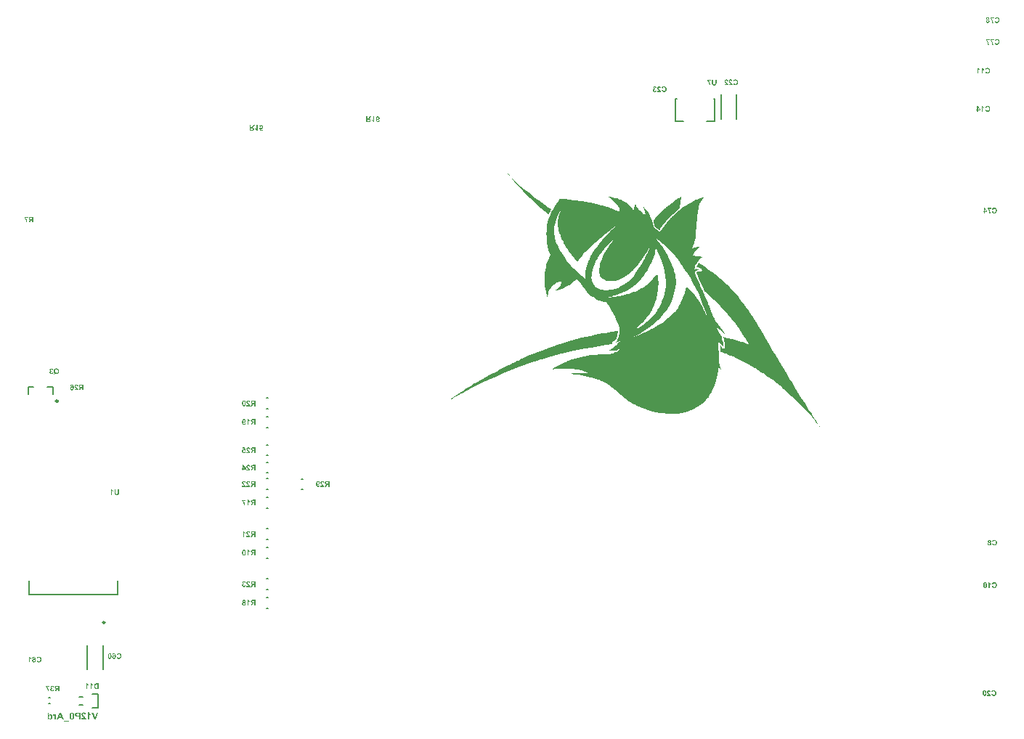
<source format=gbr>
%TF.GenerationSoftware,Altium Limited,Altium Designer,24.1.2 (44)*%
G04 Layer_Color=32896*
%FSLAX45Y45*%
%MOMM*%
%TF.SameCoordinates,12E9634C-A8E6-484A-B1C3-FEDB1742B245*%
%TF.FilePolarity,Positive*%
%TF.FileFunction,Legend,Bot*%
%TF.Part,Single*%
G01*
G75*
%TA.AperFunction,NonConductor*%
%ADD116C,0.25000*%
%ADD117C,0.12700*%
%ADD119C,0.20000*%
G36*
X13926897Y11551822D02*
X13952293Y11547589D01*
X13977692Y11541945D01*
X13998856Y11536302D01*
X14017200Y11530658D01*
X14029898Y11525014D01*
X14035541Y11522192D01*
X14039774Y11520781D01*
X14041185Y11519370D01*
X14042596D01*
X14066583Y11506671D01*
X14086336Y11495383D01*
X14103268Y11485507D01*
X14117378Y11475630D01*
X14127254Y11468575D01*
X14135719Y11462931D01*
X14139954Y11458698D01*
X14141364Y11457287D01*
X14161118Y11437534D01*
X14176637Y11419191D01*
X14182281Y11412136D01*
X14186514Y11406492D01*
X14189337Y11403670D01*
X14190749Y11402259D01*
X14192159Y11410725D01*
X14193570Y11419191D01*
X14196391Y11426246D01*
X14197803Y11427657D01*
Y11429068D01*
X14202036Y11441767D01*
X14204858Y11451643D01*
X14206268Y11457287D01*
X14207680Y11458698D01*
X14210503Y11465753D01*
X14213324Y11471397D01*
X14214735Y11474219D01*
Y11475630D01*
X14216145Y11467164D01*
X14220378Y11457287D01*
X14224611Y11447410D01*
X14231667Y11436123D01*
X14248598Y11414958D01*
X14266940Y11393794D01*
X14285283Y11374040D01*
X14300804Y11358519D01*
X14306448Y11352875D01*
X14312093Y11348643D01*
X14314912Y11345821D01*
X14316324Y11344410D01*
X14320557D01*
X14323380Y11345821D01*
X14324789Y11347232D01*
X14326201Y11348643D01*
X14327612Y11355697D01*
Y11361341D01*
X14326201Y11366985D01*
Y11368396D01*
X14323380Y11378273D01*
X14320557Y11385328D01*
X14319147Y11390972D01*
Y11393794D01*
X14316324Y11403670D01*
X14313503Y11413547D01*
X14312093Y11419191D01*
X14310681Y11422013D01*
X14306448Y11431890D01*
X14303625Y11438945D01*
X14302216Y11441767D01*
Y11443178D01*
X14299393Y11447410D01*
X14297981Y11450232D01*
Y11453054D01*
X14317735Y11431890D01*
X14334666Y11412136D01*
X14350188Y11390972D01*
X14364297Y11371218D01*
X14375584Y11351464D01*
X14385461Y11331711D01*
X14393929Y11313368D01*
X14400983Y11296437D01*
X14406627Y11279505D01*
X14410860Y11265395D01*
X14415092Y11252697D01*
X14416504Y11241409D01*
X14419325Y11232943D01*
Y11225888D01*
X14420737Y11221655D01*
Y11220244D01*
Y11211778D01*
Y11203313D01*
Y11197669D01*
Y11196258D01*
X14448956Y11179326D01*
X14461655Y11172271D01*
X14472942Y11163805D01*
X14482819Y11158162D01*
X14489874Y11152518D01*
X14494107Y11149696D01*
X14495518Y11148285D01*
X14522327Y11184970D01*
X14547723Y11218833D01*
X14573122Y11249875D01*
X14595695Y11276683D01*
X14615450Y11297848D01*
X14622505Y11306313D01*
X14629559Y11313368D01*
X14635204Y11319012D01*
X14639436Y11324656D01*
X14642258Y11326067D01*
X14643669Y11327478D01*
X14671889Y11354286D01*
X14698697Y11378273D01*
X14721272Y11398026D01*
X14741026Y11414958D01*
X14757957Y11427657D01*
X14770657Y11436123D01*
X14777711Y11441767D01*
X14780534Y11443178D01*
X14801698Y11457287D01*
X14822862Y11469986D01*
X14844028Y11481274D01*
X14860959Y11491151D01*
X14876480Y11499617D01*
X14889178Y11505260D01*
X14896233Y11508082D01*
X14897644Y11509493D01*
X14899055D01*
X14918810Y11517959D01*
X14935741Y11525014D01*
X14949850Y11530658D01*
X14961137Y11534891D01*
X14968193Y11537713D01*
X14973836Y11539124D01*
X14976659Y11540535D01*
X14978069D01*
X14990768Y11543357D01*
X15000645Y11546179D01*
X15006290Y11547590D01*
X15009111D01*
X14999234Y11536302D01*
X14989357Y11525014D01*
X14973836Y11498206D01*
X14961137Y11468575D01*
X14952672Y11440356D01*
X14945618Y11414958D01*
X14942795Y11403671D01*
X14941383Y11393794D01*
X14939973Y11385328D01*
X14938562Y11379684D01*
Y11375451D01*
Y11374040D01*
X14932918Y11330300D01*
X14928685Y11286560D01*
X14925864Y11247053D01*
X14923042Y11210368D01*
X14921631Y11194847D01*
X14920219Y11179326D01*
X14918810Y11166628D01*
Y11156751D01*
X14917398Y11146874D01*
Y11141230D01*
Y11136997D01*
Y11135586D01*
X14915987Y11114422D01*
X14913165Y11094668D01*
X14911754Y11076326D01*
X14907521Y11059394D01*
X14904700Y11045284D01*
X14901877Y11031175D01*
X14899055Y11019887D01*
X14894823Y11010010D01*
X14889178Y10993078D01*
X14883534Y10980380D01*
X14879301Y10974736D01*
X14877892Y10971914D01*
X14870836Y10963448D01*
X14866603Y10954982D01*
X14863782Y10947927D01*
X14862370Y10946516D01*
Y10945105D01*
X14899055Y10959215D01*
X14915987Y10963448D01*
X14931508Y10967681D01*
X14944206Y10970503D01*
X14954083Y10973325D01*
X14961137Y10974736D01*
X14963960D01*
X14944206Y10956393D01*
X14927275Y10938051D01*
X14910342Y10919708D01*
X14897644Y10902776D01*
X14886357Y10888667D01*
X14877892Y10877379D01*
X14872247Y10870324D01*
X14870836Y10867502D01*
X14894823D01*
X14917398Y10864680D01*
X14938562Y10863269D01*
X14956905Y10860447D01*
X14973837Y10857625D01*
X14985124Y10856214D01*
X14993590Y10853392D01*
X14996413D01*
X14982303Y10843516D01*
X14969604Y10832228D01*
X14947028Y10809652D01*
X14931508Y10785666D01*
X14918810Y10764501D01*
X14910342Y10744748D01*
X14904700Y10729227D01*
X14903288Y10723583D01*
Y10719350D01*
X14901877Y10716528D01*
Y10715117D01*
Y10712295D01*
Y10709473D01*
X14908932Y10712295D01*
X14918810Y10713706D01*
X14930096Y10712295D01*
X14941383Y10709473D01*
X14951260Y10706651D01*
X14961137Y10703829D01*
X14966782Y10702419D01*
X14969604Y10701008D01*
X14955495Y10703829D01*
X14944206Y10702419D01*
X14934331Y10699597D01*
X14928687Y10696775D01*
X14925864Y10695364D01*
X14915987Y10688309D01*
X14908932Y10681254D01*
X14906110Y10674199D01*
X14904700Y10672788D01*
Y10671377D01*
X14918810Y10633281D01*
X14934331Y10595185D01*
X14948439Y10561322D01*
X14962549Y10530280D01*
X14968193Y10517581D01*
X14973837Y10504883D01*
X14978070Y10495006D01*
X14982303Y10485129D01*
X14986536Y10478074D01*
X14987946Y10472430D01*
X14990768Y10469608D01*
Y10468198D01*
X15010522Y10428690D01*
X15027454Y10390594D01*
X15042973Y10353909D01*
X15057085Y10320046D01*
X15062727Y10305936D01*
X15066962Y10291826D01*
X15072604Y10280538D01*
X15075427Y10270662D01*
X15078249Y10262196D01*
X15081070Y10256552D01*
X15082481Y10252319D01*
Y10250908D01*
X15092358Y10224100D01*
X15099413Y10202935D01*
X15109290Y10181771D01*
X15113522Y10173305D01*
X15116345Y10166250D01*
X15117757Y10160606D01*
X15119167Y10159195D01*
X15126221Y10146496D01*
X15131865Y10133798D01*
X15137509Y10123921D01*
X15141742Y10115455D01*
X15145975Y10108400D01*
X15148798Y10102756D01*
X15151619Y10099934D01*
Y10098523D01*
X15162907Y10084414D01*
X15175604Y10070304D01*
X15181248Y10063249D01*
X15185481Y10057605D01*
X15188304Y10054783D01*
X15189716Y10053372D01*
X15206647Y10032208D01*
X15219345Y10016687D01*
X15223578Y10009632D01*
X15227811Y10005399D01*
X15229222Y10002577D01*
X15230634Y10001166D01*
X15241920Y9984235D01*
X15248976Y9970125D01*
X15251797Y9963070D01*
X15254620Y9958837D01*
X15256030Y9956015D01*
Y9954604D01*
X15208058Y9996934D01*
X15193948Y10009632D01*
X15182660Y10016687D01*
X15175604Y10020920D01*
X15169962Y10023742D01*
X15167140D01*
X15164317Y10022331D01*
Y10020920D01*
X15165729Y10015276D01*
X15167140Y10011043D01*
X15168552Y10005399D01*
X15169962Y10003988D01*
X15175604Y9995523D01*
X15179839Y9985646D01*
X15185481Y9977180D01*
X15186893Y9975769D01*
Y9974358D01*
X15193948Y9961659D01*
X15199593Y9951782D01*
X15203825Y9946139D01*
X15205235Y9943317D01*
X15216524Y9919330D01*
X15223578Y9896755D01*
X15229222Y9874179D01*
X15233455Y9854426D01*
X15236276Y9837494D01*
X15237688Y9823384D01*
X15237688Y9814918D01*
Y9813507D01*
Y9812096D01*
Y9806453D01*
Y9805042D01*
Y9803631D01*
X15229224Y9817740D01*
X15219345Y9829028D01*
X15213702Y9836083D01*
X15210880Y9838905D01*
X15202414Y9848782D01*
X15195358Y9854426D01*
X15189716Y9857247D01*
X15185481Y9858658D01*
X15184071Y9857247D01*
X15182660Y9855837D01*
X15181248Y9854426D01*
Y9853015D01*
Y9844549D01*
Y9833261D01*
X15181250Y9806453D01*
Y9795165D01*
Y9785288D01*
Y9778233D01*
Y9775411D01*
X15182661Y9752836D01*
Y9731671D01*
Y9713329D01*
X15184071Y9697808D01*
Y9683698D01*
Y9673821D01*
Y9668178D01*
Y9665356D01*
X15185481Y9647013D01*
X15188304Y9631492D01*
X15189716Y9617383D01*
X15192537Y9604684D01*
X15193948Y9591985D01*
X15196770Y9582108D01*
X15201003Y9565177D01*
X15205235Y9553889D01*
X15208058Y9545423D01*
X15209470Y9541190D01*
X15210880Y9539779D01*
X15181250Y9566588D01*
X15175606Y9524259D01*
X15169962Y9483340D01*
X15161496Y9446655D01*
X15153030Y9411381D01*
X15141742Y9378929D01*
X15131866Y9349298D01*
X15120578Y9322490D01*
X15109290Y9298503D01*
X15099413Y9277339D01*
X15088126Y9257585D01*
X15079660Y9242065D01*
X15071194Y9229366D01*
X15064139Y9218078D01*
X15058495Y9211023D01*
X15055673Y9206790D01*
X15054262Y9205379D01*
X15033098Y9182804D01*
X15011932Y9161639D01*
X14989359Y9141886D01*
X14966782Y9124954D01*
X14944206Y9109433D01*
X14923042Y9095324D01*
X14900467Y9084036D01*
X14879301Y9072748D01*
X14859547Y9064282D01*
X14842616Y9057228D01*
X14825685Y9050173D01*
X14811575Y9045940D01*
X14800288Y9041707D01*
X14791821Y9038885D01*
X14786179Y9037474D01*
X14784767D01*
X14749493Y9030419D01*
X14714218Y9026186D01*
X14680354Y9023364D01*
X14611218D01*
X14578764Y9024775D01*
X14547723Y9027597D01*
X14519505Y9030419D01*
X14492696Y9034652D01*
X14467299Y9038885D01*
X14446133Y9041707D01*
X14427792Y9045939D01*
X14412271Y9048761D01*
X14402394Y9051583D01*
X14395338Y9054405D01*
X14392517D01*
X14354420Y9065693D01*
X14319147Y9078392D01*
X14286694Y9091091D01*
X14255653Y9103789D01*
X14227434Y9116488D01*
X14202036Y9130598D01*
X14178050Y9143296D01*
X14156885Y9155995D01*
X14138544Y9167283D01*
X14123022Y9178571D01*
X14108913Y9188447D01*
X14097626Y9196913D01*
X14089159Y9203968D01*
X14083514Y9209612D01*
X14079282Y9212434D01*
X14077872Y9213845D01*
X14041187Y9246297D01*
X14005911Y9277339D01*
X13972047Y9304147D01*
X13941006Y9329544D01*
X13928308Y9339421D01*
X13915610Y9349298D01*
X13904321Y9357764D01*
X13895856Y9364819D01*
X13887390Y9370463D01*
X13881746Y9374695D01*
X13878925Y9376106D01*
X13877513Y9377517D01*
X13854938Y9388805D01*
X13835184Y9398682D01*
X13826718Y9401504D01*
X13821074Y9404326D01*
X13816843Y9407148D01*
X13815431D01*
X13801321Y9412792D01*
X13787212Y9417025D01*
X13781567Y9419847D01*
X13777335Y9421258D01*
X13774512Y9422668D01*
X13773100D01*
X13732182Y9436778D01*
X13691264Y9448066D01*
X13653169Y9457943D01*
X13617896Y9464998D01*
X13584032Y9472052D01*
X13552991Y9476285D01*
X13523360Y9480518D01*
X13496552Y9483340D01*
X13472565Y9484751D01*
X13404839D01*
X13396371Y9483340D01*
X13389317D01*
X13421770Y9487573D01*
X13452811Y9491806D01*
X13481030Y9493217D01*
X13507838Y9496039D01*
X13529004Y9497450D01*
X13538879D01*
X13545935Y9498861D01*
X13660223D01*
X13643292Y9507327D01*
X13626361Y9514382D01*
X13619305Y9515793D01*
X13613663Y9518614D01*
X13610840Y9520025D01*
X13609428D01*
X13579799Y9528491D01*
X13547346Y9536957D01*
X13516306Y9541190D01*
X13483853Y9545423D01*
X13421770Y9549656D01*
X13392140Y9551067D01*
X13363921Y9549656D01*
X13337112D01*
X13313126Y9548245D01*
X13291962Y9545423D01*
X13272208Y9544012D01*
X13258096Y9542601D01*
X13246809Y9541190D01*
X13239755Y9539779D01*
X13236932D01*
X13272208Y9562355D01*
X13307481Y9582108D01*
X13341345Y9599040D01*
X13370975Y9614560D01*
X13383675Y9621615D01*
X13396371Y9627259D01*
X13406248Y9632903D01*
X13416125Y9637136D01*
X13423181Y9639958D01*
X13428825Y9642780D01*
X13431647Y9644191D01*
X13433058D01*
X13468332Y9656889D01*
X13506429Y9668177D01*
X13543114Y9678054D01*
X13579799Y9686520D01*
X13653169Y9699219D01*
X13687032Y9704862D01*
X13720895Y9707684D01*
X13750526Y9710506D01*
X13778745Y9713328D01*
X13804143Y9714739D01*
X13825307Y9716150D01*
X13866226D01*
X13888802Y9717561D01*
X13909966Y9718972D01*
X13929720Y9723205D01*
X13946651Y9727438D01*
X13962170Y9733082D01*
X13976282Y9738726D01*
X13988980Y9745781D01*
X13998857Y9752835D01*
X14008733Y9758479D01*
X14015788Y9765534D01*
X14027077Y9776822D01*
X14034131Y9785288D01*
X14035542Y9786699D01*
Y9788110D01*
X14024254Y9779644D01*
X14012965Y9774000D01*
X14001678Y9768356D01*
X13990392Y9764123D01*
X13967815Y9759890D01*
X13945239D01*
X13926897Y9761301D01*
X13911377Y9764123D01*
X13905733Y9765534D01*
X13901500D01*
X13900089Y9766945D01*
X13907144D01*
X13917020Y9769767D01*
X13926897Y9775411D01*
X13938185Y9782466D01*
X13949474Y9789521D01*
X13960760Y9799397D01*
X13983336Y9820562D01*
X14003088Y9840316D01*
X14020021Y9858658D01*
X14027077Y9865713D01*
X14031310Y9872768D01*
X14034131Y9875590D01*
X14035542Y9877001D01*
X14027077Y9871357D01*
X14020021Y9868535D01*
X14014377Y9865713D01*
X14012965D01*
X13994624Y9858658D01*
X13980515Y9853014D01*
X13973459Y9851603D01*
X13969226Y9850192D01*
X13964993D01*
X13972047Y9854425D01*
X13980515Y9860069D01*
X13993213Y9872768D01*
X13997446Y9879823D01*
X14001678Y9885467D01*
X14003088Y9889700D01*
X14004500Y9891111D01*
X14015788Y9917919D01*
X14018610Y9930618D01*
X14021432Y9941905D01*
X14024254Y9951782D01*
X14025665Y9960248D01*
X14027077Y9965892D01*
Y9967303D01*
Y9975769D01*
Y9984235D01*
Y9989878D01*
Y9991289D01*
X14025665Y10015276D01*
X14024254Y10026564D01*
X14022842Y10036440D01*
X14021432Y10044906D01*
X14020021Y10050550D01*
X14018610Y10054783D01*
Y10056194D01*
X13996034Y10108400D01*
X13972047Y10157784D01*
X13948062Y10202935D01*
X13936774Y10224099D01*
X13925487Y10243853D01*
X13915610Y10260785D01*
X13905733Y10276305D01*
X13897267Y10290415D01*
X13888802Y10301703D01*
X13883157Y10311580D01*
X13878925Y10318634D01*
X13876102Y10322867D01*
X13874690Y10324278D01*
X13845061Y10327100D01*
X13818253Y10334155D01*
X13791444Y10342621D01*
X13766046Y10355320D01*
X13742059Y10368018D01*
X13719484Y10383539D01*
X13698320Y10399060D01*
X13679977Y10414580D01*
X13663046Y10431512D01*
X13647525Y10447033D01*
X13634827Y10461142D01*
X13623538Y10473841D01*
X13615073Y10485129D01*
X13609428Y10493595D01*
X13605196Y10499239D01*
X13603786Y10500650D01*
X13591086Y10521814D01*
X13576976Y10540157D01*
X13565689Y10557088D01*
X13554401Y10572609D01*
X13545935Y10585308D01*
X13537469Y10593774D01*
X13533237Y10600828D01*
X13531825Y10602239D01*
X13526181Y10596596D01*
X13521948Y10593774D01*
X13519127Y10590952D01*
X13517715D01*
X13502196Y10575431D01*
X13486674Y10561321D01*
X13472565Y10550034D01*
X13458455Y10538746D01*
X13447166Y10530280D01*
X13438701Y10524636D01*
X13431647Y10520403D01*
X13430235Y10518992D01*
X13402016Y10504882D01*
X13373798Y10492184D01*
X13348399Y10482307D01*
X13324413Y10473841D01*
X13304659Y10466786D01*
X13289139Y10462553D01*
X13283495Y10461142D01*
X13279262D01*
X13276440Y10459731D01*
X13275029D01*
X13290549Y10471019D01*
X13304659Y10482307D01*
X13315947Y10495006D01*
X13324413Y10506293D01*
X13332880Y10517581D01*
X13337112Y10526047D01*
X13339932Y10531691D01*
X13341344Y10533102D01*
X13345576Y10548623D01*
X13348399Y10562732D01*
X13349809Y10566965D01*
Y10571198D01*
Y10574020D01*
Y10575431D01*
X13323003Y10566965D01*
X13299014Y10555677D01*
X13277850Y10544390D01*
X13260919Y10531691D01*
X13246809Y10518992D01*
X13236932Y10509115D01*
X13229878Y10503471D01*
X13228467Y10500649D01*
X13214357Y10480896D01*
X13204480Y10459731D01*
X13196014Y10439978D01*
X13191782Y10421635D01*
X13188960Y10406114D01*
X13186137Y10393416D01*
Y10384950D01*
Y10383539D01*
Y10382128D01*
Y10372251D01*
Y10368018D01*
Y10366607D01*
X13174850Y10407525D01*
X13166383Y10445621D01*
X13159329Y10483718D01*
X13155096Y10517581D01*
X13153685Y10531691D01*
X13152274Y10545800D01*
Y10557088D01*
X13150864Y10566965D01*
Y10575431D01*
Y10581075D01*
Y10585308D01*
Y10586718D01*
Y10614938D01*
X13153685Y10641746D01*
X13156506Y10665733D01*
X13159329Y10688308D01*
X13162151Y10706651D01*
X13164973Y10720761D01*
X13166383Y10726405D01*
Y10730637D01*
X13167795Y10732048D01*
Y10733459D01*
X13173439Y10757446D01*
X13180495Y10781432D01*
X13187549Y10802597D01*
X13194604Y10822350D01*
X13200247Y10839282D01*
X13205891Y10850570D01*
X13208713Y10859036D01*
X13210124Y10861858D01*
X13211536Y10863269D01*
X13212946Y10864680D01*
Y10866091D01*
Y10867502D01*
X13217178Y10874556D01*
X13218590Y10877378D01*
X13204480Y10915474D01*
X13198836Y10929584D01*
X13194604Y10946516D01*
X13190372Y10963447D01*
X13186137Y10980379D01*
X13183316Y10995900D01*
X13181905Y11007188D01*
X13180495Y11015653D01*
Y11017064D01*
Y11018475D01*
X13174850Y11070681D01*
Y11094668D01*
X13173439Y11117243D01*
Y11136997D01*
X13174850Y11152517D01*
Y11158161D01*
Y11162394D01*
Y11163805D01*
Y11165216D01*
X13177672Y11196258D01*
X13181905Y11225888D01*
X13188960Y11256929D01*
X13197424Y11283738D01*
X13204480Y11307724D01*
X13207301Y11317601D01*
X13211536Y11326067D01*
X13212946Y11333122D01*
X13215768Y11338765D01*
X13217178Y11341587D01*
Y11342998D01*
X13232700Y11379684D01*
X13251042Y11414958D01*
X13269385Y11445999D01*
X13287727Y11474219D01*
X13303249Y11498205D01*
X13310303Y11506671D01*
X13315947Y11515137D01*
X13321591Y11522192D01*
X13325822Y11526425D01*
X13327234Y11529247D01*
X13328645Y11530658D01*
X13392139Y11526425D01*
X13452811Y11520781D01*
X13482442Y11516548D01*
X13509250Y11513726D01*
X13536058Y11510904D01*
X13560045Y11506671D01*
X13582620Y11503849D01*
X13602374Y11501027D01*
X13619305Y11498205D01*
X13634827Y11495383D01*
X13646114Y11493972D01*
X13655991Y11492561D01*
X13661633Y11491151D01*
X13663045D01*
X13684210Y11485507D01*
X13719484Y11478452D01*
X13753346Y11471397D01*
X13785800Y11462931D01*
X13814018Y11455876D01*
X13838007Y11450232D01*
X13847882Y11447410D01*
X13856348Y11444588D01*
X13863403Y11443178D01*
X13867636Y11441767D01*
X13870457Y11440356D01*
X13871869D01*
X13891621Y11433301D01*
X13909966Y11427657D01*
X13926897Y11420602D01*
X13941006Y11416369D01*
X13953705Y11412136D01*
X13962170Y11407903D01*
X13969226Y11406492D01*
X13970638Y11405081D01*
X13988979Y11398026D01*
X14004500Y11392383D01*
X14011555Y11389561D01*
X14017200Y11388150D01*
X14020021Y11386739D01*
X14021432D01*
X14025665Y11390972D01*
X14027077Y11396616D01*
X14029898Y11400848D01*
Y11402259D01*
X14028487Y11413547D01*
X14024254Y11423424D01*
X14018610Y11434712D01*
X14011555Y11445999D01*
X14005911Y11454465D01*
X14000267Y11461520D01*
X13996034Y11467164D01*
X13994623Y11468575D01*
X13981924Y11482685D01*
X13970638Y11495383D01*
X13960760Y11503849D01*
X13952293Y11512315D01*
X13945239Y11517959D01*
X13941006Y11522192D01*
X13938184Y11525014D01*
X13936774D01*
X13921252Y11536302D01*
X13908554Y11546178D01*
X13901498Y11551822D01*
X13898677Y11553233D01*
X13926897Y11551822D01*
D02*
G37*
G36*
X12707819Y11848126D02*
X12707981Y11847800D01*
X12747326Y11804386D01*
X12788244Y11759235D01*
X12831984Y11716905D01*
X12875723Y11677398D01*
X12919464Y11637891D01*
X12963203Y11602617D01*
X13005533Y11568754D01*
X13045039Y11539123D01*
X13083138Y11510904D01*
X13118411Y11485506D01*
X13149452Y11464342D01*
X13176260Y11447410D01*
X13198836Y11431890D01*
X13207301Y11426246D01*
X13214357Y11422013D01*
X13220001Y11417780D01*
X13224234Y11416369D01*
X13227055Y11413547D01*
X13228467D01*
X13217178Y11389560D01*
X13211536Y11378273D01*
X13207301Y11368396D01*
X13203069Y11361341D01*
X13200247Y11354286D01*
X13197424Y11350053D01*
Y11348642D01*
X13153685Y11382506D01*
X13111356Y11420602D01*
X13067616Y11460109D01*
X13023875Y11501027D01*
X12981548Y11541945D01*
X12942039Y11584274D01*
X12902531Y11625192D01*
X12865846Y11664700D01*
X12831984Y11702796D01*
X12800943Y11736659D01*
X12774134Y11769111D01*
X12751559Y11795920D01*
X12731805Y11818495D01*
X12724750Y11826961D01*
X12717695Y11835427D01*
X12713463Y11841071D01*
X12709230Y11845304D01*
X12707981Y11847800D01*
X12706408Y11849537D01*
X12707819Y11848126D01*
D02*
G37*
G36*
X14728328Y11429068D02*
X14725507Y11422013D01*
X14671889Y11371218D01*
X14650723Y11352875D01*
X14629559Y11334533D01*
X14611217Y11316190D01*
X14592876Y11297848D01*
X14578764Y11282327D01*
X14567477Y11271039D01*
X14560422Y11262573D01*
X14557600Y11261162D01*
Y11259751D01*
X14537846Y11237176D01*
X14522327Y11218833D01*
X14512450Y11201902D01*
X14503984Y11189203D01*
X14499751Y11179326D01*
X14496928Y11172271D01*
X14495518Y11168038D01*
Y11166627D01*
X14433435Y11204724D01*
Y11213189D01*
Y11218833D01*
Y11220244D01*
X14432024Y11238587D01*
X14427791Y11254108D01*
X14426379Y11261162D01*
X14424969Y11266806D01*
X14423558Y11269628D01*
X14423558Y11271039D01*
Y11276683D01*
X14426379Y11285149D01*
X14432024Y11293615D01*
X14437668Y11303491D01*
X14444724Y11311957D01*
X14451778Y11319012D01*
X14456010Y11324656D01*
X14457420Y11326067D01*
X14472942Y11342999D01*
X14491286Y11361341D01*
X14511038Y11379684D01*
X14529381Y11396616D01*
X14546313Y11410725D01*
X14560422Y11423424D01*
X14566066Y11427657D01*
X14570299Y11430479D01*
X14571710Y11433301D01*
X14573122D01*
X14602751Y11457287D01*
X14632382Y11479863D01*
X14660600Y11501027D01*
X14687410Y11519370D01*
X14709985Y11534891D01*
X14718451Y11541945D01*
X14726917Y11547590D01*
X14733972Y11551822D01*
X14738203Y11554644D01*
X14741026Y11557466D01*
X14742438D01*
X14728328Y11429068D01*
D02*
G37*
G36*
X14990768Y10757446D02*
X15030276Y10730638D01*
X15069783Y10703829D01*
X15106468Y10677021D01*
X15141742Y10651624D01*
X15174194Y10624815D01*
X15205235Y10599418D01*
X15233455Y10574020D01*
X15258853Y10551445D01*
X15281429Y10530280D01*
X15301183Y10511938D01*
X15316702Y10495006D01*
X15330812Y10482307D01*
X15339278Y10472430D01*
X15346333Y10466787D01*
X15347745Y10463965D01*
X15380196Y10427279D01*
X15411237Y10389183D01*
X15442279Y10348265D01*
X15473320Y10307347D01*
X15502950Y10266429D01*
X15531171Y10225511D01*
X15557977Y10186004D01*
X15583376Y10147907D01*
X15607362Y10111222D01*
X15628526Y10078770D01*
X15646869Y10049139D01*
X15662390Y10023742D01*
X15675089Y10002577D01*
X15679321Y9994112D01*
X15683556Y9985646D01*
X15687788Y9980002D01*
X15690610Y9975769D01*
X15692020Y9974358D01*
Y9972947D01*
X15731528Y9903810D01*
X15771034Y9837494D01*
X15807719Y9772589D01*
X15844405Y9710507D01*
X15879680Y9649835D01*
X15914954Y9591985D01*
X15947406Y9536957D01*
X15979858Y9483340D01*
X16009489Y9432546D01*
X16039119Y9384573D01*
X16067339Y9338011D01*
X16094147Y9292859D01*
X16120956Y9251941D01*
X16144942Y9212434D01*
X16168929Y9174338D01*
X16190092Y9139064D01*
X16211258Y9106612D01*
X16231010Y9075570D01*
X16249355Y9045940D01*
X16266286Y9020543D01*
X16281805Y8995145D01*
X16295917Y8972570D01*
X16308615Y8952816D01*
X16319902Y8935884D01*
X16331190Y8918953D01*
X16339656Y8906254D01*
X16348122Y8894966D01*
X16353766Y8885089D01*
X16357999Y8878035D01*
X16362231Y8872391D01*
X16362996Y8870862D01*
X16315669Y8933062D01*
X16294505Y8959871D01*
X16269107Y8989501D01*
X16243710Y9019132D01*
X16218312Y9045940D01*
X16195737Y9071337D01*
X16184448Y9081214D01*
X16175983Y9091091D01*
X16168929Y9098146D01*
X16163284Y9103790D01*
X16160463Y9106611D01*
X16159052Y9108022D01*
X16118134Y9147530D01*
X16077216Y9188448D01*
X16036298Y9225133D01*
X15999612Y9260407D01*
X15982681Y9275928D01*
X15967160Y9288627D01*
X15953050Y9301325D01*
X15941762Y9312613D01*
X15931886Y9321079D01*
X15924831Y9326723D01*
X15920598Y9330956D01*
X15919186Y9332367D01*
X15865570Y9376107D01*
X15810542Y9418436D01*
X15755515Y9457943D01*
X15730116Y9476286D01*
X15704720Y9493217D01*
X15680733Y9508738D01*
X15659567Y9522848D01*
X15639815Y9534135D01*
X15624294Y9545423D01*
X15610184Y9553889D01*
X15600308Y9559533D01*
X15594664Y9563766D01*
X15591843Y9565177D01*
X15519882Y9606095D01*
X15449335Y9642780D01*
X15415471Y9659712D01*
X15383018Y9673821D01*
X15351978Y9687931D01*
X15323758Y9700630D01*
X15296948Y9711918D01*
X15272963Y9721794D01*
X15251797Y9728849D01*
X15233455Y9735904D01*
X15219347Y9741548D01*
X15208058Y9745781D01*
X15202414Y9747192D01*
X15199593Y9748603D01*
Y9758480D01*
Y9762713D01*
Y9764123D01*
Y9769767D01*
Y9775411D01*
Y9778233D01*
Y9779644D01*
Y9799398D01*
Y9813507D01*
X15199593Y9819151D01*
Y9823384D01*
Y9824795D01*
Y9826206D01*
X15210880Y9812096D01*
X15217935Y9802220D01*
X15222168Y9795165D01*
X15223579Y9793754D01*
X15226401Y9789521D01*
X15232043Y9786699D01*
X15236276Y9785288D01*
X15241920D01*
X15250388Y9790932D01*
X15254620Y9796576D01*
X15256030Y9802220D01*
Y9803631D01*
Y9812096D01*
Y9813507D01*
Y9814918D01*
X15254620Y9836083D01*
X15253209Y9854426D01*
X15248976Y9872768D01*
X15244743Y9888289D01*
X15241920Y9900988D01*
X15237688Y9910864D01*
X15236276Y9916508D01*
X15234866Y9919330D01*
X15291306Y9906631D01*
X15346333Y9893933D01*
X15397128Y9879823D01*
X15419704Y9871357D01*
X15440868Y9865713D01*
X15462032Y9858658D01*
X15478964Y9853015D01*
X15495895Y9847371D01*
X15508594Y9843138D01*
X15519882Y9838905D01*
X15526936Y9836083D01*
X15532581Y9833261D01*
X15533992D01*
X15498718Y9896755D01*
X15460622Y9958837D01*
X15419704Y10018098D01*
X15377374Y10075948D01*
X15333633Y10130976D01*
X15289894Y10183182D01*
X15247565Y10231155D01*
X15205235Y10276306D01*
X15165729Y10317224D01*
X15130453Y10353909D01*
X15096591Y10386361D01*
X15068372Y10413170D01*
X15055673Y10424457D01*
X15044385Y10434334D01*
X15034508Y10442800D01*
X15027454Y10449855D01*
X15020399Y10455499D01*
X15016167Y10459732D01*
X15013344Y10461143D01*
X15011932Y10462554D01*
X15010522Y10466787D01*
Y10468198D01*
X15009111Y10471019D01*
X15007700Y10475252D01*
X15006290Y10476663D01*
X14989357Y10511938D01*
X14973837Y10547212D01*
X14961137Y10581075D01*
X14948439Y10610705D01*
X14942795Y10623404D01*
X14938562Y10634692D01*
X14934331Y10645980D01*
X14931508Y10654446D01*
X14928687Y10661500D01*
X14925864Y10667144D01*
X14924454Y10669966D01*
Y10671377D01*
Y10675610D01*
Y10677021D01*
X14932919Y10679843D01*
X14941383Y10682665D01*
X14969604D01*
X14976659Y10684076D01*
X14982303Y10689720D01*
X14985124Y10693953D01*
Y10695364D01*
X14987946Y10699597D01*
Y10701008D01*
X14986536Y10708062D01*
X14980891Y10715117D01*
X14976659Y10717939D01*
X14975249Y10719350D01*
X14955495Y10726405D01*
X14938562Y10730638D01*
X14931508Y10732049D01*
X14925864Y10733460D01*
X14921631D01*
X14930096Y10751802D01*
X14938562Y10767323D01*
X14942795Y10772967D01*
X14945618Y10777200D01*
X14947028Y10780022D01*
X14948439Y10781433D01*
X14990768Y10757446D01*
D02*
G37*
G36*
X14008733Y9981413D02*
Y9975769D01*
Y9971536D01*
Y9970125D01*
X14003088Y9944727D01*
X14000267Y9933440D01*
X13996034Y9923563D01*
X13993213Y9915097D01*
X13991801Y9909453D01*
X13988980Y9905220D01*
Y9903809D01*
X13983336Y9893932D01*
X13977692Y9885467D01*
X13973459Y9879823D01*
X13969226Y9875590D01*
X13963582Y9869946D01*
X13962170Y9868535D01*
X13955116D01*
X13950883Y9867124D01*
X13946651Y9865713D01*
X13942418Y9860069D01*
X13941006Y9853014D01*
Y9851603D01*
Y9850192D01*
X13942418Y9844549D01*
X13943829Y9840316D01*
X13945239Y9837494D01*
X13946651Y9836083D01*
X13863403Y9824795D01*
X13778745Y9812096D01*
X13696909Y9797986D01*
X13615073Y9782466D01*
X13534648Y9765534D01*
X13458455Y9748603D01*
X13386496Y9730260D01*
X13317358Y9713328D01*
X13284906Y9704862D01*
X13255275Y9696396D01*
X13225645Y9689342D01*
X13197426Y9680876D01*
X13172028Y9673821D01*
X13146631Y9666766D01*
X13125465Y9659711D01*
X13104301Y9654067D01*
X13085959Y9648423D01*
X13069028Y9644191D01*
X13054918Y9638547D01*
X13043629Y9635725D01*
X13035164Y9632903D01*
X13028110Y9630081D01*
X13023875Y9628670D01*
X13022466D01*
X12932162Y9597629D01*
X12843272Y9565176D01*
X12754381Y9529902D01*
X12668312Y9493217D01*
X12585065Y9456532D01*
X12504639Y9419846D01*
X12428447Y9384572D01*
X12357899Y9349298D01*
X12324035Y9332366D01*
X12291583Y9315435D01*
X12261953Y9299914D01*
X12232322Y9285804D01*
X12205514Y9271694D01*
X12181527Y9257585D01*
X12157541Y9244886D01*
X12136376Y9233598D01*
X12118034Y9223721D01*
X12101102Y9213845D01*
X12086992Y9206790D01*
X12075705Y9199735D01*
X12065828Y9194091D01*
X12058773Y9189858D01*
X12055637Y9188813D01*
X12053129Y9187036D01*
X12054540Y9188447D01*
X12055637Y9188813D01*
X12154719Y9258996D01*
X12174472Y9273105D01*
X12195637Y9287215D01*
X12240788Y9316845D01*
X12288761Y9346476D01*
X12335323Y9374695D01*
X12357899Y9387394D01*
X12377652Y9398682D01*
X12395995Y9409969D01*
X12412926Y9418435D01*
X12425625Y9426901D01*
X12435502Y9432545D01*
X12441146Y9435367D01*
X12443968Y9436778D01*
X12517338Y9477696D01*
X12590709Y9515792D01*
X12625983Y9535546D01*
X12661257Y9552477D01*
X12695120Y9570820D01*
X12727573Y9586341D01*
X12757203Y9601861D01*
X12784012Y9614560D01*
X12807999Y9625848D01*
X12827753Y9637136D01*
X12844682Y9644191D01*
X12857382Y9649834D01*
X12864436Y9654067D01*
X12867259Y9655478D01*
X12910999Y9676643D01*
X12957561Y9696396D01*
X13050685Y9734493D01*
X13095836Y9752835D01*
X13140987Y9769767D01*
X13184727Y9785288D01*
X13225645Y9800808D01*
X13263741Y9813507D01*
X13299014Y9826206D01*
X13330057Y9836083D01*
X13356865Y9844549D01*
X13379440Y9851603D01*
X13387906Y9854425D01*
X13394962Y9857247D01*
X13400604Y9858658D01*
X13404839Y9860069D01*
X13407660Y9861480D01*
X13409071D01*
X13466920Y9878412D01*
X13523360Y9893932D01*
X13578387Y9909453D01*
X13632004Y9922152D01*
X13684210Y9933440D01*
X13733594Y9943316D01*
X13780156Y9953193D01*
X13823895Y9961659D01*
X13864815Y9967303D01*
X13900089Y9972947D01*
X13931129Y9978591D01*
X13957938Y9982824D01*
X13979103Y9985646D01*
X13988980D01*
X13996034Y9987056D01*
X14001678D01*
X14005911Y9988467D01*
X14008733D01*
Y9981413D01*
D02*
G37*
G36*
X16365053Y8868158D02*
X16363641Y8869569D01*
X16362996Y8870862D01*
X16365053Y8868158D01*
D02*
G37*
G36*
X7781923Y5539453D02*
X7783859Y5539277D01*
X7785678Y5538984D01*
X7787438Y5538632D01*
X7789023Y5538221D01*
X7790548Y5537751D01*
X7791956Y5537223D01*
X7793188Y5536695D01*
X7794303Y5536167D01*
X7795359Y5535639D01*
X7796181Y5535170D01*
X7796944Y5534759D01*
X7797472Y5534407D01*
X7797882Y5534114D01*
X7798176Y5533938D01*
X7798234Y5533879D01*
X7799525Y5532764D01*
X7800699Y5531473D01*
X7801755Y5530124D01*
X7802635Y5528657D01*
X7803456Y5527131D01*
X7804160Y5525606D01*
X7804747Y5524080D01*
X7805275Y5522555D01*
X7805686Y5521147D01*
X7806038Y5519797D01*
X7806331Y5518624D01*
X7806507Y5517568D01*
X7806683Y5516687D01*
X7806742Y5516335D01*
X7806801Y5516042D01*
Y5515807D01*
X7806859Y5515631D01*
Y5515514D01*
Y5515455D01*
X7791369Y5513930D01*
X7791252Y5515162D01*
X7791135Y5516277D01*
X7790900Y5517333D01*
X7790665Y5518330D01*
X7790431Y5519210D01*
X7790137Y5520032D01*
X7789844Y5520736D01*
X7789551Y5521381D01*
X7789257Y5521909D01*
X7789023Y5522379D01*
X7788788Y5522790D01*
X7788553Y5523083D01*
X7788377Y5523376D01*
X7788201Y5523552D01*
X7788142Y5523611D01*
X7788084Y5523670D01*
X7787497Y5524198D01*
X7786910Y5524667D01*
X7786265Y5525019D01*
X7785678Y5525371D01*
X7784329Y5525899D01*
X7783096Y5526251D01*
X7781982Y5526427D01*
X7781512Y5526545D01*
X7781102D01*
X7780749Y5526603D01*
X7780280D01*
X7779400Y5526545D01*
X7778520Y5526486D01*
X7776994Y5526193D01*
X7775645Y5525723D01*
X7774530Y5525195D01*
X7774119Y5524961D01*
X7773709Y5524667D01*
X7773357Y5524432D01*
X7773063Y5524256D01*
X7772828Y5524022D01*
X7772652Y5523904D01*
X7772594Y5523846D01*
X7772535Y5523787D01*
X7772066Y5523259D01*
X7771596Y5522614D01*
X7770892Y5521381D01*
X7770423Y5520032D01*
X7770071Y5518741D01*
X7769836Y5517568D01*
X7769777Y5517098D01*
Y5516687D01*
X7769719Y5516277D01*
Y5516042D01*
Y5515866D01*
Y5515807D01*
X7769777Y5514927D01*
X7769836Y5514047D01*
X7770247Y5512287D01*
X7770716Y5510703D01*
X7771303Y5509236D01*
X7771655Y5508590D01*
X7771948Y5508004D01*
X7772183Y5507534D01*
X7772418Y5507065D01*
X7772652Y5506713D01*
X7772828Y5506478D01*
X7772887Y5506302D01*
X7772946Y5506243D01*
X7773474Y5505539D01*
X7774178Y5504659D01*
X7774999Y5503721D01*
X7775997Y5502723D01*
X7776994Y5501608D01*
X7778109Y5500552D01*
X7780280Y5498323D01*
X7781395Y5497266D01*
X7782392Y5496269D01*
X7783331Y5495389D01*
X7784153Y5494567D01*
X7784857Y5493922D01*
X7785385Y5493394D01*
X7785737Y5493101D01*
X7785795Y5493042D01*
X7785854Y5492983D01*
X7788201Y5490754D01*
X7790372Y5488641D01*
X7792308Y5486705D01*
X7794127Y5484827D01*
X7795711Y5483067D01*
X7797178Y5481483D01*
X7798410Y5480016D01*
X7799525Y5478667D01*
X7800464Y5477493D01*
X7801285Y5476437D01*
X7801989Y5475557D01*
X7802518Y5474853D01*
X7802870Y5474266D01*
X7803163Y5473855D01*
X7803339Y5473562D01*
X7803398Y5473503D01*
X7804160Y5472095D01*
X7804865Y5470746D01*
X7805510Y5469338D01*
X7806097Y5467988D01*
X7806566Y5466639D01*
X7806977Y5465406D01*
X7807387Y5464174D01*
X7807681Y5463001D01*
X7807974Y5461945D01*
X7808150Y5461006D01*
X7808326Y5460126D01*
X7808444Y5459422D01*
X7808561Y5458835D01*
X7808620Y5458366D01*
X7808678Y5458131D01*
Y5458013D01*
X7754111D01*
Y5472447D01*
X7785091D01*
X7784622Y5473210D01*
X7784094Y5473973D01*
X7783566Y5474736D01*
X7783038Y5475381D01*
X7782627Y5475909D01*
X7782216Y5476378D01*
X7781982Y5476613D01*
X7781923Y5476730D01*
X7781512Y5477200D01*
X7780926Y5477787D01*
X7780339Y5478373D01*
X7779635Y5479077D01*
X7778050Y5480544D01*
X7776466Y5482070D01*
X7775704Y5482774D01*
X7774999Y5483478D01*
X7774295Y5484065D01*
X7773709Y5484593D01*
X7773239Y5485062D01*
X7772828Y5485414D01*
X7772594Y5485649D01*
X7772535Y5485708D01*
X7771186Y5486940D01*
X7769953Y5488113D01*
X7768839Y5489169D01*
X7767841Y5490167D01*
X7766902Y5491106D01*
X7766081Y5491986D01*
X7765318Y5492748D01*
X7764673Y5493453D01*
X7764086Y5494039D01*
X7763617Y5494567D01*
X7763206Y5495037D01*
X7762854Y5495447D01*
X7762619Y5495741D01*
X7762443Y5495917D01*
X7762385Y5496034D01*
X7762326Y5496093D01*
X7760859Y5498088D01*
X7759568Y5499965D01*
X7758512Y5501726D01*
X7758043Y5502547D01*
X7757632Y5503310D01*
X7757280Y5503955D01*
X7756987Y5504601D01*
X7756693Y5505129D01*
X7756458Y5505539D01*
X7756341Y5505950D01*
X7756224Y5506185D01*
X7756106Y5506361D01*
Y5506420D01*
X7755461Y5508297D01*
X7754933Y5510175D01*
X7754581Y5511935D01*
X7754346Y5513519D01*
X7754288Y5514223D01*
X7754229Y5514869D01*
X7754170Y5515455D01*
X7754111Y5515925D01*
Y5516335D01*
Y5516629D01*
Y5516805D01*
Y5516863D01*
X7754170Y5518624D01*
X7754405Y5520325D01*
X7754757Y5521968D01*
X7755168Y5523494D01*
X7755696Y5524902D01*
X7756282Y5526251D01*
X7756928Y5527425D01*
X7757573Y5528540D01*
X7758219Y5529537D01*
X7758864Y5530476D01*
X7759451Y5531180D01*
X7759979Y5531825D01*
X7760390Y5532353D01*
X7760742Y5532705D01*
X7760976Y5532940D01*
X7761035Y5532999D01*
X7762385Y5534172D01*
X7763793Y5535170D01*
X7765318Y5535991D01*
X7766902Y5536754D01*
X7768428Y5537399D01*
X7770012Y5537927D01*
X7771596Y5538338D01*
X7773063Y5538690D01*
X7774471Y5538984D01*
X7775762Y5539160D01*
X7776936Y5539336D01*
X7777933Y5539394D01*
X7778755Y5539453D01*
X7779400Y5539512D01*
X7779928D01*
X7781923Y5539453D01*
D02*
G37*
G36*
X7843120Y5538162D02*
X7843765Y5536813D01*
X7844469Y5535522D01*
X7845232Y5534348D01*
X7846054Y5533175D01*
X7846875Y5532119D01*
X7847697Y5531121D01*
X7848459Y5530182D01*
X7849281Y5529361D01*
X7849985Y5528657D01*
X7850630Y5528012D01*
X7851217Y5527483D01*
X7851686Y5527073D01*
X7852097Y5526721D01*
X7852332Y5526545D01*
X7852390Y5526486D01*
X7853740Y5525489D01*
X7855031Y5524550D01*
X7856263Y5523728D01*
X7857495Y5522966D01*
X7858610Y5522261D01*
X7859725Y5521675D01*
X7860722Y5521147D01*
X7861661Y5520619D01*
X7862541Y5520208D01*
X7863304Y5519856D01*
X7863949Y5519621D01*
X7864536Y5519386D01*
X7865005Y5519210D01*
X7865299Y5519093D01*
X7865533Y5518976D01*
X7865592D01*
Y5504835D01*
X7863480Y5505598D01*
X7861426Y5506420D01*
X7859431Y5507358D01*
X7857554Y5508297D01*
X7855794Y5509236D01*
X7854151Y5510233D01*
X7852625Y5511231D01*
X7851217Y5512170D01*
X7849926Y5513050D01*
X7848811Y5513930D01*
X7847814Y5514693D01*
X7846992Y5515338D01*
X7846347Y5515866D01*
X7845878Y5516277D01*
X7845584Y5516511D01*
X7845467Y5516629D01*
Y5458013D01*
X7829918D01*
Y5539512D01*
X7842592D01*
X7843120Y5538162D01*
D02*
G37*
G36*
X7921215Y5458013D02*
X7903554D01*
X7874628Y5539218D01*
X7892054D01*
X7911886Y5479136D01*
X7932480Y5539218D01*
X7950200D01*
X7921215Y5458013D01*
D02*
G37*
G36*
X7740147D02*
X7723777D01*
Y5488641D01*
X7711103D01*
X7709167Y5488700D01*
X7707407Y5488759D01*
X7705764Y5488817D01*
X7704239Y5488876D01*
X7702830Y5488993D01*
X7701598Y5489111D01*
X7700483Y5489228D01*
X7699427Y5489287D01*
X7698606Y5489404D01*
X7697843Y5489521D01*
X7697256Y5489580D01*
X7696728Y5489639D01*
X7696435Y5489697D01*
X7696200Y5489756D01*
X7696142D01*
X7694499Y5490167D01*
X7692973Y5490754D01*
X7691565Y5491399D01*
X7690274Y5492044D01*
X7689687Y5492338D01*
X7689159Y5492631D01*
X7688749Y5492924D01*
X7688338Y5493159D01*
X7688045Y5493335D01*
X7687810Y5493511D01*
X7687693Y5493570D01*
X7687634Y5493629D01*
X7686167Y5494802D01*
X7684817Y5496093D01*
X7683644Y5497442D01*
X7682647Y5498733D01*
X7681825Y5499848D01*
X7681532Y5500376D01*
X7681238Y5500787D01*
X7681062Y5501139D01*
X7680886Y5501374D01*
X7680828Y5501550D01*
X7680769Y5501608D01*
X7680300Y5502606D01*
X7679830Y5503603D01*
X7679185Y5505715D01*
X7678657Y5507828D01*
X7678481Y5508884D01*
X7678363Y5509823D01*
X7678246Y5510761D01*
X7678129Y5511583D01*
X7678070Y5512346D01*
Y5512991D01*
X7678011Y5513519D01*
Y5513871D01*
Y5514164D01*
Y5514223D01*
X7678070Y5515983D01*
X7678187Y5517685D01*
X7678422Y5519269D01*
X7678774Y5520795D01*
X7679126Y5522203D01*
X7679537Y5523494D01*
X7679948Y5524667D01*
X7680358Y5525723D01*
X7680828Y5526721D01*
X7681238Y5527542D01*
X7681649Y5528305D01*
X7682001Y5528892D01*
X7682295Y5529361D01*
X7682529Y5529713D01*
X7682705Y5529948D01*
X7682764Y5530006D01*
X7683644Y5531121D01*
X7684583Y5532119D01*
X7685580Y5533058D01*
X7686578Y5533879D01*
X7687575Y5534583D01*
X7688514Y5535228D01*
X7689453Y5535815D01*
X7690333Y5536285D01*
X7691213Y5536754D01*
X7691976Y5537106D01*
X7692680Y5537399D01*
X7693267Y5537634D01*
X7693736Y5537751D01*
X7694147Y5537869D01*
X7694381Y5537986D01*
X7694440D01*
X7694909Y5538103D01*
X7695379Y5538221D01*
X7696552Y5538397D01*
X7697902Y5538573D01*
X7699369Y5538690D01*
X7700953Y5538808D01*
X7702596Y5538925D01*
X7705881Y5539042D01*
X7707466Y5539101D01*
X7708933Y5539160D01*
X7710282D01*
X7711514Y5539218D01*
X7740147D01*
Y5458013D01*
D02*
G37*
G36*
X7546640D02*
X7529273D01*
X7522584Y5476437D01*
X7490078D01*
X7483038Y5458013D01*
X7465201D01*
X7497706Y5539218D01*
X7515132D01*
X7546640Y5458013D01*
D02*
G37*
G36*
X7430818Y5518096D02*
X7432109Y5517861D01*
X7433223Y5517568D01*
X7434221Y5517216D01*
X7435042Y5516863D01*
X7435688Y5516570D01*
X7435922Y5516453D01*
X7436098Y5516335D01*
X7436157Y5516277D01*
X7436216D01*
X7436744Y5515866D01*
X7437331Y5515397D01*
X7437917Y5514869D01*
X7438504Y5514282D01*
X7439619Y5512991D01*
X7440616Y5511700D01*
X7441496Y5510468D01*
X7441907Y5509881D01*
X7442201Y5509412D01*
X7442494Y5509060D01*
X7442670Y5508708D01*
X7442787Y5508532D01*
X7442846Y5508473D01*
Y5516863D01*
X7457280D01*
Y5458013D01*
X7441731D01*
Y5476144D01*
Y5477552D01*
Y5478843D01*
X7441672Y5481307D01*
X7441614Y5483537D01*
X7441555Y5485590D01*
X7441438Y5487350D01*
X7441320Y5488993D01*
X7441203Y5490402D01*
X7441086Y5491634D01*
X7440968Y5492690D01*
X7440851Y5493570D01*
X7440734Y5494333D01*
X7440616Y5494919D01*
X7440558Y5495330D01*
X7440499Y5495624D01*
X7440440Y5495800D01*
Y5495858D01*
X7440206Y5496680D01*
X7439912Y5497501D01*
X7439619Y5498205D01*
X7439325Y5498851D01*
X7439032Y5499437D01*
X7438739Y5499965D01*
X7438211Y5500904D01*
X7437683Y5501550D01*
X7437272Y5502019D01*
X7437037Y5502312D01*
X7436920Y5502371D01*
X7436040Y5502958D01*
X7435101Y5503427D01*
X7434162Y5503721D01*
X7433282Y5503955D01*
X7432519Y5504073D01*
X7431874Y5504190D01*
X7430700D01*
X7430055Y5504073D01*
X7428764Y5503779D01*
X7427532Y5503368D01*
X7426417Y5502899D01*
X7425420Y5502430D01*
X7425009Y5502195D01*
X7424657Y5502019D01*
X7424422Y5501843D01*
X7424188Y5501726D01*
X7424070Y5501667D01*
X7424012Y5501608D01*
X7419142Y5515162D01*
X7420080Y5515690D01*
X7421019Y5516159D01*
X7421958Y5516570D01*
X7422838Y5516922D01*
X7424598Y5517450D01*
X7426183Y5517802D01*
X7426887Y5517920D01*
X7427532Y5517978D01*
X7428060Y5518037D01*
X7428529Y5518096D01*
X7428940Y5518154D01*
X7429468D01*
X7430818Y5518096D01*
D02*
G37*
G36*
X7374080Y5509940D02*
X7375488Y5511407D01*
X7376896Y5512639D01*
X7378305Y5513754D01*
X7379771Y5514693D01*
X7381238Y5515514D01*
X7382646Y5516159D01*
X7383996Y5516687D01*
X7385345Y5517157D01*
X7386519Y5517450D01*
X7387634Y5517744D01*
X7388631Y5517920D01*
X7389511Y5518037D01*
X7390215Y5518096D01*
X7390743Y5518154D01*
X7391154D01*
X7393149Y5518096D01*
X7395027Y5517802D01*
X7396787Y5517450D01*
X7398488Y5516922D01*
X7400073Y5516335D01*
X7401539Y5515690D01*
X7402889Y5514986D01*
X7404121Y5514282D01*
X7405236Y5513519D01*
X7406175Y5512815D01*
X7407055Y5512170D01*
X7407700Y5511583D01*
X7408287Y5511055D01*
X7408639Y5510703D01*
X7408932Y5510468D01*
X7408991Y5510351D01*
X7410223Y5508825D01*
X7411279Y5507124D01*
X7412218Y5505363D01*
X7413040Y5503486D01*
X7413685Y5501608D01*
X7414272Y5499731D01*
X7414741Y5497853D01*
X7415093Y5496034D01*
X7415386Y5494333D01*
X7415621Y5492748D01*
X7415739Y5491282D01*
X7415856Y5490049D01*
X7415915Y5489521D01*
Y5488993D01*
X7415973Y5488583D01*
Y5488231D01*
Y5487937D01*
Y5487761D01*
Y5487644D01*
Y5487585D01*
X7415915Y5484945D01*
X7415680Y5482422D01*
X7415328Y5480075D01*
X7414858Y5477845D01*
X7414272Y5475850D01*
X7413685Y5473973D01*
X7413040Y5472271D01*
X7412335Y5470746D01*
X7411690Y5469338D01*
X7411045Y5468164D01*
X7410399Y5467167D01*
X7409871Y5466345D01*
X7409402Y5465700D01*
X7409050Y5465172D01*
X7408815Y5464937D01*
X7408756Y5464820D01*
X7407348Y5463411D01*
X7405940Y5462121D01*
X7404473Y5461065D01*
X7403006Y5460126D01*
X7401539Y5459304D01*
X7400073Y5458659D01*
X7398664Y5458131D01*
X7397374Y5457661D01*
X7396141Y5457368D01*
X7394968Y5457075D01*
X7393970Y5456899D01*
X7393090Y5456781D01*
X7392386Y5456723D01*
X7391858Y5456664D01*
X7391389D01*
X7389511Y5456781D01*
X7387751Y5457075D01*
X7386049Y5457427D01*
X7384583Y5457896D01*
X7383937Y5458131D01*
X7383350Y5458366D01*
X7382822Y5458542D01*
X7382353Y5458718D01*
X7382001Y5458894D01*
X7381766Y5459011D01*
X7381590Y5459128D01*
X7381532D01*
X7380593Y5459598D01*
X7379771Y5460184D01*
X7378128Y5461358D01*
X7376662Y5462590D01*
X7375371Y5463822D01*
X7374843Y5464409D01*
X7374373Y5464937D01*
X7373963Y5465406D01*
X7373611Y5465817D01*
X7373317Y5466169D01*
X7373141Y5466404D01*
X7373024Y5466580D01*
X7372965Y5466639D01*
Y5458013D01*
X7358531D01*
Y5539218D01*
X7374080D01*
Y5509940D01*
D02*
G37*
G36*
X7643863Y5539394D02*
X7645858Y5539160D01*
X7647794Y5538749D01*
X7649554Y5538221D01*
X7651197Y5537575D01*
X7652723Y5536871D01*
X7654072Y5536109D01*
X7655304Y5535346D01*
X7656419Y5534583D01*
X7657417Y5533820D01*
X7658238Y5533116D01*
X7658884Y5532471D01*
X7659412Y5531943D01*
X7659822Y5531532D01*
X7660057Y5531297D01*
X7660116Y5531180D01*
X7660820Y5530182D01*
X7661524Y5529126D01*
X7662111Y5528012D01*
X7662756Y5526838D01*
X7663812Y5524374D01*
X7664692Y5521792D01*
X7665455Y5519034D01*
X7666100Y5516277D01*
X7666629Y5513578D01*
X7667039Y5510879D01*
X7667391Y5508297D01*
X7667626Y5505950D01*
X7667685Y5504835D01*
X7667802Y5503779D01*
X7667861Y5502782D01*
X7667919Y5501902D01*
X7667978Y5501080D01*
Y5500317D01*
Y5499672D01*
X7668037Y5499144D01*
Y5498733D01*
Y5498381D01*
Y5498205D01*
Y5498146D01*
Y5495976D01*
X7667978Y5493922D01*
X7667861Y5491927D01*
X7667743Y5490049D01*
X7667567Y5488231D01*
X7667391Y5486470D01*
X7667157Y5484827D01*
X7666922Y5483243D01*
X7666629Y5481718D01*
X7666335Y5480251D01*
X7666042Y5478901D01*
X7665748Y5477611D01*
X7665455Y5476378D01*
X7665103Y5475264D01*
X7664751Y5474149D01*
X7664399Y5473151D01*
X7664106Y5472213D01*
X7663754Y5471332D01*
X7663401Y5470570D01*
X7663108Y5469807D01*
X7662815Y5469162D01*
X7662463Y5468516D01*
X7662228Y5467988D01*
X7661935Y5467460D01*
X7661700Y5467049D01*
X7661465Y5466697D01*
X7661289Y5466404D01*
X7661113Y5466110D01*
X7660879Y5465817D01*
X7660820Y5465700D01*
X7659412Y5464116D01*
X7657886Y5462707D01*
X7656361Y5461475D01*
X7654776Y5460419D01*
X7653134Y5459539D01*
X7651549Y5458835D01*
X7650024Y5458248D01*
X7648498Y5457720D01*
X7647149Y5457368D01*
X7645799Y5457075D01*
X7644684Y5456899D01*
X7643628Y5456723D01*
X7642807Y5456664D01*
X7642220Y5456605D01*
X7641692D01*
X7639521Y5456723D01*
X7637526Y5456957D01*
X7635590Y5457368D01*
X7633830Y5457896D01*
X7632187Y5458542D01*
X7630661Y5459246D01*
X7629312Y5459950D01*
X7628080Y5460771D01*
X7626965Y5461534D01*
X7625967Y5462238D01*
X7625146Y5462942D01*
X7624501Y5463587D01*
X7623973Y5464116D01*
X7623562Y5464526D01*
X7623327Y5464761D01*
X7623268Y5464878D01*
X7622564Y5465876D01*
X7621860Y5466932D01*
X7621215Y5468047D01*
X7620628Y5469220D01*
X7619572Y5471685D01*
X7618633Y5474325D01*
X7617870Y5477024D01*
X7617225Y5479782D01*
X7616697Y5482539D01*
X7616286Y5485238D01*
X7615934Y5487820D01*
X7615700Y5490225D01*
X7615582Y5491340D01*
X7615524Y5492396D01*
X7615465Y5493335D01*
X7615406Y5494274D01*
X7615347Y5495095D01*
Y5495858D01*
X7615289Y5496504D01*
Y5497032D01*
Y5497442D01*
Y5497794D01*
Y5497970D01*
Y5498029D01*
Y5500141D01*
X7615347Y5502195D01*
X7615465Y5504190D01*
X7615641Y5506067D01*
X7615817Y5507886D01*
X7616052Y5509647D01*
X7616286Y5511289D01*
X7616521Y5512932D01*
X7616814Y5514458D01*
X7617166Y5515925D01*
X7617460Y5517274D01*
X7617812Y5518624D01*
X7618164Y5519856D01*
X7618516Y5521029D01*
X7618927Y5522144D01*
X7619279Y5523200D01*
X7619631Y5524198D01*
X7620041Y5525078D01*
X7620393Y5525899D01*
X7620745Y5526721D01*
X7621098Y5527425D01*
X7621391Y5528070D01*
X7621743Y5528657D01*
X7622036Y5529126D01*
X7622271Y5529596D01*
X7622506Y5530006D01*
X7622740Y5530300D01*
X7622916Y5530593D01*
X7623092Y5530828D01*
X7623151Y5530945D01*
X7623268Y5531063D01*
X7624559Y5532529D01*
X7625967Y5533879D01*
X7627434Y5534994D01*
X7628960Y5535933D01*
X7630485Y5536754D01*
X7632011Y5537458D01*
X7633536Y5537986D01*
X7634945Y5538456D01*
X7636353Y5538808D01*
X7637585Y5539042D01*
X7638758Y5539277D01*
X7639756Y5539394D01*
X7640577Y5539453D01*
X7641164Y5539512D01*
X7641692D01*
X7643863Y5539394D01*
D02*
G37*
G36*
X7610771Y5435600D02*
X7546112D01*
Y5445751D01*
X7610771D01*
Y5435600D01*
D02*
G37*
G36*
X18426874Y13647998D02*
X18428094Y13647951D01*
X18430492Y13647668D01*
X18432700Y13647198D01*
X18434814Y13646635D01*
X18436789Y13645976D01*
X18438574Y13645178D01*
X18440266Y13644380D01*
X18441769Y13643533D01*
X18443085Y13642688D01*
X18444260Y13641888D01*
X18445294Y13641138D01*
X18446140Y13640433D01*
X18446797Y13639870D01*
X18447267Y13639400D01*
X18447408Y13639258D01*
X18447549Y13639117D01*
X18447597Y13639070D01*
X18447643Y13639023D01*
X18448395Y13638177D01*
X18449100Y13637283D01*
X18450417Y13635358D01*
X18451495Y13633385D01*
X18452483Y13631316D01*
X18453282Y13629202D01*
X18453987Y13627135D01*
X18454504Y13625067D01*
X18454974Y13623045D01*
X18455302Y13621167D01*
X18455585Y13619427D01*
X18455679Y13618629D01*
X18455772Y13617877D01*
X18455820Y13617172D01*
X18455867Y13616515D01*
X18455914Y13615904D01*
X18455962Y13615387D01*
Y13614917D01*
X18456007Y13614542D01*
Y13614259D01*
Y13614024D01*
Y13613882D01*
Y13613837D01*
X18455962Y13612427D01*
X18455914Y13611017D01*
X18455632Y13608385D01*
X18455257Y13605894D01*
X18454692Y13603592D01*
X18454082Y13601431D01*
X18453375Y13599409D01*
X18452625Y13597626D01*
X18451825Y13595979D01*
X18451074Y13594524D01*
X18450322Y13593256D01*
X18449947Y13592691D01*
X18449617Y13592174D01*
X18449287Y13591704D01*
X18449007Y13591281D01*
X18448724Y13590906D01*
X18448442Y13590576D01*
X18448254Y13590294D01*
X18448067Y13590059D01*
X18447878Y13589871D01*
X18447784Y13589729D01*
X18447690Y13589684D01*
Y13589636D01*
X18446890Y13588837D01*
X18446094Y13588086D01*
X18445247Y13587381D01*
X18444402Y13586723D01*
X18442615Y13585548D01*
X18440877Y13584514D01*
X18439044Y13583669D01*
X18437306Y13582964D01*
X18435567Y13582353D01*
X18433922Y13581931D01*
X18432372Y13581554D01*
X18430962Y13581271D01*
X18429646Y13581084D01*
X18429082Y13580991D01*
X18428564Y13580943D01*
X18428094Y13580896D01*
X18427673Y13580849D01*
X18427296D01*
X18426968Y13580801D01*
X18426404D01*
X18424477Y13580849D01*
X18422646Y13581036D01*
X18420906Y13581271D01*
X18419308Y13581601D01*
X18417758Y13582024D01*
X18416348Y13582446D01*
X18415031Y13582916D01*
X18413858Y13583388D01*
X18412778Y13583856D01*
X18411836Y13584326D01*
X18411038Y13584796D01*
X18410381Y13585172D01*
X18409863Y13585501D01*
X18409486Y13585736D01*
X18409251Y13585924D01*
X18409158Y13585971D01*
X18407938Y13587006D01*
X18406763Y13588133D01*
X18405728Y13589354D01*
X18404741Y13590623D01*
X18403848Y13591939D01*
X18403050Y13593256D01*
X18402345Y13594569D01*
X18401733Y13595839D01*
X18401170Y13597014D01*
X18400700Y13598141D01*
X18400278Y13599174D01*
X18399948Y13600069D01*
X18399715Y13600774D01*
X18399620Y13601102D01*
X18399525Y13601337D01*
X18399480Y13601524D01*
X18399432Y13601666D01*
X18399385Y13601759D01*
Y13601807D01*
X18412119Y13605849D01*
X18412448Y13604532D01*
X18412823Y13603310D01*
X18413248Y13602229D01*
X18413670Y13601149D01*
X18414091Y13600209D01*
X18414561Y13599364D01*
X18415031Y13598564D01*
X18415456Y13597906D01*
X18415878Y13597296D01*
X18416254Y13596779D01*
X18416631Y13596309D01*
X18416959Y13595979D01*
X18417194Y13595699D01*
X18417381Y13595464D01*
X18417523Y13595369D01*
X18417570Y13595322D01*
X18418275Y13594759D01*
X18419026Y13594241D01*
X18419778Y13593819D01*
X18420576Y13593442D01*
X18421329Y13593114D01*
X18422081Y13592831D01*
X18422786Y13592596D01*
X18423444Y13592456D01*
X18424101Y13592316D01*
X18424712Y13592221D01*
X18425229Y13592126D01*
X18425652Y13592081D01*
X18426028Y13592033D01*
X18426546D01*
X18427861Y13592081D01*
X18429082Y13592268D01*
X18430257Y13592503D01*
X18431339Y13592831D01*
X18432372Y13593256D01*
X18433311Y13593677D01*
X18434157Y13594147D01*
X18434956Y13594664D01*
X18435661Y13595134D01*
X18436272Y13595604D01*
X18436836Y13596027D01*
X18437259Y13596449D01*
X18437587Y13596779D01*
X18437869Y13597014D01*
X18438010Y13597202D01*
X18438057Y13597249D01*
X18438857Y13598329D01*
X18439514Y13599504D01*
X18440125Y13600819D01*
X18440594Y13602184D01*
X18441019Y13603639D01*
X18441394Y13605096D01*
X18441676Y13606554D01*
X18441911Y13607962D01*
X18442097Y13609325D01*
X18442239Y13610594D01*
X18442332Y13611769D01*
X18442380Y13612755D01*
X18442427Y13613225D01*
Y13613602D01*
X18442474Y13613930D01*
Y13614259D01*
Y13614447D01*
Y13614635D01*
Y13614729D01*
Y13614777D01*
X18442427Y13616890D01*
X18442287Y13618864D01*
X18442052Y13620650D01*
X18441769Y13622340D01*
X18441441Y13623845D01*
X18441064Y13625208D01*
X18440642Y13626476D01*
X18440219Y13627557D01*
X18439844Y13628545D01*
X18439420Y13629343D01*
X18439044Y13630048D01*
X18438715Y13630612D01*
X18438432Y13631033D01*
X18438197Y13631363D01*
X18438057Y13631551D01*
X18438010Y13631598D01*
X18437119Y13632538D01*
X18436224Y13633337D01*
X18435239Y13633995D01*
X18434299Y13634605D01*
X18433311Y13635123D01*
X18432326Y13635545D01*
X18431384Y13635873D01*
X18430444Y13636156D01*
X18429599Y13636391D01*
X18428799Y13636533D01*
X18428094Y13636673D01*
X18427486Y13636720D01*
X18427016Y13636768D01*
X18426639Y13636813D01*
X18426311D01*
X18425323Y13636768D01*
X18424429Y13636673D01*
X18423537Y13636533D01*
X18422691Y13636343D01*
X18421941Y13636108D01*
X18421188Y13635873D01*
X18420531Y13635593D01*
X18419872Y13635358D01*
X18419354Y13635075D01*
X18418839Y13634795D01*
X18418416Y13634560D01*
X18418086Y13634325D01*
X18417805Y13634135D01*
X18417570Y13633995D01*
X18417476Y13633900D01*
X18417429Y13633855D01*
X18416771Y13633290D01*
X18416161Y13632680D01*
X18415596Y13632021D01*
X18415126Y13631363D01*
X18414703Y13630705D01*
X18414281Y13630048D01*
X18413623Y13628780D01*
X18413388Y13628215D01*
X18413153Y13627650D01*
X18412965Y13627180D01*
X18412823Y13626758D01*
X18412730Y13626382D01*
X18412636Y13626147D01*
X18412589Y13625960D01*
Y13625912D01*
X18399573Y13629015D01*
X18399995Y13630424D01*
X18400513Y13631786D01*
X18401028Y13633008D01*
X18401546Y13634183D01*
X18402110Y13635217D01*
X18402673Y13636203D01*
X18403238Y13637096D01*
X18403755Y13637895D01*
X18404272Y13638600D01*
X18404741Y13639211D01*
X18405164Y13639775D01*
X18405540Y13640198D01*
X18405823Y13640526D01*
X18406058Y13640761D01*
X18406198Y13640903D01*
X18406245Y13640948D01*
X18407703Y13642218D01*
X18409206Y13643298D01*
X18410803Y13644238D01*
X18412401Y13645036D01*
X18414046Y13645741D01*
X18415643Y13646306D01*
X18417241Y13646776D01*
X18418744Y13647153D01*
X18420154Y13647433D01*
X18421471Y13647668D01*
X18422598Y13647810D01*
X18423631Y13647951D01*
X18424054D01*
X18424477Y13647998D01*
X18424806D01*
X18425089Y13648045D01*
X18425604D01*
X18426874Y13647998D01*
D02*
G37*
G36*
X18390878Y13634560D02*
X18362544D01*
X18364142Y13632443D01*
X18365694Y13630283D01*
X18367102Y13628120D01*
X18368465Y13625960D01*
X18369687Y13623798D01*
X18370862Y13621730D01*
X18371895Y13619710D01*
X18372882Y13617830D01*
X18373727Y13616045D01*
X18374480Y13614447D01*
X18374809Y13613695D01*
X18375092Y13613037D01*
X18375372Y13612379D01*
X18375655Y13611769D01*
X18375842Y13611252D01*
X18376031Y13610782D01*
X18376219Y13610406D01*
X18376360Y13610030D01*
X18376453Y13609795D01*
X18376547Y13609560D01*
X18376595Y13609467D01*
Y13609419D01*
X18377534Y13606789D01*
X18378333Y13604202D01*
X18379037Y13601666D01*
X18379697Y13599222D01*
X18380212Y13596826D01*
X18380682Y13594569D01*
X18381010Y13592409D01*
X18381340Y13590434D01*
X18381575Y13588602D01*
X18381670Y13587756D01*
X18381763Y13586958D01*
X18381857Y13586206D01*
X18381905Y13585501D01*
X18381950Y13584843D01*
X18381998Y13584279D01*
X18382045Y13583716D01*
X18382092Y13583246D01*
Y13582870D01*
Y13582541D01*
X18382140Y13582259D01*
Y13582071D01*
Y13581976D01*
Y13581931D01*
X18370110D01*
X18370062Y13583575D01*
X18370016Y13585219D01*
X18369875Y13586911D01*
X18369687Y13588602D01*
X18369499Y13590247D01*
X18369264Y13591891D01*
X18368982Y13593442D01*
X18368747Y13594899D01*
X18368465Y13596262D01*
X18368230Y13597531D01*
X18367995Y13598659D01*
X18367760Y13599599D01*
X18367667Y13600021D01*
X18367572Y13600349D01*
X18367525Y13600679D01*
X18367477Y13600961D01*
X18367384Y13601149D01*
Y13601289D01*
X18367337Y13601384D01*
Y13601431D01*
X18366774Y13603452D01*
X18366164Y13605472D01*
X18365504Y13607397D01*
X18364847Y13609277D01*
X18364142Y13611064D01*
X18363437Y13612802D01*
X18362779Y13614400D01*
X18362122Y13615857D01*
X18361464Y13617220D01*
X18360899Y13618440D01*
X18360384Y13619522D01*
X18359914Y13620415D01*
X18359724Y13620792D01*
X18359537Y13621120D01*
X18359396Y13621448D01*
X18359254Y13621683D01*
X18359161Y13621870D01*
X18359067Y13622012D01*
X18359019Y13622060D01*
Y13622105D01*
X18357986Y13623892D01*
X18357001Y13625537D01*
X18356013Y13627087D01*
X18355026Y13628545D01*
X18354086Y13629907D01*
X18353239Y13631128D01*
X18352396Y13632208D01*
X18351596Y13633243D01*
X18350891Y13634135D01*
X18350233Y13634888D01*
X18349669Y13635545D01*
X18349152Y13636063D01*
X18348776Y13636485D01*
X18348494Y13636813D01*
X18348306Y13637003D01*
X18348259Y13637048D01*
Y13646118D01*
X18390878D01*
Y13634560D01*
D02*
G37*
G36*
X18321098Y13647153D02*
X18322697Y13647011D01*
X18324200Y13646776D01*
X18325610Y13646448D01*
X18326878Y13646071D01*
X18328101Y13645695D01*
X18329135Y13645271D01*
X18330121Y13644803D01*
X18330968Y13644380D01*
X18331718Y13643910D01*
X18332378Y13643533D01*
X18332893Y13643158D01*
X18333318Y13642828D01*
X18333598Y13642593D01*
X18333788Y13642453D01*
X18333833Y13642406D01*
X18334726Y13641513D01*
X18335526Y13640526D01*
X18336183Y13639540D01*
X18336748Y13638553D01*
X18337263Y13637518D01*
X18337688Y13636533D01*
X18338016Y13635545D01*
X18338251Y13634653D01*
X18338486Y13633760D01*
X18338628Y13632961D01*
X18338766Y13632256D01*
X18338814Y13631645D01*
X18338861Y13631128D01*
X18338908Y13630753D01*
Y13630518D01*
Y13630424D01*
X18338861Y13629625D01*
X18338814Y13628873D01*
X18338580Y13627415D01*
X18338203Y13626054D01*
X18338016Y13625443D01*
X18337828Y13624879D01*
X18337640Y13624409D01*
X18337453Y13623940D01*
X18337263Y13623515D01*
X18337076Y13623187D01*
X18336935Y13622952D01*
X18336841Y13622717D01*
X18336748Y13622623D01*
Y13622575D01*
X18336324Y13621918D01*
X18335806Y13621307D01*
X18334726Y13620180D01*
X18333553Y13619240D01*
X18332423Y13618440D01*
X18331860Y13618112D01*
X18331390Y13617830D01*
X18330920Y13617548D01*
X18330544Y13617360D01*
X18330215Y13617220D01*
X18329933Y13617078D01*
X18329791Y13617030D01*
X18329745Y13616985D01*
X18330779Y13616515D01*
X18331718Y13615997D01*
X18332565Y13615482D01*
X18333411Y13614917D01*
X18334116Y13614352D01*
X18334821Y13613789D01*
X18335431Y13613225D01*
X18335948Y13612662D01*
X18336418Y13612190D01*
X18336841Y13611674D01*
X18337170Y13611252D01*
X18337453Y13610922D01*
X18337688Y13610594D01*
X18337828Y13610359D01*
X18337923Y13610217D01*
X18337968Y13610172D01*
X18338438Y13609325D01*
X18338814Y13608479D01*
X18339143Y13607632D01*
X18339471Y13606789D01*
X18339941Y13605144D01*
X18340083Y13604391D01*
X18340224Y13603639D01*
X18340318Y13602982D01*
X18340411Y13602371D01*
X18340459Y13601807D01*
X18340506Y13601337D01*
X18340553Y13600961D01*
Y13600679D01*
Y13600491D01*
Y13600444D01*
X18340459Y13598705D01*
X18340271Y13597061D01*
X18339896Y13595509D01*
X18339471Y13594054D01*
X18338956Y13592738D01*
X18338345Y13591516D01*
X18337733Y13590388D01*
X18337076Y13589354D01*
X18336418Y13588461D01*
X18335806Y13587663D01*
X18335196Y13586958D01*
X18334679Y13586394D01*
X18334256Y13585971D01*
X18333881Y13585641D01*
X18333693Y13585454D01*
X18333598Y13585406D01*
X18332471Y13584608D01*
X18331296Y13583856D01*
X18330074Y13583246D01*
X18328806Y13582729D01*
X18327583Y13582259D01*
X18326363Y13581883D01*
X18325140Y13581601D01*
X18324013Y13581319D01*
X18322932Y13581131D01*
X18321945Y13580991D01*
X18321098Y13580896D01*
X18320300Y13580849D01*
X18319690Y13580801D01*
X18319220Y13580756D01*
X18318845D01*
X18317105Y13580801D01*
X18315460Y13580991D01*
X18313910Y13581271D01*
X18312453Y13581648D01*
X18311090Y13582071D01*
X18309822Y13582541D01*
X18308647Y13583011D01*
X18307613Y13583575D01*
X18306720Y13584091D01*
X18305875Y13584561D01*
X18305170Y13585031D01*
X18304607Y13585454D01*
X18304182Y13585831D01*
X18303854Y13586111D01*
X18303619Y13586301D01*
X18303572Y13586346D01*
X18302538Y13587428D01*
X18301645Y13588602D01*
X18300894Y13589777D01*
X18300237Y13590999D01*
X18299672Y13592268D01*
X18299202Y13593442D01*
X18298827Y13594664D01*
X18298497Y13595792D01*
X18298262Y13596873D01*
X18298074Y13597861D01*
X18297980Y13598752D01*
X18297887Y13599504D01*
X18297839Y13600162D01*
X18297792Y13600632D01*
Y13600774D01*
Y13600914D01*
Y13600961D01*
Y13601009D01*
X18297839Y13601994D01*
X18297932Y13602982D01*
X18298074Y13603922D01*
X18298215Y13604814D01*
X18298450Y13605659D01*
X18298685Y13606459D01*
X18298920Y13607164D01*
X18299202Y13607867D01*
X18299484Y13608479D01*
X18299719Y13608997D01*
X18299954Y13609467D01*
X18300189Y13609842D01*
X18300330Y13610172D01*
X18300471Y13610406D01*
X18300565Y13610547D01*
X18300612Y13610594D01*
X18301175Y13611346D01*
X18301785Y13612051D01*
X18302397Y13612755D01*
X18303102Y13613367D01*
X18303760Y13613930D01*
X18304465Y13614447D01*
X18305122Y13614917D01*
X18305782Y13615340D01*
X18306390Y13615717D01*
X18306955Y13616045D01*
X18307472Y13616327D01*
X18307942Y13616562D01*
X18308318Y13616750D01*
X18308600Y13616890D01*
X18308788Y13616937D01*
X18308835Y13616985D01*
X18307330Y13617735D01*
X18306015Y13618582D01*
X18305452Y13619052D01*
X18304887Y13619475D01*
X18304417Y13619945D01*
X18303947Y13620367D01*
X18303572Y13620744D01*
X18303242Y13621120D01*
X18302914Y13621448D01*
X18302679Y13621777D01*
X18302492Y13622012D01*
X18302350Y13622200D01*
X18302303Y13622295D01*
X18302255Y13622340D01*
X18301833Y13623000D01*
X18301457Y13623705D01*
X18301128Y13624409D01*
X18300847Y13625114D01*
X18300424Y13626430D01*
X18300142Y13627698D01*
X18300047Y13628262D01*
X18300002Y13628780D01*
X18299954Y13629250D01*
X18299907Y13629672D01*
X18299860Y13630000D01*
Y13630235D01*
Y13630377D01*
Y13630424D01*
X18299907Y13631738D01*
X18300095Y13633008D01*
X18300330Y13634230D01*
X18300659Y13635358D01*
X18301035Y13636391D01*
X18301505Y13637378D01*
X18301974Y13638318D01*
X18302444Y13639117D01*
X18302914Y13639870D01*
X18303384Y13640526D01*
X18303807Y13641090D01*
X18304230Y13641560D01*
X18304559Y13641936D01*
X18304794Y13642171D01*
X18304982Y13642358D01*
X18305029Y13642406D01*
X18306015Y13643253D01*
X18307095Y13644003D01*
X18308270Y13644615D01*
X18309447Y13645178D01*
X18310620Y13645648D01*
X18311842Y13646024D01*
X18313017Y13646353D01*
X18314145Y13646588D01*
X18315225Y13646776D01*
X18316212Y13646964D01*
X18317105Y13647058D01*
X18317857Y13647105D01*
X18318515Y13647153D01*
X18318985Y13647198D01*
X18319408D01*
X18321098Y13647153D01*
D02*
G37*
G36*
X18426897Y13393974D02*
X18428119Y13393927D01*
X18430516Y13393646D01*
X18432724Y13393176D01*
X18434839Y13392612D01*
X18436812Y13391954D01*
X18438599Y13391154D01*
X18440289Y13390356D01*
X18441792Y13389510D01*
X18443109Y13388664D01*
X18444284Y13387866D01*
X18445317Y13387114D01*
X18446162Y13386409D01*
X18446822Y13385844D01*
X18447292Y13385374D01*
X18447432Y13385234D01*
X18447572Y13385094D01*
X18447620Y13385046D01*
X18447667Y13384999D01*
X18448419Y13384154D01*
X18449124Y13383261D01*
X18450439Y13381334D01*
X18451520Y13379361D01*
X18452507Y13377293D01*
X18453307Y13375179D01*
X18454012Y13373111D01*
X18454527Y13371043D01*
X18454997Y13369023D01*
X18455325Y13367143D01*
X18455608Y13365405D01*
X18455702Y13364606D01*
X18455795Y13363853D01*
X18455843Y13363148D01*
X18455890Y13362491D01*
X18455937Y13361880D01*
X18455984Y13361363D01*
Y13360893D01*
X18456030Y13360518D01*
Y13360236D01*
Y13360001D01*
Y13359860D01*
Y13359813D01*
X18455984Y13358403D01*
X18455937Y13356993D01*
X18455655Y13354362D01*
X18455280Y13351871D01*
X18454715Y13349570D01*
X18454105Y13347408D01*
X18453400Y13345387D01*
X18452647Y13343600D01*
X18451849Y13341957D01*
X18451097Y13340500D01*
X18450345Y13339230D01*
X18449969Y13338667D01*
X18449641Y13338150D01*
X18449312Y13337680D01*
X18449030Y13337257D01*
X18448747Y13336882D01*
X18448466Y13336552D01*
X18448277Y13336272D01*
X18448090Y13336037D01*
X18447902Y13335847D01*
X18447807Y13335707D01*
X18447714Y13335660D01*
Y13335612D01*
X18446915Y13334814D01*
X18446117Y13334062D01*
X18445270Y13333357D01*
X18444424Y13332700D01*
X18442639Y13331525D01*
X18440900Y13330492D01*
X18439069Y13329645D01*
X18437329Y13328940D01*
X18435591Y13328329D01*
X18433946Y13327907D01*
X18432394Y13327531D01*
X18430984Y13327249D01*
X18429671Y13327061D01*
X18429106Y13326967D01*
X18428589Y13326920D01*
X18428119Y13326872D01*
X18427696Y13326826D01*
X18427319D01*
X18426991Y13326779D01*
X18426427D01*
X18424501Y13326826D01*
X18422668Y13327014D01*
X18420930Y13327249D01*
X18419331Y13327579D01*
X18417781Y13328001D01*
X18416373Y13328423D01*
X18415056Y13328893D01*
X18413881Y13329362D01*
X18412801Y13329832D01*
X18411861Y13330302D01*
X18411063Y13330772D01*
X18410403Y13331149D01*
X18409888Y13331477D01*
X18409511Y13331712D01*
X18409276Y13331902D01*
X18409183Y13331947D01*
X18407961Y13332980D01*
X18406786Y13334109D01*
X18405753Y13335332D01*
X18404765Y13336600D01*
X18403873Y13337915D01*
X18403073Y13339230D01*
X18402370Y13340547D01*
X18401758Y13341817D01*
X18401193Y13342990D01*
X18400723Y13344118D01*
X18400301Y13345152D01*
X18399973Y13346045D01*
X18399738Y13346750D01*
X18399643Y13347078D01*
X18399548Y13347313D01*
X18399503Y13347501D01*
X18399455Y13347643D01*
X18399408Y13347736D01*
Y13347783D01*
X18412141Y13351823D01*
X18412471Y13350510D01*
X18412846Y13349287D01*
X18413271Y13348206D01*
X18413693Y13347125D01*
X18414116Y13346185D01*
X18414586Y13345340D01*
X18415056Y13344540D01*
X18415479Y13343883D01*
X18415903Y13343272D01*
X18416278Y13342755D01*
X18416653Y13342285D01*
X18416982Y13341957D01*
X18417216Y13341675D01*
X18417406Y13341440D01*
X18417546Y13341347D01*
X18417593Y13341299D01*
X18418298Y13340735D01*
X18419051Y13340218D01*
X18419801Y13339795D01*
X18420601Y13339420D01*
X18421353Y13339090D01*
X18422104Y13338808D01*
X18422809Y13338573D01*
X18423466Y13338432D01*
X18424126Y13338290D01*
X18424736Y13338197D01*
X18425253Y13338103D01*
X18425676Y13338055D01*
X18426051Y13338010D01*
X18426569D01*
X18427884Y13338055D01*
X18429106Y13338245D01*
X18430281Y13338480D01*
X18431361Y13338808D01*
X18432394Y13339230D01*
X18433334Y13339655D01*
X18434181Y13340125D01*
X18434979Y13340640D01*
X18435684Y13341112D01*
X18436295Y13341582D01*
X18436859Y13342004D01*
X18437282Y13342426D01*
X18437611Y13342755D01*
X18437894Y13342990D01*
X18438034Y13343178D01*
X18438081Y13343225D01*
X18438879Y13344305D01*
X18439539Y13345480D01*
X18440149Y13346797D01*
X18440617Y13348158D01*
X18441042Y13349615D01*
X18441417Y13351073D01*
X18441699Y13352528D01*
X18441934Y13353938D01*
X18442122Y13355302D01*
X18442262Y13356570D01*
X18442357Y13357745D01*
X18442404Y13358733D01*
X18442451Y13359203D01*
Y13359578D01*
X18442497Y13359908D01*
Y13360236D01*
Y13360423D01*
Y13360612D01*
Y13360706D01*
Y13360753D01*
X18442451Y13362868D01*
X18442310Y13364841D01*
X18442075Y13366626D01*
X18441792Y13368318D01*
X18441464Y13369823D01*
X18441087Y13371184D01*
X18440665Y13372453D01*
X18440244Y13373534D01*
X18439867Y13374521D01*
X18439444Y13375319D01*
X18439069Y13376024D01*
X18438739Y13376588D01*
X18438457Y13377011D01*
X18438222Y13377341D01*
X18438081Y13377528D01*
X18438034Y13377576D01*
X18437141Y13378516D01*
X18436247Y13379314D01*
X18435262Y13379971D01*
X18434322Y13380582D01*
X18433334Y13381099D01*
X18432349Y13381522D01*
X18431409Y13381851D01*
X18430469Y13382133D01*
X18429623Y13382368D01*
X18428824Y13382509D01*
X18428119Y13382651D01*
X18427509Y13382697D01*
X18427039Y13382744D01*
X18426662Y13382791D01*
X18426334D01*
X18425346Y13382744D01*
X18424454Y13382651D01*
X18423561Y13382509D01*
X18422716Y13382321D01*
X18421964Y13382086D01*
X18421211Y13381851D01*
X18420554Y13381569D01*
X18419896Y13381334D01*
X18419379Y13381052D01*
X18418861Y13380769D01*
X18418439Y13380534D01*
X18418111Y13380299D01*
X18417828Y13380112D01*
X18417593Y13379971D01*
X18417499Y13379877D01*
X18417451Y13379829D01*
X18416795Y13379266D01*
X18416183Y13378656D01*
X18415620Y13377998D01*
X18415150Y13377341D01*
X18414726Y13376682D01*
X18414304Y13376024D01*
X18413646Y13374756D01*
X18413411Y13374191D01*
X18413176Y13373628D01*
X18412988Y13373158D01*
X18412846Y13372736D01*
X18412753Y13372359D01*
X18412659Y13372124D01*
X18412611Y13371936D01*
Y13371889D01*
X18399596Y13374991D01*
X18400018Y13376401D01*
X18400536Y13377763D01*
X18401053Y13378986D01*
X18401570Y13380159D01*
X18402135Y13381194D01*
X18402698Y13382179D01*
X18403261Y13383073D01*
X18403778Y13383871D01*
X18404295Y13384576D01*
X18404765Y13385187D01*
X18405188Y13385751D01*
X18405563Y13386174D01*
X18405846Y13386504D01*
X18406081Y13386739D01*
X18406223Y13386879D01*
X18406268Y13386926D01*
X18407726Y13388194D01*
X18409229Y13389275D01*
X18410828Y13390215D01*
X18412424Y13391014D01*
X18414069Y13391719D01*
X18415668Y13392284D01*
X18417264Y13392754D01*
X18418768Y13393129D01*
X18420178Y13393411D01*
X18421494Y13393646D01*
X18422621Y13393787D01*
X18423656Y13393927D01*
X18424078D01*
X18424501Y13393974D01*
X18424831D01*
X18425111Y13394022D01*
X18425629D01*
X18426897Y13393974D01*
D02*
G37*
G36*
X18390903Y13380534D02*
X18362569D01*
X18364166Y13378421D01*
X18365717Y13376259D01*
X18367126Y13374098D01*
X18368489Y13371936D01*
X18369711Y13369775D01*
X18370885Y13367706D01*
X18371919Y13365688D01*
X18372906Y13363808D01*
X18373752Y13362021D01*
X18374504Y13360423D01*
X18374832Y13359673D01*
X18375114Y13359013D01*
X18375397Y13358356D01*
X18375677Y13357745D01*
X18375867Y13357228D01*
X18376054Y13356758D01*
X18376242Y13356383D01*
X18376382Y13356007D01*
X18376477Y13355772D01*
X18376572Y13355537D01*
X18376617Y13355443D01*
Y13355396D01*
X18377557Y13352763D01*
X18378357Y13350180D01*
X18379062Y13347643D01*
X18379720Y13345200D01*
X18380235Y13342802D01*
X18380705Y13340547D01*
X18381035Y13338385D01*
X18381364Y13336412D01*
X18381599Y13334579D01*
X18381693Y13333733D01*
X18381787Y13332935D01*
X18381882Y13332182D01*
X18381927Y13331477D01*
X18381975Y13330820D01*
X18382022Y13330257D01*
X18382069Y13329692D01*
X18382117Y13329222D01*
Y13328847D01*
Y13328517D01*
X18382162Y13328235D01*
Y13328049D01*
Y13327954D01*
Y13327907D01*
X18370132D01*
X18370087Y13329552D01*
X18370039Y13331197D01*
X18369897Y13332887D01*
X18369711Y13334579D01*
X18369524Y13336224D01*
X18369289Y13337868D01*
X18369006Y13339420D01*
X18368771Y13340875D01*
X18368489Y13342238D01*
X18368254Y13343507D01*
X18368019Y13344635D01*
X18367784Y13345575D01*
X18367690Y13345998D01*
X18367596Y13346327D01*
X18367549Y13346655D01*
X18367502Y13346938D01*
X18367409Y13347125D01*
Y13347266D01*
X18367361Y13347360D01*
Y13347408D01*
X18366797Y13349428D01*
X18366187Y13351450D01*
X18365527Y13353375D01*
X18364871Y13355255D01*
X18364166Y13357040D01*
X18363461Y13358778D01*
X18362804Y13360378D01*
X18362144Y13361833D01*
X18361487Y13363196D01*
X18360922Y13364418D01*
X18360406Y13365498D01*
X18359937Y13366391D01*
X18359749Y13366766D01*
X18359561Y13367096D01*
X18359419Y13367426D01*
X18359279Y13367661D01*
X18359184Y13367848D01*
X18359091Y13367989D01*
X18359044Y13368036D01*
Y13368083D01*
X18358009Y13369868D01*
X18357024Y13371513D01*
X18356036Y13373064D01*
X18355051Y13374521D01*
X18354111Y13375883D01*
X18353264Y13377106D01*
X18352419Y13378186D01*
X18351619Y13379221D01*
X18350916Y13380112D01*
X18350256Y13380864D01*
X18349693Y13381522D01*
X18349176Y13382039D01*
X18348801Y13382462D01*
X18348518Y13382791D01*
X18348331Y13382979D01*
X18348283Y13383026D01*
Y13392094D01*
X18390903D01*
Y13380534D01*
D02*
G37*
G36*
X18340388D02*
X18312054D01*
X18313651Y13378421D01*
X18315202Y13376259D01*
X18316612Y13374098D01*
X18317975Y13371936D01*
X18319196Y13369775D01*
X18320370Y13367706D01*
X18321405Y13365688D01*
X18322392Y13363808D01*
X18323238Y13362021D01*
X18323988Y13360423D01*
X18324318Y13359673D01*
X18324600Y13359013D01*
X18324883Y13358356D01*
X18325163Y13357745D01*
X18325352Y13357228D01*
X18325540Y13356758D01*
X18325728Y13356383D01*
X18325870Y13356007D01*
X18325963Y13355772D01*
X18326057Y13355537D01*
X18326105Y13355443D01*
Y13355396D01*
X18327045Y13352763D01*
X18327843Y13350180D01*
X18328548Y13347643D01*
X18329205Y13345200D01*
X18329723Y13342802D01*
X18330193Y13340547D01*
X18330521Y13338385D01*
X18330850Y13336412D01*
X18331085Y13334579D01*
X18331178Y13333733D01*
X18331273Y13332935D01*
X18331367Y13332182D01*
X18331413Y13331477D01*
X18331461Y13330820D01*
X18331508Y13330257D01*
X18331555Y13329692D01*
X18331602Y13329222D01*
Y13328847D01*
Y13328517D01*
X18331648Y13328235D01*
Y13328049D01*
Y13327954D01*
Y13327907D01*
X18319620D01*
X18319572Y13329552D01*
X18319525Y13331197D01*
X18319383Y13332887D01*
X18319196Y13334579D01*
X18319008Y13336224D01*
X18318773Y13337868D01*
X18318491Y13339420D01*
X18318256Y13340875D01*
X18317975Y13342238D01*
X18317740Y13343507D01*
X18317505Y13344635D01*
X18317270Y13345575D01*
X18317175Y13345998D01*
X18317082Y13346327D01*
X18317035Y13346655D01*
X18316988Y13346938D01*
X18316895Y13347125D01*
Y13347266D01*
X18316847Y13347360D01*
Y13347408D01*
X18316283Y13349428D01*
X18315672Y13351450D01*
X18315015Y13353375D01*
X18314355Y13355255D01*
X18313651Y13357040D01*
X18312947Y13358778D01*
X18312289Y13360378D01*
X18311630Y13361833D01*
X18310973Y13363196D01*
X18310410Y13364418D01*
X18309892Y13365498D01*
X18309422Y13366391D01*
X18309235Y13366766D01*
X18309045Y13367096D01*
X18308905Y13367426D01*
X18308765Y13367661D01*
X18308672Y13367848D01*
X18308577Y13367989D01*
X18308530Y13368036D01*
Y13368083D01*
X18307497Y13369868D01*
X18306509Y13371513D01*
X18305522Y13373064D01*
X18304535Y13374521D01*
X18303596Y13375883D01*
X18302750Y13377106D01*
X18301904Y13378186D01*
X18301105Y13379221D01*
X18300400Y13380112D01*
X18299742Y13380864D01*
X18299179Y13381522D01*
X18298662Y13382039D01*
X18298286Y13382462D01*
X18298004Y13382791D01*
X18297816Y13382979D01*
X18297769Y13383026D01*
Y13392094D01*
X18340388D01*
Y13380534D01*
D02*
G37*
G36*
X18396027Y11427488D02*
X18397247Y11427441D01*
X18399644Y11427159D01*
X18401852Y11426689D01*
X18403967Y11426125D01*
X18405940Y11425467D01*
X18407727Y11424669D01*
X18409418Y11423870D01*
X18410922Y11423024D01*
X18412238Y11422178D01*
X18413412Y11421379D01*
X18414445Y11420627D01*
X18415292Y11419923D01*
X18415950Y11419359D01*
X18416420Y11418889D01*
X18416560Y11418748D01*
X18416702Y11418607D01*
X18416750Y11418560D01*
X18416795Y11418513D01*
X18417548Y11417667D01*
X18418253Y11416774D01*
X18419568Y11414848D01*
X18420650Y11412874D01*
X18421635Y11410806D01*
X18422435Y11408692D01*
X18423138Y11406624D01*
X18423656Y11404557D01*
X18424126Y11402536D01*
X18424455Y11400657D01*
X18424738Y11398918D01*
X18424831Y11398119D01*
X18424925Y11397367D01*
X18424973Y11396662D01*
X18425018Y11396005D01*
X18425066Y11395394D01*
X18425113Y11394877D01*
Y11394407D01*
X18425160Y11394031D01*
Y11393749D01*
Y11393514D01*
Y11393373D01*
Y11393326D01*
X18425113Y11391917D01*
X18425066Y11390507D01*
X18424783Y11387875D01*
X18424408Y11385385D01*
X18423843Y11383082D01*
X18423233Y11380921D01*
X18422530Y11378900D01*
X18421777Y11377115D01*
X18420978Y11375470D01*
X18420226Y11374013D01*
X18419473Y11372745D01*
X18419098Y11372181D01*
X18418768Y11371664D01*
X18418440Y11371194D01*
X18418158Y11370771D01*
X18417877Y11370395D01*
X18417595Y11370066D01*
X18417407Y11369784D01*
X18417220Y11369549D01*
X18417030Y11369361D01*
X18416937Y11369220D01*
X18416843Y11369173D01*
Y11369126D01*
X18416045Y11368328D01*
X18415245Y11367576D01*
X18414400Y11366871D01*
X18413553Y11366213D01*
X18411768Y11365038D01*
X18410030Y11364004D01*
X18408197Y11363159D01*
X18406458Y11362454D01*
X18404720Y11361843D01*
X18403075Y11361420D01*
X18401524Y11361044D01*
X18400114Y11360762D01*
X18398799Y11360574D01*
X18398235Y11360480D01*
X18397717Y11360433D01*
X18397247Y11360386D01*
X18396825Y11360339D01*
X18396449D01*
X18396120Y11360292D01*
X18395557D01*
X18393629Y11360339D01*
X18391797Y11360527D01*
X18390057Y11360762D01*
X18388461Y11361091D01*
X18386909Y11361514D01*
X18385500Y11361937D01*
X18384184Y11362407D01*
X18383009Y11362877D01*
X18381929Y11363347D01*
X18380989Y11363816D01*
X18380191Y11364286D01*
X18379533Y11364662D01*
X18379016Y11364991D01*
X18378641Y11365226D01*
X18378406Y11365414D01*
X18378311Y11365461D01*
X18377089Y11366495D01*
X18375914Y11367623D01*
X18374881Y11368844D01*
X18373894Y11370113D01*
X18373001Y11371429D01*
X18372202Y11372745D01*
X18371497Y11374060D01*
X18370888Y11375329D01*
X18370323Y11376504D01*
X18369853Y11377632D01*
X18369431Y11378665D01*
X18369101Y11379558D01*
X18368866Y11380263D01*
X18368771Y11380592D01*
X18368678Y11380827D01*
X18368631Y11381015D01*
X18368584Y11381156D01*
X18368536Y11381250D01*
Y11381297D01*
X18381271Y11385338D01*
X18381599Y11384022D01*
X18381976Y11382800D01*
X18382399Y11381720D01*
X18382822Y11380639D01*
X18383244Y11379699D01*
X18383714Y11378853D01*
X18384184Y11378054D01*
X18384608Y11377397D01*
X18385031Y11376786D01*
X18385406Y11376269D01*
X18385782Y11375799D01*
X18386111Y11375470D01*
X18386346Y11375188D01*
X18386534Y11374953D01*
X18386674Y11374859D01*
X18386722Y11374812D01*
X18387427Y11374248D01*
X18388179Y11373731D01*
X18388931Y11373308D01*
X18389729Y11372933D01*
X18390482Y11372604D01*
X18391232Y11372322D01*
X18391937Y11372087D01*
X18392596Y11371946D01*
X18393254Y11371805D01*
X18393864Y11371711D01*
X18394382Y11371617D01*
X18394804Y11371570D01*
X18395180Y11371523D01*
X18395697D01*
X18397012Y11371570D01*
X18398235Y11371758D01*
X18399409Y11371993D01*
X18400490Y11372322D01*
X18401524Y11372745D01*
X18402464Y11373167D01*
X18403310Y11373637D01*
X18404108Y11374154D01*
X18404813Y11374624D01*
X18405424Y11375094D01*
X18405988Y11375517D01*
X18406412Y11375940D01*
X18406740Y11376269D01*
X18407022Y11376504D01*
X18407162Y11376692D01*
X18407210Y11376739D01*
X18408009Y11377820D01*
X18408667Y11378994D01*
X18409277Y11380310D01*
X18409747Y11381673D01*
X18410170Y11383129D01*
X18410545Y11384586D01*
X18410828Y11386043D01*
X18411063Y11387452D01*
X18411250Y11388815D01*
X18411392Y11390084D01*
X18411485Y11391259D01*
X18411533Y11392245D01*
X18411580Y11392715D01*
Y11393091D01*
X18411627Y11393420D01*
Y11393749D01*
Y11393937D01*
Y11394125D01*
Y11394219D01*
Y11394266D01*
X18411580Y11396381D01*
X18411440Y11398354D01*
X18411205Y11400140D01*
X18410922Y11401831D01*
X18410593Y11403335D01*
X18410217Y11404698D01*
X18409795Y11405967D01*
X18409370Y11407047D01*
X18408995Y11408034D01*
X18408572Y11408833D01*
X18408197Y11409538D01*
X18407867Y11410102D01*
X18407587Y11410525D01*
X18407352Y11410853D01*
X18407210Y11411041D01*
X18407162Y11411088D01*
X18406270Y11412028D01*
X18405377Y11412827D01*
X18404390Y11413485D01*
X18403452Y11414096D01*
X18402464Y11414613D01*
X18401477Y11415036D01*
X18400537Y11415365D01*
X18399597Y11415646D01*
X18398752Y11415881D01*
X18397952Y11416022D01*
X18397247Y11416163D01*
X18396637Y11416210D01*
X18396167Y11416257D01*
X18395792Y11416304D01*
X18395462D01*
X18394476Y11416257D01*
X18393584Y11416163D01*
X18392690Y11416022D01*
X18391844Y11415834D01*
X18391092Y11415599D01*
X18390340Y11415365D01*
X18389684Y11415083D01*
X18389024Y11414848D01*
X18388509Y11414566D01*
X18387991Y11414284D01*
X18387569Y11414049D01*
X18387239Y11413814D01*
X18386957Y11413626D01*
X18386722Y11413485D01*
X18386629Y11413391D01*
X18386581Y11413344D01*
X18385922Y11412780D01*
X18385312Y11412169D01*
X18384749Y11411511D01*
X18384279Y11410853D01*
X18383856Y11410196D01*
X18383434Y11409538D01*
X18382774Y11408269D01*
X18382539Y11407705D01*
X18382304Y11407141D01*
X18382117Y11406671D01*
X18381976Y11406248D01*
X18381882Y11405873D01*
X18381789Y11405638D01*
X18381741Y11405450D01*
Y11405403D01*
X18368726Y11408504D01*
X18369148Y11409914D01*
X18369666Y11411276D01*
X18370181Y11412498D01*
X18370699Y11413673D01*
X18371262Y11414707D01*
X18371826Y11415693D01*
X18372391Y11416586D01*
X18372906Y11417385D01*
X18373424Y11418090D01*
X18373894Y11418701D01*
X18374316Y11419265D01*
X18374693Y11419688D01*
X18374976Y11420017D01*
X18375211Y11420251D01*
X18375351Y11420392D01*
X18375398Y11420439D01*
X18376854Y11421708D01*
X18378358Y11422789D01*
X18379956Y11423729D01*
X18381554Y11424528D01*
X18383199Y11425232D01*
X18384796Y11425796D01*
X18386394Y11426266D01*
X18387897Y11426642D01*
X18389307Y11426924D01*
X18390622Y11427159D01*
X18391750Y11427300D01*
X18392784Y11427441D01*
X18393207D01*
X18393629Y11427488D01*
X18393959D01*
X18394241Y11427535D01*
X18394757D01*
X18396027Y11427488D01*
D02*
G37*
G36*
X18360033Y11414049D02*
X18331697D01*
X18333295Y11411934D01*
X18334845Y11409773D01*
X18336255Y11407611D01*
X18337617Y11405450D01*
X18338840Y11403288D01*
X18340015Y11401221D01*
X18341048Y11399200D01*
X18342035Y11397320D01*
X18342880Y11395535D01*
X18343633Y11393937D01*
X18343961Y11393185D01*
X18344243Y11392527D01*
X18344525Y11391870D01*
X18344807Y11391259D01*
X18344995Y11390742D01*
X18345183Y11390272D01*
X18345370Y11389896D01*
X18345512Y11389520D01*
X18345605Y11389285D01*
X18345700Y11389050D01*
X18345747Y11388956D01*
Y11388909D01*
X18346687Y11386278D01*
X18347485Y11383693D01*
X18348190Y11381156D01*
X18348848Y11378712D01*
X18349365Y11376316D01*
X18349835Y11374060D01*
X18350163Y11371899D01*
X18350493Y11369925D01*
X18350728Y11368093D01*
X18350822Y11367247D01*
X18350916Y11366448D01*
X18351010Y11365696D01*
X18351057Y11364991D01*
X18351105Y11364333D01*
X18351151Y11363769D01*
X18351198Y11363206D01*
X18351245Y11362736D01*
Y11362360D01*
Y11362031D01*
X18351292Y11361749D01*
Y11361561D01*
Y11361467D01*
Y11361420D01*
X18339262D01*
X18339215Y11363065D01*
X18339168Y11364709D01*
X18339027Y11366401D01*
X18338840Y11368093D01*
X18338651Y11369737D01*
X18338416Y11371382D01*
X18338135Y11372933D01*
X18337900Y11374389D01*
X18337617Y11375752D01*
X18337383Y11377021D01*
X18337148Y11378148D01*
X18336913Y11379088D01*
X18336819Y11379511D01*
X18336725Y11379840D01*
X18336678Y11380169D01*
X18336630Y11380451D01*
X18336537Y11380639D01*
Y11380780D01*
X18336490Y11380874D01*
Y11380921D01*
X18335925Y11382941D01*
X18335315Y11384962D01*
X18334657Y11386889D01*
X18334000Y11388768D01*
X18333295Y11390554D01*
X18332590Y11392292D01*
X18331932Y11393890D01*
X18331274Y11395347D01*
X18330617Y11396709D01*
X18330052Y11397931D01*
X18329535Y11399012D01*
X18329065Y11399905D01*
X18328877Y11400281D01*
X18328690Y11400610D01*
X18328549Y11400939D01*
X18328407Y11401174D01*
X18328314Y11401361D01*
X18328220Y11401502D01*
X18328172Y11401549D01*
Y11401596D01*
X18327139Y11403382D01*
X18326152Y11405027D01*
X18325165Y11406577D01*
X18324178Y11408034D01*
X18323239Y11409397D01*
X18322392Y11410619D01*
X18321547Y11411699D01*
X18320747Y11412733D01*
X18320042Y11413626D01*
X18319386Y11414378D01*
X18318822Y11415036D01*
X18318304Y11415552D01*
X18317929Y11415975D01*
X18317647Y11416304D01*
X18317459Y11416492D01*
X18317412Y11416539D01*
Y11425608D01*
X18360033D01*
Y11414049D01*
D02*
G37*
G36*
X18311679Y11385338D02*
Y11374483D01*
X18285083D01*
Y11361420D01*
X18273006D01*
Y11374483D01*
X18264925D01*
Y11385385D01*
X18273006D01*
Y11426689D01*
X18283485D01*
X18311679Y11385338D01*
D02*
G37*
G36*
X18332762Y5798529D02*
X18334312Y5798388D01*
X18335770Y5798153D01*
X18337180Y5797871D01*
X18338448Y5797542D01*
X18339668Y5797166D01*
X18340797Y5796743D01*
X18341785Y5796320D01*
X18342677Y5795897D01*
X18343523Y5795474D01*
X18344180Y5795098D01*
X18344791Y5794769D01*
X18345213Y5794488D01*
X18345543Y5794253D01*
X18345778Y5794112D01*
X18345825Y5794065D01*
X18346860Y5793172D01*
X18347798Y5792138D01*
X18348643Y5791057D01*
X18349348Y5789883D01*
X18350008Y5788661D01*
X18350571Y5787439D01*
X18351041Y5786217D01*
X18351463Y5784996D01*
X18351793Y5783868D01*
X18352075Y5782787D01*
X18352309Y5781847D01*
X18352451Y5781001D01*
X18352591Y5780297D01*
X18352638Y5780015D01*
X18352686Y5779780D01*
Y5779592D01*
X18352731Y5779451D01*
Y5779357D01*
Y5779310D01*
X18340327Y5778088D01*
X18340233Y5779075D01*
X18340138Y5779968D01*
X18339951Y5780813D01*
X18339763Y5781612D01*
X18339575Y5782317D01*
X18339340Y5782975D01*
X18339105Y5783539D01*
X18338870Y5784056D01*
X18338635Y5784479D01*
X18338448Y5784855D01*
X18338258Y5785184D01*
X18338072Y5785418D01*
X18337930Y5785653D01*
X18337790Y5785794D01*
X18337743Y5785841D01*
X18337695Y5785888D01*
X18337225Y5786311D01*
X18336755Y5786687D01*
X18336240Y5786969D01*
X18335770Y5787251D01*
X18334688Y5787674D01*
X18333701Y5787956D01*
X18332809Y5788097D01*
X18332433Y5788191D01*
X18332104D01*
X18331822Y5788238D01*
X18331445D01*
X18330740Y5788191D01*
X18330035Y5788144D01*
X18328815Y5787909D01*
X18327734Y5787533D01*
X18326842Y5787110D01*
X18326512Y5786922D01*
X18326183Y5786687D01*
X18325900Y5786499D01*
X18325665Y5786358D01*
X18325478Y5786170D01*
X18325337Y5786076D01*
X18325290Y5786029D01*
X18325243Y5785982D01*
X18324867Y5785559D01*
X18324490Y5785043D01*
X18323927Y5784056D01*
X18323552Y5782975D01*
X18323270Y5781941D01*
X18323082Y5781001D01*
X18323035Y5780625D01*
Y5780297D01*
X18322987Y5779968D01*
Y5779780D01*
Y5779639D01*
Y5779592D01*
X18323035Y5778887D01*
X18323082Y5778182D01*
X18323412Y5776772D01*
X18323787Y5775504D01*
X18324255Y5774329D01*
X18324538Y5773812D01*
X18324773Y5773342D01*
X18324960Y5772966D01*
X18325150Y5772590D01*
X18325337Y5772308D01*
X18325478Y5772120D01*
X18325525Y5771979D01*
X18325572Y5771932D01*
X18325995Y5771368D01*
X18326559Y5770664D01*
X18327217Y5769912D01*
X18328017Y5769113D01*
X18328815Y5768220D01*
X18329707Y5767374D01*
X18331445Y5765589D01*
X18332339Y5764743D01*
X18333138Y5763944D01*
X18333888Y5763239D01*
X18334547Y5762581D01*
X18335110Y5762064D01*
X18335535Y5761642D01*
X18335815Y5761407D01*
X18335863Y5761360D01*
X18335910Y5761313D01*
X18337790Y5759527D01*
X18339528Y5757835D01*
X18341080Y5756285D01*
X18342535Y5754781D01*
X18343803Y5753371D01*
X18344978Y5752103D01*
X18345966Y5750928D01*
X18346860Y5749847D01*
X18347610Y5748907D01*
X18348268Y5748061D01*
X18348833Y5747357D01*
X18349255Y5746793D01*
X18349538Y5746323D01*
X18349773Y5745994D01*
X18349913Y5745759D01*
X18349960Y5745712D01*
X18350571Y5744584D01*
X18351135Y5743503D01*
X18351653Y5742376D01*
X18352122Y5741295D01*
X18352496Y5740214D01*
X18352826Y5739227D01*
X18353156Y5738240D01*
X18353391Y5737301D01*
X18353625Y5736455D01*
X18353766Y5735703D01*
X18353906Y5734998D01*
X18354001Y5734434D01*
X18354095Y5733964D01*
X18354143Y5733588D01*
X18354189Y5733401D01*
Y5733307D01*
X18310487D01*
Y5744866D01*
X18335300D01*
X18334923Y5745477D01*
X18334500Y5746088D01*
X18334077Y5746699D01*
X18333653Y5747216D01*
X18333327Y5747638D01*
X18332997Y5748014D01*
X18332809Y5748202D01*
X18332762Y5748296D01*
X18332433Y5748672D01*
X18331963Y5749142D01*
X18331493Y5749612D01*
X18330930Y5750176D01*
X18329660Y5751351D01*
X18328392Y5752572D01*
X18327782Y5753136D01*
X18327217Y5753700D01*
X18326653Y5754170D01*
X18326183Y5754593D01*
X18325807Y5754969D01*
X18325478Y5755251D01*
X18325290Y5755439D01*
X18325243Y5755486D01*
X18324162Y5756473D01*
X18323177Y5757412D01*
X18322282Y5758258D01*
X18321484Y5759057D01*
X18320732Y5759809D01*
X18320074Y5760514D01*
X18319463Y5761125D01*
X18318947Y5761689D01*
X18318477Y5762158D01*
X18318102Y5762581D01*
X18317772Y5762957D01*
X18317490Y5763286D01*
X18317302Y5763521D01*
X18317162Y5763662D01*
X18317114Y5763756D01*
X18317067Y5763803D01*
X18315892Y5765401D01*
X18314857Y5766904D01*
X18314014Y5768314D01*
X18313637Y5768972D01*
X18313309Y5769583D01*
X18313026Y5770100D01*
X18312791Y5770617D01*
X18312556Y5771040D01*
X18312367Y5771368D01*
X18312274Y5771697D01*
X18312180Y5771885D01*
X18312086Y5772026D01*
Y5772073D01*
X18311569Y5773577D01*
X18311147Y5775081D01*
X18310864Y5776490D01*
X18310677Y5777759D01*
X18310629Y5778323D01*
X18310582Y5778840D01*
X18310535Y5779310D01*
X18310487Y5779686D01*
Y5780015D01*
Y5780250D01*
Y5780391D01*
Y5780438D01*
X18310535Y5781847D01*
X18310722Y5783210D01*
X18311005Y5784526D01*
X18311334Y5785747D01*
X18311757Y5786875D01*
X18312227Y5787956D01*
X18312744Y5788896D01*
X18313261Y5789789D01*
X18313779Y5790587D01*
X18314294Y5791339D01*
X18314764Y5791903D01*
X18315187Y5792420D01*
X18315517Y5792843D01*
X18315797Y5793125D01*
X18315987Y5793313D01*
X18316032Y5793360D01*
X18317114Y5794300D01*
X18318242Y5795098D01*
X18319463Y5795756D01*
X18320732Y5796367D01*
X18321954Y5796884D01*
X18323222Y5797307D01*
X18324490Y5797636D01*
X18325665Y5797918D01*
X18326794Y5798153D01*
X18327827Y5798294D01*
X18328767Y5798435D01*
X18329565Y5798482D01*
X18330225Y5798529D01*
X18330740Y5798576D01*
X18331165D01*
X18332762Y5798529D01*
D02*
G37*
G36*
X18388586Y5799374D02*
X18389809Y5799327D01*
X18392204Y5799046D01*
X18394414Y5798576D01*
X18396527Y5798012D01*
X18398502Y5797354D01*
X18400285Y5796555D01*
X18401978Y5795756D01*
X18403482Y5794910D01*
X18404797Y5794065D01*
X18405972Y5793266D01*
X18407005Y5792514D01*
X18407852Y5791809D01*
X18408510Y5791245D01*
X18408978Y5790775D01*
X18409120Y5790634D01*
X18409261Y5790493D01*
X18409308Y5790446D01*
X18409355Y5790399D01*
X18410107Y5789554D01*
X18410812Y5788661D01*
X18412128Y5786734D01*
X18413210Y5784761D01*
X18414195Y5782693D01*
X18414993Y5780578D01*
X18415698Y5778511D01*
X18416216Y5776443D01*
X18416685Y5774423D01*
X18417015Y5772543D01*
X18417297Y5770805D01*
X18417390Y5770006D01*
X18417485Y5769254D01*
X18417532Y5768549D01*
X18417580Y5767891D01*
X18417625Y5767280D01*
X18417673Y5766763D01*
Y5766294D01*
X18417720Y5765918D01*
Y5765636D01*
Y5765401D01*
Y5765260D01*
Y5765213D01*
X18417673Y5763803D01*
X18417625Y5762393D01*
X18417345Y5759762D01*
X18416968Y5757271D01*
X18416405Y5754969D01*
X18415793Y5752807D01*
X18415088Y5750787D01*
X18414336Y5749001D01*
X18413538Y5747357D01*
X18412785Y5745900D01*
X18412035Y5744631D01*
X18411658Y5744067D01*
X18411330Y5743550D01*
X18411000Y5743080D01*
X18410718Y5742658D01*
X18410435Y5742282D01*
X18410155Y5741953D01*
X18409966Y5741671D01*
X18409778Y5741436D01*
X18409590Y5741248D01*
X18409496Y5741107D01*
X18409402Y5741060D01*
Y5741013D01*
X18408604Y5740214D01*
X18407805Y5739462D01*
X18406960Y5738757D01*
X18406113Y5738100D01*
X18404327Y5736925D01*
X18402589Y5735891D01*
X18400755Y5735045D01*
X18399017Y5734340D01*
X18397279Y5733729D01*
X18395634Y5733307D01*
X18394084Y5732931D01*
X18392674Y5732649D01*
X18391357Y5732461D01*
X18390794Y5732367D01*
X18390277Y5732320D01*
X18389809Y5732273D01*
X18389384Y5732226D01*
X18389009D01*
X18388680Y5732179D01*
X18388116D01*
X18386189Y5732226D01*
X18384357Y5732414D01*
X18382619Y5732649D01*
X18381020Y5732978D01*
X18379469Y5733401D01*
X18378059Y5733823D01*
X18376744Y5734293D01*
X18375571Y5734763D01*
X18374489Y5735233D01*
X18373549Y5735703D01*
X18372749Y5736173D01*
X18372092Y5736549D01*
X18371574Y5736878D01*
X18371199Y5737113D01*
X18370966Y5737301D01*
X18370871Y5737348D01*
X18369649Y5738381D01*
X18368474Y5739509D01*
X18367439Y5740731D01*
X18366454Y5742000D01*
X18365561Y5743315D01*
X18364761Y5744631D01*
X18364056Y5745947D01*
X18363446Y5747216D01*
X18362881Y5748390D01*
X18362411Y5749518D01*
X18361989Y5750552D01*
X18361661Y5751445D01*
X18361426Y5752150D01*
X18361333Y5752478D01*
X18361238Y5752713D01*
X18361191Y5752901D01*
X18361143Y5753042D01*
X18361098Y5753136D01*
Y5753183D01*
X18373831Y5757224D01*
X18374159Y5755909D01*
X18374536Y5754687D01*
X18374959Y5753606D01*
X18375381Y5752525D01*
X18375804Y5751586D01*
X18376274Y5750740D01*
X18376744Y5749941D01*
X18377167Y5749283D01*
X18377589Y5748672D01*
X18377966Y5748155D01*
X18378342Y5747685D01*
X18378671Y5747357D01*
X18378906Y5747075D01*
X18379094Y5746840D01*
X18379234Y5746746D01*
X18379282Y5746699D01*
X18379987Y5746135D01*
X18380737Y5745618D01*
X18381490Y5745195D01*
X18382289Y5744819D01*
X18383041Y5744490D01*
X18383794Y5744208D01*
X18384499Y5743973D01*
X18385156Y5743832D01*
X18385812Y5743691D01*
X18386424Y5743597D01*
X18386942Y5743503D01*
X18387364Y5743456D01*
X18387740Y5743409D01*
X18388257D01*
X18389574Y5743456D01*
X18390794Y5743644D01*
X18391969Y5743879D01*
X18393050Y5744208D01*
X18394084Y5744631D01*
X18395023Y5745054D01*
X18395869Y5745524D01*
X18396667Y5746041D01*
X18397372Y5746511D01*
X18397984Y5746981D01*
X18398547Y5747404D01*
X18398972Y5747826D01*
X18399300Y5748155D01*
X18399580Y5748390D01*
X18399722Y5748578D01*
X18399770Y5748625D01*
X18400568Y5749706D01*
X18401225Y5750881D01*
X18401837Y5752197D01*
X18402307Y5753559D01*
X18402730Y5755016D01*
X18403107Y5756473D01*
X18403387Y5757929D01*
X18403622Y5759339D01*
X18403812Y5760702D01*
X18403952Y5761970D01*
X18404045Y5763145D01*
X18404092Y5764132D01*
X18404140Y5764602D01*
Y5764978D01*
X18404185Y5765307D01*
Y5765636D01*
Y5765824D01*
Y5766012D01*
Y5766106D01*
Y5766153D01*
X18404140Y5768267D01*
X18403998Y5770241D01*
X18403764Y5772026D01*
X18403482Y5773718D01*
X18403152Y5775222D01*
X18402777Y5776584D01*
X18402354Y5777853D01*
X18401932Y5778934D01*
X18401555Y5779921D01*
X18401132Y5780719D01*
X18400755Y5781424D01*
X18400427Y5781988D01*
X18400145Y5782411D01*
X18399910Y5782740D01*
X18399770Y5782928D01*
X18399722Y5782975D01*
X18398830Y5783915D01*
X18397937Y5784714D01*
X18396950Y5785371D01*
X18396010Y5785982D01*
X18395023Y5786499D01*
X18394037Y5786922D01*
X18393097Y5787251D01*
X18392157Y5787533D01*
X18391312Y5787768D01*
X18390512Y5787909D01*
X18389809Y5788050D01*
X18389197Y5788097D01*
X18388727Y5788144D01*
X18388351Y5788191D01*
X18388022D01*
X18387035Y5788144D01*
X18386142Y5788050D01*
X18385249Y5787909D01*
X18384404Y5787721D01*
X18383652Y5787486D01*
X18382899Y5787251D01*
X18382242Y5786969D01*
X18381584Y5786734D01*
X18381067Y5786452D01*
X18380550Y5786170D01*
X18380128Y5785935D01*
X18379799Y5785700D01*
X18379517Y5785512D01*
X18379282Y5785371D01*
X18379189Y5785277D01*
X18379141Y5785230D01*
X18378484Y5784667D01*
X18377872Y5784056D01*
X18377309Y5783398D01*
X18376839Y5782740D01*
X18376414Y5782082D01*
X18375992Y5781424D01*
X18375336Y5780156D01*
X18375101Y5779592D01*
X18374866Y5779028D01*
X18374677Y5778558D01*
X18374536Y5778135D01*
X18374442Y5777759D01*
X18374348Y5777524D01*
X18374301Y5777336D01*
Y5777289D01*
X18361285Y5780391D01*
X18361707Y5781800D01*
X18362224Y5783163D01*
X18362741Y5784385D01*
X18363258Y5785559D01*
X18363821Y5786593D01*
X18364386Y5787580D01*
X18364951Y5788473D01*
X18365466Y5789272D01*
X18365984Y5789976D01*
X18366454Y5790587D01*
X18366876Y5791151D01*
X18367252Y5791574D01*
X18367534Y5791903D01*
X18367769Y5792138D01*
X18367909Y5792279D01*
X18367957Y5792326D01*
X18369414Y5793595D01*
X18370918Y5794675D01*
X18372514Y5795615D01*
X18374113Y5796414D01*
X18375758Y5797119D01*
X18377354Y5797683D01*
X18378954Y5798153D01*
X18380457Y5798529D01*
X18381866Y5798811D01*
X18383182Y5799046D01*
X18384309Y5799187D01*
X18385342Y5799327D01*
X18385767D01*
X18386189Y5799374D01*
X18386517D01*
X18386800Y5799421D01*
X18387317D01*
X18388586Y5799374D01*
D02*
G37*
G36*
X18282764Y5798482D02*
X18284361Y5798294D01*
X18285913Y5797965D01*
X18287321Y5797542D01*
X18288638Y5797025D01*
X18289861Y5796461D01*
X18290941Y5795850D01*
X18291927Y5795239D01*
X18292821Y5794628D01*
X18293619Y5794018D01*
X18294276Y5793454D01*
X18294794Y5792937D01*
X18295216Y5792514D01*
X18295546Y5792185D01*
X18295734Y5791997D01*
X18295781Y5791903D01*
X18296344Y5791104D01*
X18296909Y5790258D01*
X18297379Y5789366D01*
X18297894Y5788426D01*
X18298741Y5786452D01*
X18299446Y5784385D01*
X18300056Y5782176D01*
X18300574Y5779968D01*
X18300996Y5777806D01*
X18301324Y5775645D01*
X18301607Y5773577D01*
X18301794Y5771697D01*
X18301842Y5770805D01*
X18301936Y5769959D01*
X18301984Y5769160D01*
X18302029Y5768455D01*
X18302077Y5767797D01*
Y5767186D01*
Y5766669D01*
X18302124Y5766247D01*
Y5765918D01*
Y5765636D01*
Y5765495D01*
Y5765448D01*
Y5763709D01*
X18302077Y5762064D01*
X18301984Y5760467D01*
X18301889Y5758963D01*
X18301749Y5757506D01*
X18301607Y5756097D01*
X18301419Y5754781D01*
X18301231Y5753512D01*
X18300996Y5752291D01*
X18300761Y5751116D01*
X18300526Y5750035D01*
X18300291Y5749001D01*
X18300056Y5748014D01*
X18299776Y5747122D01*
X18299493Y5746229D01*
X18299211Y5745430D01*
X18298976Y5744678D01*
X18298694Y5743973D01*
X18298412Y5743362D01*
X18298177Y5742752D01*
X18297942Y5742235D01*
X18297659Y5741718D01*
X18297472Y5741295D01*
X18297237Y5740872D01*
X18297049Y5740543D01*
X18296861Y5740261D01*
X18296719Y5740026D01*
X18296579Y5739791D01*
X18296391Y5739556D01*
X18296344Y5739462D01*
X18295216Y5738194D01*
X18293996Y5737066D01*
X18292773Y5736079D01*
X18291504Y5735233D01*
X18290189Y5734528D01*
X18288921Y5733964D01*
X18287698Y5733495D01*
X18286478Y5733072D01*
X18285396Y5732790D01*
X18284315Y5732555D01*
X18283421Y5732414D01*
X18282576Y5732273D01*
X18281918Y5732226D01*
X18281448Y5732179D01*
X18281026D01*
X18279288Y5732273D01*
X18277689Y5732461D01*
X18276138Y5732790D01*
X18274728Y5733213D01*
X18273413Y5733729D01*
X18272192Y5734293D01*
X18271111Y5734857D01*
X18270123Y5735515D01*
X18269231Y5736126D01*
X18268433Y5736690D01*
X18267773Y5737254D01*
X18267258Y5737771D01*
X18266835Y5738194D01*
X18266505Y5738522D01*
X18266318Y5738710D01*
X18266270Y5738804D01*
X18265707Y5739603D01*
X18265143Y5740449D01*
X18264626Y5741342D01*
X18264156Y5742282D01*
X18263310Y5744255D01*
X18262560Y5746370D01*
X18261948Y5748531D01*
X18261430Y5750740D01*
X18261008Y5752948D01*
X18260680Y5755110D01*
X18260397Y5757177D01*
X18260210Y5759104D01*
X18260115Y5759997D01*
X18260068Y5760843D01*
X18260020Y5761595D01*
X18259975Y5762346D01*
X18259927Y5763004D01*
Y5763615D01*
X18259880Y5764132D01*
Y5764555D01*
Y5764884D01*
Y5765166D01*
Y5765307D01*
Y5765354D01*
Y5767045D01*
X18259927Y5768690D01*
X18260020Y5770288D01*
X18260162Y5771791D01*
X18260303Y5773248D01*
X18260490Y5774658D01*
X18260680Y5775973D01*
X18260867Y5777289D01*
X18261102Y5778511D01*
X18261385Y5779686D01*
X18261620Y5780766D01*
X18261900Y5781847D01*
X18262183Y5782834D01*
X18262465Y5783774D01*
X18262794Y5784667D01*
X18263075Y5785512D01*
X18263358Y5786311D01*
X18263686Y5787016D01*
X18263968Y5787674D01*
X18264250Y5788332D01*
X18264532Y5788896D01*
X18264767Y5789413D01*
X18265050Y5789883D01*
X18265285Y5790258D01*
X18265472Y5790634D01*
X18265660Y5790963D01*
X18265848Y5791198D01*
X18265990Y5791433D01*
X18266130Y5791621D01*
X18266177Y5791715D01*
X18266270Y5791809D01*
X18267305Y5792984D01*
X18268433Y5794065D01*
X18269608Y5794957D01*
X18270828Y5795709D01*
X18272050Y5796367D01*
X18273273Y5796931D01*
X18274493Y5797354D01*
X18275623Y5797730D01*
X18276750Y5798012D01*
X18277736Y5798200D01*
X18278676Y5798388D01*
X18279475Y5798482D01*
X18280133Y5798529D01*
X18280603Y5798576D01*
X18281026D01*
X18282764Y5798482D01*
D02*
G37*
G36*
X18259958Y12611788D02*
X18260475Y12610708D01*
X18261040Y12609674D01*
X18261650Y12608734D01*
X18262308Y12607794D01*
X18262965Y12606948D01*
X18263625Y12606150D01*
X18264233Y12605398D01*
X18264893Y12604740D01*
X18265456Y12604176D01*
X18265973Y12603659D01*
X18266443Y12603236D01*
X18266818Y12602907D01*
X18267148Y12602625D01*
X18267336Y12602484D01*
X18267383Y12602437D01*
X18268465Y12601638D01*
X18269498Y12600887D01*
X18270483Y12600229D01*
X18271471Y12599618D01*
X18272363Y12599054D01*
X18273257Y12598584D01*
X18274055Y12598161D01*
X18274808Y12597738D01*
X18275513Y12597409D01*
X18276123Y12597127D01*
X18276640Y12596939D01*
X18277110Y12596752D01*
X18277486Y12596611D01*
X18277721Y12596517D01*
X18277908Y12596423D01*
X18277956D01*
Y12585098D01*
X18276263Y12585709D01*
X18274619Y12586367D01*
X18273022Y12587119D01*
X18271518Y12587870D01*
X18270108Y12588622D01*
X18268793Y12589421D01*
X18267570Y12590220D01*
X18266443Y12590972D01*
X18265408Y12591677D01*
X18264516Y12592381D01*
X18263718Y12592992D01*
X18263060Y12593509D01*
X18262543Y12593932D01*
X18262167Y12594261D01*
X18261932Y12594449D01*
X18261838Y12594543D01*
Y12547600D01*
X18249387D01*
Y12612869D01*
X18259535D01*
X18259958Y12611788D01*
D02*
G37*
G36*
X18317287Y12613668D02*
X18318507Y12613621D01*
X18320905Y12613339D01*
X18323112Y12612869D01*
X18325227Y12612305D01*
X18327200Y12611647D01*
X18328987Y12610849D01*
X18330678Y12610050D01*
X18332182Y12609204D01*
X18333498Y12608358D01*
X18334673Y12607559D01*
X18335706Y12606807D01*
X18336552Y12606103D01*
X18337210Y12605539D01*
X18337680Y12605069D01*
X18337820Y12604928D01*
X18337962Y12604787D01*
X18338010Y12604740D01*
X18338055Y12604693D01*
X18338808Y12603847D01*
X18339513Y12602954D01*
X18340828Y12601028D01*
X18341908Y12599054D01*
X18342896Y12596986D01*
X18343695Y12594872D01*
X18344398Y12592804D01*
X18344916Y12590737D01*
X18345386Y12588716D01*
X18345715Y12586837D01*
X18345998Y12585098D01*
X18346091Y12584299D01*
X18346185Y12583547D01*
X18346233Y12582842D01*
X18346278Y12582185D01*
X18346326Y12581574D01*
X18346373Y12581057D01*
Y12580587D01*
X18346420Y12580211D01*
Y12579929D01*
Y12579694D01*
Y12579553D01*
Y12579506D01*
X18346373Y12578097D01*
X18346326Y12576687D01*
X18346043Y12574055D01*
X18345668Y12571565D01*
X18345103Y12569262D01*
X18344493Y12567101D01*
X18343790Y12565080D01*
X18343037Y12563295D01*
X18342238Y12561650D01*
X18341486Y12560193D01*
X18340733Y12558925D01*
X18340358Y12558361D01*
X18340028Y12557844D01*
X18339700Y12557374D01*
X18339418Y12556951D01*
X18339137Y12556575D01*
X18338855Y12556246D01*
X18338667Y12555964D01*
X18338480Y12555729D01*
X18338290Y12555541D01*
X18338197Y12555400D01*
X18338103Y12555353D01*
Y12555306D01*
X18337305Y12554508D01*
X18336505Y12553756D01*
X18335658Y12553051D01*
X18334813Y12552393D01*
X18333028Y12551218D01*
X18331290Y12550184D01*
X18329457Y12549339D01*
X18327718Y12548634D01*
X18325980Y12548023D01*
X18324335Y12547600D01*
X18322784Y12547224D01*
X18321375Y12546942D01*
X18320059Y12546754D01*
X18319495Y12546660D01*
X18318977Y12546613D01*
X18318507Y12546566D01*
X18318085Y12546519D01*
X18317709D01*
X18317380Y12546472D01*
X18316817D01*
X18314890Y12546519D01*
X18313057Y12546707D01*
X18311317Y12546942D01*
X18309721Y12547271D01*
X18308170Y12547694D01*
X18306760Y12548117D01*
X18305444Y12548587D01*
X18304269Y12549057D01*
X18303189Y12549527D01*
X18302249Y12549996D01*
X18301451Y12550466D01*
X18300793Y12550842D01*
X18300276Y12551171D01*
X18299899Y12551406D01*
X18299664Y12551594D01*
X18299571Y12551641D01*
X18298349Y12552675D01*
X18297174Y12553803D01*
X18296141Y12555024D01*
X18295154Y12556293D01*
X18294261Y12557609D01*
X18293462Y12558925D01*
X18292757Y12560240D01*
X18292146Y12561509D01*
X18291583Y12562684D01*
X18291113Y12563812D01*
X18290691Y12564845D01*
X18290361Y12565738D01*
X18290126Y12566443D01*
X18290031Y12566772D01*
X18289938Y12567007D01*
X18289891Y12567195D01*
X18289844Y12567336D01*
X18289796Y12567430D01*
Y12567477D01*
X18302531Y12571518D01*
X18302859Y12570202D01*
X18303236Y12568980D01*
X18303659Y12567900D01*
X18304082Y12566819D01*
X18304504Y12565879D01*
X18304974Y12565033D01*
X18305444Y12564234D01*
X18305869Y12563577D01*
X18306291Y12562966D01*
X18306667Y12562449D01*
X18307042Y12561979D01*
X18307372Y12561650D01*
X18307607Y12561368D01*
X18307794Y12561133D01*
X18307935Y12561039D01*
X18307982Y12560992D01*
X18308687Y12560428D01*
X18309439Y12559911D01*
X18310191Y12559488D01*
X18310989Y12559113D01*
X18311742Y12558784D01*
X18312492Y12558502D01*
X18313197Y12558267D01*
X18313857Y12558126D01*
X18314514Y12557985D01*
X18315125Y12557891D01*
X18315642Y12557797D01*
X18316064Y12557750D01*
X18316440Y12557703D01*
X18316957D01*
X18318272Y12557750D01*
X18319495Y12557938D01*
X18320670Y12558173D01*
X18321750Y12558502D01*
X18322784Y12558925D01*
X18323724Y12559347D01*
X18324570Y12559817D01*
X18325368Y12560334D01*
X18326073Y12560804D01*
X18326685Y12561274D01*
X18327248Y12561697D01*
X18327670Y12562120D01*
X18328000Y12562449D01*
X18328282Y12562684D01*
X18328423Y12562872D01*
X18328470Y12562919D01*
X18329269Y12564000D01*
X18329927Y12565174D01*
X18330537Y12566490D01*
X18331007Y12567853D01*
X18331430Y12569309D01*
X18331805Y12570766D01*
X18332088Y12572223D01*
X18332323Y12573632D01*
X18332510Y12574995D01*
X18332652Y12576264D01*
X18332745Y12577439D01*
X18332793Y12578425D01*
X18332840Y12578895D01*
Y12579271D01*
X18332887Y12579600D01*
Y12579929D01*
Y12580117D01*
Y12580305D01*
Y12580399D01*
Y12580446D01*
X18332840Y12582561D01*
X18332700Y12584534D01*
X18332465Y12586320D01*
X18332182Y12588011D01*
X18331853Y12589515D01*
X18331477Y12590878D01*
X18331055Y12592147D01*
X18330630Y12593227D01*
X18330255Y12594214D01*
X18329832Y12595013D01*
X18329457Y12595718D01*
X18329128Y12596282D01*
X18328847Y12596705D01*
X18328612Y12597033D01*
X18328470Y12597221D01*
X18328423Y12597268D01*
X18327530Y12598208D01*
X18326637Y12599007D01*
X18325650Y12599665D01*
X18324712Y12600276D01*
X18323724Y12600793D01*
X18322737Y12601216D01*
X18321797Y12601545D01*
X18320857Y12601826D01*
X18320012Y12602061D01*
X18319212Y12602202D01*
X18318507Y12602343D01*
X18317897Y12602390D01*
X18317427Y12602437D01*
X18317052Y12602484D01*
X18316722D01*
X18315736Y12602437D01*
X18314844Y12602343D01*
X18313950Y12602202D01*
X18313104Y12602014D01*
X18312352Y12601779D01*
X18311600Y12601545D01*
X18310944Y12601263D01*
X18310284Y12601028D01*
X18309769Y12600746D01*
X18309251Y12600464D01*
X18308829Y12600229D01*
X18308499Y12599994D01*
X18308217Y12599806D01*
X18307982Y12599665D01*
X18307887Y12599571D01*
X18307841Y12599524D01*
X18307182Y12598960D01*
X18306572Y12598349D01*
X18306009Y12597691D01*
X18305539Y12597033D01*
X18305116Y12596376D01*
X18304694Y12595718D01*
X18304034Y12594449D01*
X18303799Y12593885D01*
X18303564Y12593321D01*
X18303377Y12592851D01*
X18303236Y12592428D01*
X18303142Y12592053D01*
X18303049Y12591818D01*
X18303001Y12591630D01*
Y12591583D01*
X18289986Y12594684D01*
X18290408Y12596094D01*
X18290926Y12597456D01*
X18291441Y12598678D01*
X18291959Y12599853D01*
X18292522Y12600887D01*
X18293086Y12601873D01*
X18293649Y12602766D01*
X18294167Y12603565D01*
X18294684Y12604270D01*
X18295154Y12604881D01*
X18295576Y12605445D01*
X18295953Y12605868D01*
X18296236Y12606197D01*
X18296471Y12606431D01*
X18296611Y12606572D01*
X18296658Y12606619D01*
X18298114Y12607888D01*
X18299619Y12608969D01*
X18301216Y12609909D01*
X18302814Y12610708D01*
X18304459Y12611412D01*
X18306056Y12611976D01*
X18307652Y12612446D01*
X18309157Y12612822D01*
X18310567Y12613104D01*
X18311882Y12613339D01*
X18313010Y12613480D01*
X18314044Y12613621D01*
X18314467D01*
X18314890Y12613668D01*
X18315219D01*
X18315501Y12613715D01*
X18316017D01*
X18317287Y12613668D01*
D02*
G37*
G36*
X18232939Y12571518D02*
Y12560663D01*
X18206343D01*
Y12547600D01*
X18194266D01*
Y12560663D01*
X18186185D01*
Y12571565D01*
X18194266D01*
Y12612869D01*
X18204745D01*
X18232939Y12571518D01*
D02*
G37*
G36*
X18259958Y13056288D02*
X18260475Y13055208D01*
X18261040Y13054173D01*
X18261650Y13053233D01*
X18262308Y13052293D01*
X18262965Y13051448D01*
X18263625Y13050650D01*
X18264233Y13049898D01*
X18264893Y13049240D01*
X18265456Y13048676D01*
X18265973Y13048158D01*
X18266443Y13047736D01*
X18266818Y13047408D01*
X18267148Y13047125D01*
X18267336Y13046983D01*
X18267383Y13046938D01*
X18268465Y13046138D01*
X18269498Y13045387D01*
X18270483Y13044730D01*
X18271471Y13044118D01*
X18272363Y13043555D01*
X18273257Y13043085D01*
X18274055Y13042661D01*
X18274808Y13042238D01*
X18275513Y13041908D01*
X18276123Y13041628D01*
X18276640Y13041438D01*
X18277110Y13041252D01*
X18277486Y13041112D01*
X18277721Y13041017D01*
X18277908Y13040923D01*
X18277956D01*
Y13029597D01*
X18276263Y13030209D01*
X18274619Y13030867D01*
X18273022Y13031619D01*
X18271518Y13032370D01*
X18270108Y13033122D01*
X18268793Y13033920D01*
X18267570Y13034720D01*
X18266443Y13035472D01*
X18265408Y13036177D01*
X18264516Y13036880D01*
X18263718Y13037492D01*
X18263060Y13038010D01*
X18262543Y13038432D01*
X18262167Y13038760D01*
X18261932Y13038950D01*
X18261838Y13039043D01*
Y12992101D01*
X18249387D01*
Y13057368D01*
X18259535D01*
X18259958Y13056288D01*
D02*
G37*
G36*
X18209444D02*
X18209961Y13055208D01*
X18210526Y13054173D01*
X18211136Y13053233D01*
X18211794Y13052293D01*
X18212453Y13051448D01*
X18213109Y13050650D01*
X18213721Y13049898D01*
X18214378Y13049240D01*
X18214941Y13048676D01*
X18215459Y13048158D01*
X18215929Y13047736D01*
X18216306Y13047408D01*
X18216634Y13047125D01*
X18216821Y13046983D01*
X18216869Y13046938D01*
X18217949Y13046138D01*
X18218983Y13045387D01*
X18219971Y13044730D01*
X18220956Y13044118D01*
X18221851Y13043555D01*
X18222742Y13043085D01*
X18223541Y13042661D01*
X18224294Y13042238D01*
X18224998Y13041908D01*
X18225609Y13041628D01*
X18226126Y13041438D01*
X18226595Y13041252D01*
X18226971Y13041112D01*
X18227206Y13041017D01*
X18227394Y13040923D01*
X18227441D01*
Y13029597D01*
X18225751Y13030209D01*
X18224104Y13030867D01*
X18222507Y13031619D01*
X18221004Y13032370D01*
X18219594Y13033122D01*
X18218279Y13033920D01*
X18217056Y13034720D01*
X18215929Y13035472D01*
X18214896Y13036177D01*
X18214001Y13036880D01*
X18213203Y13037492D01*
X18212544Y13038010D01*
X18212029Y13038432D01*
X18211653Y13038760D01*
X18211418Y13038950D01*
X18211324Y13039043D01*
Y12992101D01*
X18198871D01*
Y13057368D01*
X18209021D01*
X18209444Y13056288D01*
D02*
G37*
G36*
X18317287Y13058168D02*
X18318507Y13058121D01*
X18320905Y13057838D01*
X18323112Y13057368D01*
X18325227Y13056805D01*
X18327200Y13056146D01*
X18328987Y13055350D01*
X18330678Y13054550D01*
X18332182Y13053703D01*
X18333498Y13052858D01*
X18334673Y13052058D01*
X18335706Y13051308D01*
X18336552Y13050603D01*
X18337210Y13050040D01*
X18337680Y13049570D01*
X18337820Y13049428D01*
X18337962Y13049287D01*
X18338010Y13049240D01*
X18338055Y13049193D01*
X18338808Y13048347D01*
X18339513Y13047453D01*
X18340828Y13045528D01*
X18341908Y13043555D01*
X18342896Y13041486D01*
X18343695Y13039372D01*
X18344398Y13037305D01*
X18344916Y13035237D01*
X18345386Y13033215D01*
X18345715Y13031337D01*
X18345998Y13029597D01*
X18346091Y13028799D01*
X18346185Y13028047D01*
X18346233Y13027344D01*
X18346278Y13026685D01*
X18346326Y13026074D01*
X18346373Y13025557D01*
Y13025087D01*
X18346420Y13024712D01*
Y13024429D01*
Y13024194D01*
Y13024052D01*
Y13024007D01*
X18346373Y13022597D01*
X18346326Y13021187D01*
X18346043Y13018555D01*
X18345668Y13016064D01*
X18345103Y13013762D01*
X18344493Y13011601D01*
X18343790Y13009579D01*
X18343037Y13007796D01*
X18342238Y13006149D01*
X18341486Y13004694D01*
X18340733Y13003426D01*
X18340358Y13002861D01*
X18340028Y13002344D01*
X18339700Y13001874D01*
X18339418Y13001451D01*
X18339137Y13001076D01*
X18338855Y13000746D01*
X18338667Y13000464D01*
X18338480Y13000229D01*
X18338290Y13000041D01*
X18338197Y12999899D01*
X18338103Y12999854D01*
Y12999806D01*
X18337305Y12999008D01*
X18336505Y12998256D01*
X18335658Y12997551D01*
X18334813Y12996893D01*
X18333028Y12995718D01*
X18331290Y12994684D01*
X18329457Y12993839D01*
X18327718Y12993134D01*
X18325980Y12992523D01*
X18324335Y12992101D01*
X18322784Y12991724D01*
X18321375Y12991441D01*
X18320059Y12991254D01*
X18319495Y12991161D01*
X18318977Y12991113D01*
X18318507Y12991066D01*
X18318085Y12991019D01*
X18317709D01*
X18317380Y12990971D01*
X18316817D01*
X18314890Y12991019D01*
X18313057Y12991206D01*
X18311317Y12991441D01*
X18309721Y12991771D01*
X18308170Y12992194D01*
X18306760Y12992616D01*
X18305444Y12993086D01*
X18304269Y12993558D01*
X18303189Y12994028D01*
X18302249Y12994496D01*
X18301451Y12994966D01*
X18300793Y12995341D01*
X18300276Y12995671D01*
X18299899Y12995906D01*
X18299664Y12996094D01*
X18299571Y12996141D01*
X18298349Y12997176D01*
X18297174Y12998303D01*
X18296141Y12999524D01*
X18295154Y13000793D01*
X18294261Y13002109D01*
X18293462Y13003426D01*
X18292757Y13004739D01*
X18292146Y13006009D01*
X18291583Y13007184D01*
X18291113Y13008311D01*
X18290691Y13009344D01*
X18290361Y13010239D01*
X18290126Y13010944D01*
X18290031Y13011272D01*
X18289938Y13011507D01*
X18289891Y13011694D01*
X18289844Y13011836D01*
X18289796Y13011929D01*
Y13011977D01*
X18302531Y13016019D01*
X18302859Y13014702D01*
X18303236Y13013480D01*
X18303659Y13012399D01*
X18304082Y13011319D01*
X18304504Y13010379D01*
X18304974Y13009534D01*
X18305444Y13008734D01*
X18305869Y13008076D01*
X18306291Y13007466D01*
X18306667Y13006949D01*
X18307042Y13006479D01*
X18307372Y13006149D01*
X18307607Y13005869D01*
X18307794Y13005634D01*
X18307935Y13005539D01*
X18307982Y13005492D01*
X18308687Y13004929D01*
X18309439Y13004411D01*
X18310191Y13003989D01*
X18310989Y13003613D01*
X18311742Y13003284D01*
X18312492Y13003001D01*
X18313197Y13002766D01*
X18313857Y13002626D01*
X18314514Y13002486D01*
X18315125Y13002391D01*
X18315642Y13002296D01*
X18316064Y13002251D01*
X18316440Y13002203D01*
X18316957D01*
X18318272Y13002251D01*
X18319495Y13002438D01*
X18320670Y13002673D01*
X18321750Y13003001D01*
X18322784Y13003426D01*
X18323724Y13003848D01*
X18324570Y13004317D01*
X18325368Y13004834D01*
X18326073Y13005304D01*
X18326685Y13005774D01*
X18327248Y13006197D01*
X18327670Y13006619D01*
X18328000Y13006949D01*
X18328282Y13007184D01*
X18328423Y13007372D01*
X18328470Y13007419D01*
X18329269Y13008501D01*
X18329927Y13009674D01*
X18330537Y13010989D01*
X18331007Y13012354D01*
X18331430Y13013809D01*
X18331805Y13015266D01*
X18332088Y13016724D01*
X18332323Y13018132D01*
X18332510Y13019495D01*
X18332652Y13020764D01*
X18332745Y13021939D01*
X18332793Y13022925D01*
X18332840Y13023395D01*
Y13023772D01*
X18332887Y13024100D01*
Y13024429D01*
Y13024617D01*
Y13024805D01*
Y13024899D01*
Y13024947D01*
X18332840Y13027061D01*
X18332700Y13029034D01*
X18332465Y13030820D01*
X18332182Y13032510D01*
X18331853Y13034015D01*
X18331477Y13035378D01*
X18331055Y13036647D01*
X18330630Y13037727D01*
X18330255Y13038715D01*
X18329832Y13039513D01*
X18329457Y13040218D01*
X18329128Y13040782D01*
X18328847Y13041205D01*
X18328612Y13041533D01*
X18328470Y13041721D01*
X18328423Y13041768D01*
X18327530Y13042708D01*
X18326637Y13043507D01*
X18325650Y13044165D01*
X18324712Y13044775D01*
X18323724Y13045293D01*
X18322737Y13045715D01*
X18321797Y13046045D01*
X18320857Y13046326D01*
X18320012Y13046561D01*
X18319212Y13046703D01*
X18318507Y13046843D01*
X18317897Y13046890D01*
X18317427Y13046938D01*
X18317052Y13046983D01*
X18316722D01*
X18315736Y13046938D01*
X18314844Y13046843D01*
X18313950Y13046703D01*
X18313104Y13046513D01*
X18312352Y13046278D01*
X18311600Y13046045D01*
X18310944Y13045763D01*
X18310284Y13045528D01*
X18309769Y13045245D01*
X18309251Y13044965D01*
X18308829Y13044730D01*
X18308499Y13044495D01*
X18308217Y13044305D01*
X18307982Y13044165D01*
X18307887Y13044070D01*
X18307841Y13044025D01*
X18307182Y13043460D01*
X18306572Y13042850D01*
X18306009Y13042191D01*
X18305539Y13041533D01*
X18305116Y13040875D01*
X18304694Y13040218D01*
X18304034Y13038950D01*
X18303799Y13038385D01*
X18303564Y13037820D01*
X18303377Y13037350D01*
X18303236Y13036928D01*
X18303142Y13036552D01*
X18303049Y13036317D01*
X18303001Y13036130D01*
Y13036082D01*
X18289986Y13039185D01*
X18290408Y13040594D01*
X18290926Y13041956D01*
X18291441Y13043178D01*
X18291959Y13044353D01*
X18292522Y13045387D01*
X18293086Y13046373D01*
X18293649Y13047266D01*
X18294167Y13048065D01*
X18294684Y13048770D01*
X18295154Y13049380D01*
X18295576Y13049945D01*
X18295953Y13050368D01*
X18296236Y13050697D01*
X18296471Y13050931D01*
X18296611Y13051073D01*
X18296658Y13051118D01*
X18298114Y13052388D01*
X18299619Y13053468D01*
X18301216Y13054408D01*
X18302814Y13055208D01*
X18304459Y13055911D01*
X18306056Y13056476D01*
X18307652Y13056946D01*
X18309157Y13057323D01*
X18310567Y13057603D01*
X18311882Y13057838D01*
X18313010Y13057980D01*
X18314044Y13058121D01*
X18314467D01*
X18314890Y13058168D01*
X18315219D01*
X18315501Y13058215D01*
X18316017D01*
X18317287Y13058168D01*
D02*
G37*
G36*
X18338698Y7056808D02*
X18339215Y7055728D01*
X18339780Y7054694D01*
X18340390Y7053754D01*
X18341048Y7052814D01*
X18341705Y7051968D01*
X18342365Y7051170D01*
X18342973Y7050418D01*
X18343633Y7049760D01*
X18344196Y7049196D01*
X18344713Y7048679D01*
X18345183Y7048256D01*
X18345560Y7047927D01*
X18345888Y7047645D01*
X18346075Y7047504D01*
X18346123Y7047457D01*
X18347205Y7046658D01*
X18348238Y7045907D01*
X18349223Y7045249D01*
X18350211Y7044638D01*
X18351105Y7044074D01*
X18351997Y7043604D01*
X18352795Y7043181D01*
X18353548Y7042758D01*
X18354253Y7042429D01*
X18354863Y7042147D01*
X18355380Y7041960D01*
X18355850Y7041772D01*
X18356226Y7041631D01*
X18356461Y7041537D01*
X18356648Y7041443D01*
X18356696D01*
Y7030118D01*
X18355003Y7030729D01*
X18353358Y7031387D01*
X18351762Y7032139D01*
X18350258Y7032890D01*
X18348848Y7033642D01*
X18347533Y7034441D01*
X18346310Y7035240D01*
X18345183Y7035992D01*
X18344148Y7036697D01*
X18343256Y7037401D01*
X18342458Y7038012D01*
X18341800Y7038529D01*
X18341283Y7038952D01*
X18340907Y7039281D01*
X18340672Y7039469D01*
X18340578Y7039563D01*
Y6992620D01*
X18328127D01*
Y7057889D01*
X18338275D01*
X18338698Y7056808D01*
D02*
G37*
G36*
X18396027Y7058688D02*
X18397247Y7058641D01*
X18399644Y7058359D01*
X18401852Y7057889D01*
X18403967Y7057325D01*
X18405940Y7056667D01*
X18407727Y7055869D01*
X18409418Y7055070D01*
X18410922Y7054224D01*
X18412238Y7053378D01*
X18413412Y7052579D01*
X18414445Y7051827D01*
X18415292Y7051123D01*
X18415950Y7050559D01*
X18416420Y7050089D01*
X18416560Y7049948D01*
X18416702Y7049807D01*
X18416750Y7049760D01*
X18416795Y7049713D01*
X18417548Y7048867D01*
X18418253Y7047974D01*
X18419568Y7046048D01*
X18420650Y7044074D01*
X18421635Y7042006D01*
X18422435Y7039892D01*
X18423138Y7037824D01*
X18423656Y7035757D01*
X18424126Y7033736D01*
X18424455Y7031857D01*
X18424738Y7030118D01*
X18424831Y7029319D01*
X18424925Y7028567D01*
X18424973Y7027863D01*
X18425018Y7027205D01*
X18425066Y7026594D01*
X18425113Y7026077D01*
Y7025607D01*
X18425160Y7025231D01*
Y7024949D01*
Y7024714D01*
Y7024573D01*
Y7024526D01*
X18425113Y7023117D01*
X18425066Y7021707D01*
X18424783Y7019075D01*
X18424408Y7016585D01*
X18423843Y7014282D01*
X18423233Y7012121D01*
X18422530Y7010100D01*
X18421777Y7008315D01*
X18420978Y7006670D01*
X18420226Y7005213D01*
X18419473Y7003945D01*
X18419098Y7003381D01*
X18418768Y7002864D01*
X18418440Y7002394D01*
X18418158Y7001971D01*
X18417877Y7001595D01*
X18417595Y7001266D01*
X18417407Y7000984D01*
X18417220Y7000749D01*
X18417030Y7000561D01*
X18416937Y7000420D01*
X18416843Y7000373D01*
Y7000326D01*
X18416045Y6999528D01*
X18415245Y6998776D01*
X18414400Y6998071D01*
X18413553Y6997413D01*
X18411768Y6996238D01*
X18410030Y6995204D01*
X18408197Y6994359D01*
X18406458Y6993654D01*
X18404720Y6993043D01*
X18403075Y6992620D01*
X18401524Y6992244D01*
X18400114Y6991962D01*
X18398799Y6991774D01*
X18398235Y6991680D01*
X18397717Y6991633D01*
X18397247Y6991586D01*
X18396825Y6991539D01*
X18396449D01*
X18396120Y6991492D01*
X18395557D01*
X18393629Y6991539D01*
X18391797Y6991727D01*
X18390057Y6991962D01*
X18388461Y6992291D01*
X18386909Y6992714D01*
X18385500Y6993137D01*
X18384184Y6993607D01*
X18383009Y6994077D01*
X18381929Y6994547D01*
X18380989Y6995016D01*
X18380191Y6995486D01*
X18379533Y6995862D01*
X18379016Y6996191D01*
X18378641Y6996426D01*
X18378406Y6996614D01*
X18378311Y6996661D01*
X18377089Y6997695D01*
X18375914Y6998823D01*
X18374881Y7000044D01*
X18373894Y7001313D01*
X18373001Y7002629D01*
X18372202Y7003945D01*
X18371497Y7005260D01*
X18370888Y7006529D01*
X18370323Y7007704D01*
X18369853Y7008832D01*
X18369431Y7009865D01*
X18369101Y7010758D01*
X18368866Y7011463D01*
X18368771Y7011792D01*
X18368678Y7012027D01*
X18368631Y7012215D01*
X18368584Y7012356D01*
X18368536Y7012450D01*
Y7012497D01*
X18381271Y7016538D01*
X18381599Y7015222D01*
X18381976Y7014000D01*
X18382399Y7012920D01*
X18382822Y7011839D01*
X18383244Y7010899D01*
X18383714Y7010053D01*
X18384184Y7009254D01*
X18384608Y7008597D01*
X18385031Y7007986D01*
X18385406Y7007469D01*
X18385782Y7006999D01*
X18386111Y7006670D01*
X18386346Y7006388D01*
X18386534Y7006153D01*
X18386674Y7006059D01*
X18386722Y7006012D01*
X18387427Y7005448D01*
X18388179Y7004931D01*
X18388931Y7004508D01*
X18389729Y7004133D01*
X18390482Y7003804D01*
X18391232Y7003522D01*
X18391937Y7003287D01*
X18392596Y7003146D01*
X18393254Y7003005D01*
X18393864Y7002911D01*
X18394382Y7002817D01*
X18394804Y7002770D01*
X18395180Y7002723D01*
X18395697D01*
X18397012Y7002770D01*
X18398235Y7002958D01*
X18399409Y7003193D01*
X18400490Y7003522D01*
X18401524Y7003945D01*
X18402464Y7004367D01*
X18403310Y7004837D01*
X18404108Y7005354D01*
X18404813Y7005824D01*
X18405424Y7006294D01*
X18405988Y7006717D01*
X18406412Y7007140D01*
X18406740Y7007469D01*
X18407022Y7007704D01*
X18407162Y7007892D01*
X18407210Y7007939D01*
X18408009Y7009020D01*
X18408667Y7010194D01*
X18409277Y7011510D01*
X18409747Y7012873D01*
X18410170Y7014329D01*
X18410545Y7015786D01*
X18410828Y7017243D01*
X18411063Y7018652D01*
X18411250Y7020015D01*
X18411392Y7021284D01*
X18411485Y7022459D01*
X18411533Y7023445D01*
X18411580Y7023915D01*
Y7024291D01*
X18411627Y7024620D01*
Y7024949D01*
Y7025137D01*
Y7025325D01*
Y7025419D01*
Y7025466D01*
X18411580Y7027581D01*
X18411440Y7029554D01*
X18411205Y7031340D01*
X18410922Y7033031D01*
X18410593Y7034535D01*
X18410217Y7035898D01*
X18409795Y7037167D01*
X18409370Y7038247D01*
X18408995Y7039234D01*
X18408572Y7040033D01*
X18408197Y7040738D01*
X18407867Y7041302D01*
X18407587Y7041725D01*
X18407352Y7042053D01*
X18407210Y7042241D01*
X18407162Y7042288D01*
X18406270Y7043228D01*
X18405377Y7044027D01*
X18404390Y7044685D01*
X18403452Y7045296D01*
X18402464Y7045813D01*
X18401477Y7046236D01*
X18400537Y7046565D01*
X18399597Y7046846D01*
X18398752Y7047081D01*
X18397952Y7047222D01*
X18397247Y7047363D01*
X18396637Y7047410D01*
X18396167Y7047457D01*
X18395792Y7047504D01*
X18395462D01*
X18394476Y7047457D01*
X18393584Y7047363D01*
X18392690Y7047222D01*
X18391844Y7047034D01*
X18391092Y7046799D01*
X18390340Y7046565D01*
X18389684Y7046283D01*
X18389024Y7046048D01*
X18388509Y7045766D01*
X18387991Y7045484D01*
X18387569Y7045249D01*
X18387239Y7045014D01*
X18386957Y7044826D01*
X18386722Y7044685D01*
X18386629Y7044591D01*
X18386581Y7044544D01*
X18385922Y7043980D01*
X18385312Y7043369D01*
X18384749Y7042711D01*
X18384279Y7042053D01*
X18383856Y7041396D01*
X18383434Y7040738D01*
X18382774Y7039469D01*
X18382539Y7038905D01*
X18382304Y7038341D01*
X18382117Y7037871D01*
X18381976Y7037448D01*
X18381882Y7037073D01*
X18381789Y7036838D01*
X18381741Y7036650D01*
Y7036603D01*
X18368726Y7039704D01*
X18369148Y7041114D01*
X18369666Y7042476D01*
X18370181Y7043698D01*
X18370699Y7044873D01*
X18371262Y7045907D01*
X18371826Y7046893D01*
X18372391Y7047786D01*
X18372906Y7048585D01*
X18373424Y7049290D01*
X18373894Y7049901D01*
X18374316Y7050465D01*
X18374693Y7050888D01*
X18374976Y7051217D01*
X18375211Y7051451D01*
X18375351Y7051592D01*
X18375398Y7051639D01*
X18376854Y7052908D01*
X18378358Y7053989D01*
X18379956Y7054929D01*
X18381554Y7055728D01*
X18383199Y7056432D01*
X18384796Y7056996D01*
X18386394Y7057466D01*
X18387897Y7057842D01*
X18389307Y7058124D01*
X18390622Y7058359D01*
X18391750Y7058500D01*
X18392784Y7058641D01*
X18393207D01*
X18393629Y7058688D01*
X18393959D01*
X18394241Y7058735D01*
X18394757D01*
X18396027Y7058688D01*
D02*
G37*
G36*
X18290205Y7057795D02*
X18291801Y7057607D01*
X18293353Y7057278D01*
X18294763Y7056855D01*
X18296078Y7056338D01*
X18297301Y7055775D01*
X18298381Y7055164D01*
X18299368Y7054553D01*
X18300261Y7053942D01*
X18301059Y7053331D01*
X18301717Y7052767D01*
X18302234Y7052250D01*
X18302657Y7051827D01*
X18302986Y7051498D01*
X18303174Y7051311D01*
X18303221Y7051217D01*
X18303786Y7050418D01*
X18304349Y7049572D01*
X18304819Y7048679D01*
X18305334Y7047739D01*
X18306181Y7045766D01*
X18306886Y7043698D01*
X18307497Y7041490D01*
X18308014Y7039281D01*
X18308437Y7037120D01*
X18308766Y7034958D01*
X18309048Y7032890D01*
X18309236Y7031011D01*
X18309283Y7030118D01*
X18309377Y7029272D01*
X18309424Y7028473D01*
X18309471Y7027769D01*
X18309518Y7027111D01*
Y7026500D01*
Y7025983D01*
X18309566Y7025560D01*
Y7025231D01*
Y7024949D01*
Y7024808D01*
Y7024761D01*
Y7023023D01*
X18309518Y7021378D01*
X18309424Y7019780D01*
X18309331Y7018277D01*
X18309189Y7016820D01*
X18309048Y7015410D01*
X18308859Y7014094D01*
X18308672Y7012826D01*
X18308437Y7011604D01*
X18308202Y7010429D01*
X18307967Y7009348D01*
X18307732Y7008315D01*
X18307497Y7007328D01*
X18307214Y7006435D01*
X18306934Y7005542D01*
X18306651Y7004743D01*
X18306416Y7003992D01*
X18306134Y7003287D01*
X18305852Y7002676D01*
X18305617Y7002065D01*
X18305382Y7001548D01*
X18305101Y7001031D01*
X18304913Y7000608D01*
X18304678Y7000185D01*
X18304491Y6999856D01*
X18304301Y6999575D01*
X18304161Y6999340D01*
X18304021Y6999105D01*
X18303831Y6998870D01*
X18303786Y6998776D01*
X18302657Y6997507D01*
X18301434Y6996379D01*
X18300214Y6995392D01*
X18298946Y6994547D01*
X18297629Y6993842D01*
X18296359Y6993278D01*
X18295139Y6992808D01*
X18293916Y6992385D01*
X18292836Y6992103D01*
X18291756Y6991868D01*
X18290863Y6991727D01*
X18290018Y6991586D01*
X18289359Y6991539D01*
X18288889Y6991492D01*
X18288466D01*
X18286726Y6991586D01*
X18285130Y6991774D01*
X18283578Y6992103D01*
X18282169Y6992526D01*
X18280853Y6993043D01*
X18279633Y6993607D01*
X18278551Y6994171D01*
X18277563Y6994829D01*
X18276672Y6995439D01*
X18275873Y6996003D01*
X18275215Y6996567D01*
X18274698Y6997084D01*
X18274275Y6997507D01*
X18273946Y6997836D01*
X18273758Y6998024D01*
X18273711Y6998118D01*
X18273148Y6998917D01*
X18272583Y6999762D01*
X18272067Y7000655D01*
X18271597Y7001595D01*
X18270750Y7003569D01*
X18270000Y7005683D01*
X18269388Y7007845D01*
X18268871Y7010053D01*
X18268448Y7012262D01*
X18268118Y7014423D01*
X18267838Y7016491D01*
X18267650Y7018418D01*
X18267557Y7019310D01*
X18267509Y7020156D01*
X18267462Y7020908D01*
X18267415Y7021660D01*
X18267368Y7022318D01*
Y7022929D01*
X18267320Y7023445D01*
Y7023868D01*
Y7024197D01*
Y7024479D01*
Y7024620D01*
Y7024667D01*
Y7026359D01*
X18267368Y7028003D01*
X18267462Y7029601D01*
X18267603Y7031105D01*
X18267743Y7032561D01*
X18267931Y7033971D01*
X18268118Y7035287D01*
X18268307Y7036603D01*
X18268542Y7037824D01*
X18268823Y7038999D01*
X18269060Y7040080D01*
X18269341Y7041161D01*
X18269623Y7042147D01*
X18269905Y7043087D01*
X18270235Y7043980D01*
X18270515Y7044826D01*
X18270798Y7045625D01*
X18271127Y7046330D01*
X18271410Y7046987D01*
X18271690Y7047645D01*
X18271973Y7048209D01*
X18272208Y7048726D01*
X18272488Y7049196D01*
X18272723Y7049572D01*
X18272913Y7049948D01*
X18273100Y7050277D01*
X18273288Y7050512D01*
X18273428Y7050747D01*
X18273570Y7050935D01*
X18273618Y7051029D01*
X18273711Y7051123D01*
X18274745Y7052297D01*
X18275873Y7053378D01*
X18277048Y7054271D01*
X18278268Y7055023D01*
X18279491Y7055681D01*
X18280713Y7056244D01*
X18281934Y7056667D01*
X18283063Y7057043D01*
X18284190Y7057325D01*
X18285178Y7057513D01*
X18286118Y7057701D01*
X18286916Y7057795D01*
X18287573Y7057842D01*
X18288043Y7057889D01*
X18288466D01*
X18290205Y7057795D01*
D02*
G37*
G36*
X18396027Y7553988D02*
X18397247Y7553941D01*
X18399644Y7553659D01*
X18401852Y7553189D01*
X18403967Y7552625D01*
X18405940Y7551967D01*
X18407727Y7551169D01*
X18409418Y7550370D01*
X18410922Y7549524D01*
X18412238Y7548678D01*
X18413412Y7547879D01*
X18414445Y7547127D01*
X18415292Y7546423D01*
X18415950Y7545859D01*
X18416420Y7545389D01*
X18416560Y7545248D01*
X18416702Y7545107D01*
X18416750Y7545060D01*
X18416795Y7545013D01*
X18417548Y7544167D01*
X18418253Y7543274D01*
X18419568Y7541348D01*
X18420650Y7539374D01*
X18421635Y7537306D01*
X18422435Y7535192D01*
X18423138Y7533124D01*
X18423656Y7531057D01*
X18424126Y7529036D01*
X18424455Y7527157D01*
X18424738Y7525418D01*
X18424831Y7524619D01*
X18424925Y7523867D01*
X18424973Y7523162D01*
X18425018Y7522505D01*
X18425066Y7521894D01*
X18425113Y7521377D01*
Y7520907D01*
X18425160Y7520531D01*
Y7520249D01*
Y7520014D01*
Y7519873D01*
Y7519826D01*
X18425113Y7518417D01*
X18425066Y7517007D01*
X18424783Y7514375D01*
X18424408Y7511885D01*
X18423843Y7509582D01*
X18423233Y7507421D01*
X18422530Y7505400D01*
X18421777Y7503615D01*
X18420978Y7501970D01*
X18420226Y7500513D01*
X18419473Y7499245D01*
X18419098Y7498681D01*
X18418768Y7498164D01*
X18418440Y7497694D01*
X18418158Y7497271D01*
X18417877Y7496895D01*
X18417595Y7496566D01*
X18417407Y7496284D01*
X18417220Y7496049D01*
X18417030Y7495861D01*
X18416937Y7495720D01*
X18416843Y7495673D01*
Y7495626D01*
X18416045Y7494828D01*
X18415245Y7494076D01*
X18414400Y7493371D01*
X18413553Y7492713D01*
X18411768Y7491538D01*
X18410030Y7490504D01*
X18408197Y7489659D01*
X18406458Y7488954D01*
X18404720Y7488343D01*
X18403075Y7487920D01*
X18401524Y7487544D01*
X18400114Y7487262D01*
X18398799Y7487074D01*
X18398235Y7486980D01*
X18397717Y7486933D01*
X18397247Y7486886D01*
X18396825Y7486839D01*
X18396449D01*
X18396120Y7486792D01*
X18395557D01*
X18393629Y7486839D01*
X18391797Y7487027D01*
X18390057Y7487262D01*
X18388461Y7487591D01*
X18386909Y7488014D01*
X18385500Y7488437D01*
X18384184Y7488907D01*
X18383009Y7489377D01*
X18381929Y7489847D01*
X18380989Y7490316D01*
X18380191Y7490786D01*
X18379533Y7491162D01*
X18379016Y7491491D01*
X18378641Y7491726D01*
X18378406Y7491914D01*
X18378311Y7491961D01*
X18377089Y7492995D01*
X18375914Y7494123D01*
X18374881Y7495344D01*
X18373894Y7496613D01*
X18373001Y7497929D01*
X18372202Y7499245D01*
X18371497Y7500560D01*
X18370888Y7501829D01*
X18370323Y7503004D01*
X18369853Y7504132D01*
X18369431Y7505165D01*
X18369101Y7506058D01*
X18368866Y7506763D01*
X18368771Y7507092D01*
X18368678Y7507327D01*
X18368631Y7507515D01*
X18368584Y7507656D01*
X18368536Y7507750D01*
Y7507797D01*
X18381271Y7511838D01*
X18381599Y7510522D01*
X18381976Y7509300D01*
X18382399Y7508220D01*
X18382822Y7507139D01*
X18383244Y7506199D01*
X18383714Y7505353D01*
X18384184Y7504554D01*
X18384608Y7503897D01*
X18385031Y7503286D01*
X18385406Y7502769D01*
X18385782Y7502299D01*
X18386111Y7501970D01*
X18386346Y7501688D01*
X18386534Y7501453D01*
X18386674Y7501359D01*
X18386722Y7501312D01*
X18387427Y7500748D01*
X18388179Y7500231D01*
X18388931Y7499808D01*
X18389729Y7499433D01*
X18390482Y7499104D01*
X18391232Y7498822D01*
X18391937Y7498587D01*
X18392596Y7498446D01*
X18393254Y7498305D01*
X18393864Y7498211D01*
X18394382Y7498117D01*
X18394804Y7498070D01*
X18395180Y7498023D01*
X18395697D01*
X18397012Y7498070D01*
X18398235Y7498258D01*
X18399409Y7498493D01*
X18400490Y7498822D01*
X18401524Y7499245D01*
X18402464Y7499667D01*
X18403310Y7500137D01*
X18404108Y7500654D01*
X18404813Y7501124D01*
X18405424Y7501594D01*
X18405988Y7502017D01*
X18406412Y7502440D01*
X18406740Y7502769D01*
X18407022Y7503004D01*
X18407162Y7503192D01*
X18407210Y7503239D01*
X18408009Y7504320D01*
X18408667Y7505494D01*
X18409277Y7506810D01*
X18409747Y7508173D01*
X18410170Y7509629D01*
X18410545Y7511086D01*
X18410828Y7512543D01*
X18411063Y7513952D01*
X18411250Y7515315D01*
X18411392Y7516584D01*
X18411485Y7517759D01*
X18411533Y7518745D01*
X18411580Y7519215D01*
Y7519591D01*
X18411627Y7519920D01*
Y7520249D01*
Y7520437D01*
Y7520625D01*
Y7520719D01*
Y7520766D01*
X18411580Y7522881D01*
X18411440Y7524854D01*
X18411205Y7526640D01*
X18410922Y7528331D01*
X18410593Y7529835D01*
X18410217Y7531198D01*
X18409795Y7532467D01*
X18409370Y7533547D01*
X18408995Y7534534D01*
X18408572Y7535333D01*
X18408197Y7536038D01*
X18407867Y7536602D01*
X18407587Y7537025D01*
X18407352Y7537353D01*
X18407210Y7537541D01*
X18407162Y7537588D01*
X18406270Y7538528D01*
X18405377Y7539327D01*
X18404390Y7539985D01*
X18403452Y7540596D01*
X18402464Y7541113D01*
X18401477Y7541536D01*
X18400537Y7541865D01*
X18399597Y7542146D01*
X18398752Y7542381D01*
X18397952Y7542522D01*
X18397247Y7542663D01*
X18396637Y7542710D01*
X18396167Y7542757D01*
X18395792Y7542804D01*
X18395462D01*
X18394476Y7542757D01*
X18393584Y7542663D01*
X18392690Y7542522D01*
X18391844Y7542334D01*
X18391092Y7542099D01*
X18390340Y7541865D01*
X18389684Y7541583D01*
X18389024Y7541348D01*
X18388509Y7541066D01*
X18387991Y7540784D01*
X18387569Y7540549D01*
X18387239Y7540314D01*
X18386957Y7540126D01*
X18386722Y7539985D01*
X18386629Y7539891D01*
X18386581Y7539844D01*
X18385922Y7539280D01*
X18385312Y7538669D01*
X18384749Y7538011D01*
X18384279Y7537353D01*
X18383856Y7536696D01*
X18383434Y7536038D01*
X18382774Y7534769D01*
X18382539Y7534205D01*
X18382304Y7533641D01*
X18382117Y7533171D01*
X18381976Y7532748D01*
X18381882Y7532373D01*
X18381789Y7532138D01*
X18381741Y7531950D01*
Y7531903D01*
X18368726Y7535004D01*
X18369148Y7536414D01*
X18369666Y7537776D01*
X18370181Y7538998D01*
X18370699Y7540173D01*
X18371262Y7541207D01*
X18371826Y7542193D01*
X18372391Y7543086D01*
X18372906Y7543885D01*
X18373424Y7544590D01*
X18373894Y7545201D01*
X18374316Y7545765D01*
X18374693Y7546188D01*
X18374976Y7546517D01*
X18375211Y7546751D01*
X18375351Y7546892D01*
X18375398Y7546939D01*
X18376854Y7548208D01*
X18378358Y7549289D01*
X18379956Y7550229D01*
X18381554Y7551028D01*
X18383199Y7551732D01*
X18384796Y7552296D01*
X18386394Y7552766D01*
X18387897Y7553142D01*
X18389307Y7553424D01*
X18390622Y7553659D01*
X18391750Y7553800D01*
X18392784Y7553941D01*
X18393207D01*
X18393629Y7553988D01*
X18393959D01*
X18394241Y7554035D01*
X18394757D01*
X18396027Y7553988D01*
D02*
G37*
G36*
X18340765Y7553142D02*
X18342365Y7553001D01*
X18343867Y7552766D01*
X18345277Y7552437D01*
X18346545Y7552061D01*
X18347768Y7551685D01*
X18348801Y7551263D01*
X18349788Y7550793D01*
X18350633Y7550370D01*
X18351385Y7549900D01*
X18352045Y7549524D01*
X18352560Y7549148D01*
X18352983Y7548819D01*
X18353265Y7548584D01*
X18353453Y7548443D01*
X18353500Y7548396D01*
X18354393Y7547503D01*
X18355193Y7546517D01*
X18355850Y7545530D01*
X18356413Y7544543D01*
X18356931Y7543509D01*
X18357353Y7542522D01*
X18357681Y7541536D01*
X18357916Y7540643D01*
X18358151Y7539750D01*
X18358293Y7538951D01*
X18358434Y7538246D01*
X18358481Y7537635D01*
X18358528Y7537119D01*
X18358575Y7536743D01*
Y7536508D01*
Y7536414D01*
X18358528Y7535615D01*
X18358481Y7534863D01*
X18358246Y7533406D01*
X18357870Y7532044D01*
X18357681Y7531433D01*
X18357494Y7530869D01*
X18357306Y7530399D01*
X18357118Y7529929D01*
X18356931Y7529506D01*
X18356743Y7529177D01*
X18356602Y7528942D01*
X18356508Y7528707D01*
X18356413Y7528613D01*
Y7528566D01*
X18355991Y7527908D01*
X18355473Y7527298D01*
X18354393Y7526170D01*
X18353218Y7525230D01*
X18352090Y7524431D01*
X18351527Y7524102D01*
X18351057Y7523820D01*
X18350587Y7523538D01*
X18350211Y7523350D01*
X18349883Y7523209D01*
X18349600Y7523069D01*
X18349458Y7523022D01*
X18349413Y7522975D01*
X18350446Y7522505D01*
X18351385Y7521988D01*
X18352232Y7521471D01*
X18353078Y7520907D01*
X18353783Y7520343D01*
X18354488Y7519779D01*
X18355098Y7519215D01*
X18355615Y7518651D01*
X18356085Y7518182D01*
X18356508Y7517665D01*
X18356837Y7517242D01*
X18357118Y7516913D01*
X18357353Y7516584D01*
X18357494Y7516349D01*
X18357588Y7516208D01*
X18357635Y7516161D01*
X18358105Y7515315D01*
X18358481Y7514469D01*
X18358810Y7513624D01*
X18359138Y7512778D01*
X18359608Y7511133D01*
X18359750Y7510381D01*
X18359891Y7509629D01*
X18359985Y7508972D01*
X18360078Y7508361D01*
X18360126Y7507797D01*
X18360173Y7507327D01*
X18360220Y7506951D01*
Y7506669D01*
Y7506481D01*
Y7506434D01*
X18360126Y7504695D01*
X18359938Y7503051D01*
X18359563Y7501500D01*
X18359138Y7500043D01*
X18358623Y7498728D01*
X18358011Y7497506D01*
X18357401Y7496378D01*
X18356743Y7495344D01*
X18356085Y7494452D01*
X18355473Y7493653D01*
X18354863Y7492948D01*
X18354346Y7492384D01*
X18353923Y7491961D01*
X18353548Y7491632D01*
X18353358Y7491444D01*
X18353265Y7491397D01*
X18352138Y7490598D01*
X18350963Y7489847D01*
X18349741Y7489236D01*
X18348473Y7488719D01*
X18347250Y7488249D01*
X18346030Y7487873D01*
X18344807Y7487591D01*
X18343678Y7487309D01*
X18342599Y7487121D01*
X18341612Y7486980D01*
X18340765Y7486886D01*
X18339967Y7486839D01*
X18339355Y7486792D01*
X18338885Y7486745D01*
X18338510D01*
X18336772Y7486792D01*
X18335127Y7486980D01*
X18333575Y7487262D01*
X18332120Y7487638D01*
X18330757Y7488061D01*
X18329488Y7488531D01*
X18328314Y7489001D01*
X18327280Y7489565D01*
X18326387Y7490082D01*
X18325542Y7490551D01*
X18324837Y7491021D01*
X18324272Y7491444D01*
X18323849Y7491820D01*
X18323521Y7492102D01*
X18323286Y7492290D01*
X18323239Y7492337D01*
X18322205Y7493418D01*
X18321312Y7494593D01*
X18320560Y7495767D01*
X18319902Y7496989D01*
X18319339Y7498258D01*
X18318869Y7499433D01*
X18318494Y7500654D01*
X18318164Y7501782D01*
X18317929Y7502863D01*
X18317741Y7503850D01*
X18317647Y7504742D01*
X18317554Y7505494D01*
X18317506Y7506152D01*
X18317459Y7506622D01*
Y7506763D01*
Y7506904D01*
Y7506951D01*
Y7506998D01*
X18317506Y7507985D01*
X18317599Y7508972D01*
X18317741Y7509911D01*
X18317882Y7510804D01*
X18318117Y7511650D01*
X18318352Y7512449D01*
X18318587Y7513154D01*
X18318869Y7513858D01*
X18319151Y7514469D01*
X18319386Y7514986D01*
X18319620Y7515456D01*
X18319855Y7515832D01*
X18319997Y7516161D01*
X18320137Y7516396D01*
X18320232Y7516537D01*
X18320277Y7516584D01*
X18320842Y7517336D01*
X18321452Y7518041D01*
X18322064Y7518745D01*
X18322769Y7519356D01*
X18323427Y7519920D01*
X18324130Y7520437D01*
X18324789Y7520907D01*
X18325447Y7521330D01*
X18326057Y7521706D01*
X18326622Y7522035D01*
X18327139Y7522317D01*
X18327609Y7522552D01*
X18327985Y7522740D01*
X18328267Y7522881D01*
X18328455Y7522928D01*
X18328502Y7522975D01*
X18326997Y7523726D01*
X18325682Y7524572D01*
X18325117Y7525042D01*
X18324554Y7525465D01*
X18324084Y7525935D01*
X18323615Y7526358D01*
X18323239Y7526734D01*
X18322910Y7527110D01*
X18322581Y7527439D01*
X18322346Y7527768D01*
X18322157Y7528002D01*
X18322017Y7528190D01*
X18321970Y7528284D01*
X18321922Y7528331D01*
X18321500Y7528989D01*
X18321124Y7529694D01*
X18320795Y7530399D01*
X18320512Y7531104D01*
X18320090Y7532420D01*
X18319807Y7533688D01*
X18319714Y7534252D01*
X18319667Y7534769D01*
X18319620Y7535239D01*
X18319572Y7535662D01*
X18319527Y7535991D01*
Y7536226D01*
Y7536367D01*
Y7536414D01*
X18319572Y7537729D01*
X18319762Y7538998D01*
X18319997Y7540220D01*
X18320325Y7541348D01*
X18320702Y7542381D01*
X18321172Y7543368D01*
X18321642Y7544308D01*
X18322112Y7545107D01*
X18322581Y7545859D01*
X18323051Y7546517D01*
X18323474Y7547080D01*
X18323897Y7547550D01*
X18324225Y7547926D01*
X18324460Y7548161D01*
X18324648Y7548349D01*
X18324695Y7548396D01*
X18325682Y7549242D01*
X18326762Y7549994D01*
X18327937Y7550605D01*
X18329112Y7551169D01*
X18330287Y7551638D01*
X18331509Y7552014D01*
X18332684Y7552343D01*
X18333810Y7552578D01*
X18334892Y7552766D01*
X18335880Y7552954D01*
X18336772Y7553048D01*
X18337524Y7553095D01*
X18338182Y7553142D01*
X18338651Y7553189D01*
X18339075D01*
X18340765Y7553142D01*
D02*
G37*
G36*
X7414153Y5851295D02*
X7415986Y5851060D01*
X7416832Y5850919D01*
X7417631Y5850731D01*
X7418382Y5850590D01*
X7419087Y5850402D01*
X7419698Y5850214D01*
X7420262Y5850026D01*
X7420732Y5849838D01*
X7421155Y5849697D01*
X7421484Y5849556D01*
X7421719Y5849463D01*
X7421860Y5849416D01*
X7421907Y5849369D01*
X7423457Y5848570D01*
X7424115Y5848100D01*
X7424773Y5847630D01*
X7425384Y5847207D01*
X7425948Y5846737D01*
X7426465Y5846267D01*
X7426888Y5845844D01*
X7427311Y5845421D01*
X7427686Y5845045D01*
X7427968Y5844717D01*
X7428203Y5844388D01*
X7428438Y5844153D01*
X7428579Y5843965D01*
X7428626Y5843871D01*
X7428673Y5843824D01*
X7429096Y5843119D01*
X7429519Y5842414D01*
X7430224Y5840863D01*
X7430835Y5839266D01*
X7431352Y5837762D01*
X7431587Y5837104D01*
X7431728Y5836446D01*
X7431916Y5835882D01*
X7432010Y5835366D01*
X7432103Y5834943D01*
X7432197Y5834661D01*
X7432244Y5834426D01*
Y5834379D01*
X7420779Y5832452D01*
X7420685Y5833204D01*
X7420544Y5833956D01*
X7420356Y5834614D01*
X7420168Y5835225D01*
X7419933Y5835835D01*
X7419698Y5836352D01*
X7419463Y5836822D01*
X7419228Y5837245D01*
X7418993Y5837621D01*
X7418805Y5837950D01*
X7418570Y5838232D01*
X7418429Y5838467D01*
X7418241Y5838655D01*
X7418147Y5838796D01*
X7418100Y5838843D01*
X7418053Y5838890D01*
X7417631Y5839266D01*
X7417161Y5839642D01*
X7416221Y5840205D01*
X7415281Y5840581D01*
X7414435Y5840863D01*
X7413683Y5841051D01*
X7413354Y5841098D01*
X7413073D01*
X7412885Y5841145D01*
X7412556D01*
X7411381Y5841051D01*
X7410394Y5840816D01*
X7409501Y5840534D01*
X7408749Y5840158D01*
X7408139Y5839783D01*
X7407716Y5839501D01*
X7407434Y5839266D01*
X7407340Y5839172D01*
X7406682Y5838373D01*
X7406212Y5837527D01*
X7405836Y5836681D01*
X7405601Y5835835D01*
X7405460Y5835084D01*
X7405413Y5834802D01*
Y5834520D01*
X7405366Y5834285D01*
Y5834097D01*
Y5834003D01*
Y5833956D01*
X7405413Y5833251D01*
X7405460Y5832593D01*
X7405601Y5831935D01*
X7405789Y5831371D01*
X7406212Y5830291D01*
X7406682Y5829398D01*
X7406964Y5829022D01*
X7407199Y5828693D01*
X7407434Y5828411D01*
X7407622Y5828176D01*
X7407810Y5827988D01*
X7407951Y5827847D01*
X7407998Y5827800D01*
X7408045Y5827753D01*
X7408562Y5827330D01*
X7409125Y5827001D01*
X7409736Y5826719D01*
X7410394Y5826437D01*
X7411663Y5826062D01*
X7412932Y5825827D01*
X7413495Y5825733D01*
X7414059Y5825686D01*
X7414529Y5825639D01*
X7414952Y5825592D01*
X7415798D01*
X7417161Y5815442D01*
X7415986Y5815771D01*
X7414905Y5816006D01*
X7413918Y5816147D01*
X7413073Y5816288D01*
X7412415Y5816335D01*
X7412133D01*
X7411898Y5816382D01*
X7411475D01*
X7410817Y5816335D01*
X7410159Y5816241D01*
X7409548Y5816147D01*
X7408984Y5815959D01*
X7407951Y5815489D01*
X7407058Y5815019D01*
X7406306Y5814502D01*
X7406024Y5814267D01*
X7405789Y5814032D01*
X7405554Y5813844D01*
X7405413Y5813750D01*
X7405366Y5813656D01*
X7405319Y5813609D01*
X7404849Y5813092D01*
X7404473Y5812481D01*
X7404144Y5811871D01*
X7403863Y5811260D01*
X7403393Y5810038D01*
X7403111Y5808816D01*
X7402970Y5808299D01*
X7402923Y5807782D01*
X7402876Y5807312D01*
X7402829Y5806937D01*
X7402782Y5806608D01*
Y5806326D01*
Y5806185D01*
Y5806138D01*
X7402829Y5805245D01*
X7402876Y5804352D01*
X7403017Y5803553D01*
X7403205Y5802801D01*
X7403393Y5802097D01*
X7403628Y5801439D01*
X7403863Y5800875D01*
X7404097Y5800311D01*
X7404379Y5799841D01*
X7404614Y5799418D01*
X7404849Y5799089D01*
X7405037Y5798760D01*
X7405225Y5798525D01*
X7405366Y5798384D01*
X7405413Y5798290D01*
X7405460Y5798243D01*
X7405977Y5797727D01*
X7406494Y5797304D01*
X7407011Y5796881D01*
X7407575Y5796552D01*
X7408139Y5796270D01*
X7408655Y5796035D01*
X7409689Y5795706D01*
X7410582Y5795471D01*
X7410958Y5795424D01*
X7411287Y5795377D01*
X7411569Y5795330D01*
X7411945D01*
X7412603Y5795377D01*
X7413214Y5795424D01*
X7414388Y5795706D01*
X7415422Y5796082D01*
X7416315Y5796552D01*
X7417067Y5796975D01*
X7417349Y5797163D01*
X7417584Y5797351D01*
X7417772Y5797492D01*
X7417913Y5797633D01*
X7418006Y5797680D01*
X7418053Y5797727D01*
X7418476Y5798196D01*
X7418899Y5798713D01*
X7419557Y5799888D01*
X7420121Y5801063D01*
X7420497Y5802191D01*
X7420685Y5802707D01*
X7420779Y5803224D01*
X7420920Y5803647D01*
X7420967Y5804070D01*
X7421061Y5804399D01*
Y5804634D01*
X7421108Y5804775D01*
Y5804822D01*
X7433184Y5803318D01*
X7432949Y5801815D01*
X7432620Y5800405D01*
X7432244Y5799042D01*
X7431775Y5797821D01*
X7431211Y5796646D01*
X7430647Y5795518D01*
X7430083Y5794531D01*
X7429472Y5793638D01*
X7428908Y5792840D01*
X7428344Y5792088D01*
X7427827Y5791477D01*
X7427405Y5791007D01*
X7427029Y5790584D01*
X7426700Y5790302D01*
X7426512Y5790114D01*
X7426465Y5790067D01*
X7425337Y5789174D01*
X7424162Y5788376D01*
X7422940Y5787718D01*
X7421719Y5787154D01*
X7420497Y5786637D01*
X7419275Y5786214D01*
X7418100Y5785885D01*
X7416973Y5785650D01*
X7415892Y5785415D01*
X7414952Y5785274D01*
X7414059Y5785133D01*
X7413308Y5785086D01*
X7412697Y5785039D01*
X7412227Y5784992D01*
X7411851D01*
X7410159Y5785039D01*
X7408515Y5785274D01*
X7406964Y5785556D01*
X7405507Y5785932D01*
X7404097Y5786402D01*
X7402829Y5786919D01*
X7401654Y5787436D01*
X7400573Y5788000D01*
X7399633Y5788563D01*
X7398741Y5789127D01*
X7398036Y5789597D01*
X7397425Y5790067D01*
X7396955Y5790443D01*
X7396579Y5790772D01*
X7396391Y5790960D01*
X7396297Y5791007D01*
X7395169Y5792182D01*
X7394230Y5793356D01*
X7393384Y5794578D01*
X7392632Y5795847D01*
X7392068Y5797069D01*
X7391551Y5798290D01*
X7391128Y5799465D01*
X7390799Y5800593D01*
X7390517Y5801627D01*
X7390329Y5802567D01*
X7390188Y5803459D01*
X7390094Y5804164D01*
X7390047Y5804775D01*
X7390000Y5805245D01*
Y5805527D01*
Y5805621D01*
X7390047Y5806702D01*
X7390141Y5807735D01*
X7390329Y5808722D01*
X7390517Y5809662D01*
X7390752Y5810555D01*
X7391034Y5811401D01*
X7391363Y5812152D01*
X7391645Y5812857D01*
X7391974Y5813468D01*
X7392303Y5814032D01*
X7392585Y5814549D01*
X7392820Y5814925D01*
X7393008Y5815254D01*
X7393196Y5815489D01*
X7393290Y5815630D01*
X7393337Y5815677D01*
X7393995Y5816429D01*
X7394699Y5817086D01*
X7395404Y5817744D01*
X7396156Y5818261D01*
X7396861Y5818778D01*
X7397613Y5819201D01*
X7398365Y5819577D01*
X7399070Y5819906D01*
X7399727Y5820188D01*
X7400338Y5820423D01*
X7400855Y5820658D01*
X7401325Y5820799D01*
X7401748Y5820893D01*
X7402030Y5820987D01*
X7402218Y5821034D01*
X7402265D01*
X7401419Y5821503D01*
X7400620Y5822020D01*
X7399868Y5822537D01*
X7399164Y5823101D01*
X7398506Y5823618D01*
X7397895Y5824182D01*
X7396814Y5825310D01*
X7395921Y5826484D01*
X7395169Y5827612D01*
X7394558Y5828740D01*
X7394042Y5829774D01*
X7393666Y5830807D01*
X7393384Y5831747D01*
X7393149Y5832546D01*
X7393008Y5833298D01*
X7392914Y5833909D01*
X7392867Y5834332D01*
Y5834614D01*
Y5834708D01*
X7392914Y5835835D01*
X7393055Y5836916D01*
X7393290Y5837950D01*
X7393572Y5838937D01*
X7393948Y5839877D01*
X7394324Y5840769D01*
X7394746Y5841615D01*
X7395169Y5842367D01*
X7395592Y5843072D01*
X7396015Y5843683D01*
X7396391Y5844200D01*
X7396767Y5844670D01*
X7397049Y5845045D01*
X7397284Y5845280D01*
X7397425Y5845468D01*
X7397472Y5845515D01*
X7398553Y5846549D01*
X7399680Y5847442D01*
X7400902Y5848241D01*
X7402124Y5848899D01*
X7403346Y5849463D01*
X7404567Y5849979D01*
X7405742Y5850355D01*
X7406917Y5850637D01*
X7407998Y5850919D01*
X7408984Y5851060D01*
X7409877Y5851201D01*
X7410676Y5851295D01*
X7411287Y5851342D01*
X7411757Y5851389D01*
X7413167D01*
X7414153Y5851295D01*
D02*
G37*
G36*
X7495540Y5786120D02*
X7482430D01*
Y5813280D01*
X7479000D01*
X7478201Y5813233D01*
X7477496D01*
X7476885Y5813186D01*
X7476274Y5813092D01*
X7475710Y5813045D01*
X7475240Y5812998D01*
X7474817Y5812904D01*
X7474441Y5812857D01*
X7474113Y5812763D01*
X7473831Y5812716D01*
X7473596Y5812669D01*
X7473455Y5812622D01*
X7473314Y5812575D01*
X7473220Y5812528D01*
X7472421Y5812199D01*
X7471716Y5811777D01*
X7471058Y5811354D01*
X7470447Y5810884D01*
X7469977Y5810461D01*
X7469602Y5810132D01*
X7469367Y5809897D01*
X7469273Y5809803D01*
X7468897Y5809380D01*
X7468427Y5808816D01*
X7467910Y5808205D01*
X7467393Y5807500D01*
X7466829Y5806702D01*
X7466265Y5805903D01*
X7465090Y5804305D01*
X7464527Y5803506D01*
X7464010Y5802754D01*
X7463540Y5802097D01*
X7463117Y5801486D01*
X7462788Y5800969D01*
X7462553Y5800593D01*
X7462365Y5800358D01*
X7462318Y5800264D01*
X7452873Y5786120D01*
X7437131D01*
X7445073Y5798807D01*
X7445919Y5800170D01*
X7446764Y5801439D01*
X7447516Y5802567D01*
X7448221Y5803647D01*
X7448879Y5804587D01*
X7449490Y5805480D01*
X7450054Y5806232D01*
X7450571Y5806890D01*
X7451040Y5807500D01*
X7451416Y5808017D01*
X7451745Y5808440D01*
X7452027Y5808769D01*
X7452262Y5809004D01*
X7452403Y5809192D01*
X7452497Y5809286D01*
X7452544Y5809333D01*
X7453625Y5810414D01*
X7454800Y5811448D01*
X7455974Y5812387D01*
X7457102Y5813233D01*
X7457619Y5813562D01*
X7458089Y5813891D01*
X7458512Y5814173D01*
X7458888Y5814408D01*
X7459170Y5814596D01*
X7459405Y5814737D01*
X7459546Y5814784D01*
X7459593Y5814831D01*
X7458042Y5815113D01*
X7456585Y5815442D01*
X7455223Y5815818D01*
X7453954Y5816288D01*
X7452779Y5816757D01*
X7451745Y5817274D01*
X7450806Y5817744D01*
X7449913Y5818261D01*
X7449161Y5818778D01*
X7448503Y5819248D01*
X7447986Y5819671D01*
X7447516Y5820047D01*
X7447187Y5820376D01*
X7446905Y5820611D01*
X7446764Y5820752D01*
X7446717Y5820799D01*
X7445966Y5821738D01*
X7445308Y5822678D01*
X7444697Y5823712D01*
X7444227Y5824699D01*
X7443804Y5825733D01*
X7443428Y5826719D01*
X7443146Y5827706D01*
X7442911Y5828646D01*
X7442770Y5829539D01*
X7442629Y5830338D01*
X7442535Y5831089D01*
X7442441Y5831700D01*
Y5832217D01*
X7442394Y5832593D01*
Y5832828D01*
Y5832922D01*
X7442441Y5834003D01*
X7442535Y5834990D01*
X7442676Y5835976D01*
X7442817Y5836916D01*
X7443052Y5837809D01*
X7443287Y5838655D01*
X7443569Y5839454D01*
X7443804Y5840158D01*
X7444086Y5840816D01*
X7444368Y5841427D01*
X7444603Y5841897D01*
X7444791Y5842320D01*
X7444979Y5842649D01*
X7445120Y5842931D01*
X7445214Y5843072D01*
X7445261Y5843119D01*
X7445825Y5843918D01*
X7446388Y5844670D01*
X7446999Y5845374D01*
X7447610Y5845985D01*
X7448268Y5846549D01*
X7448879Y5847066D01*
X7449490Y5847536D01*
X7450101Y5847959D01*
X7450665Y5848288D01*
X7451181Y5848570D01*
X7451651Y5848852D01*
X7452027Y5849040D01*
X7452356Y5849181D01*
X7452638Y5849275D01*
X7452779Y5849369D01*
X7452826D01*
X7453766Y5849697D01*
X7454847Y5849979D01*
X7455974Y5850214D01*
X7457149Y5850402D01*
X7459687Y5850731D01*
X7460908Y5850825D01*
X7462130Y5850919D01*
X7463305Y5851013D01*
X7464386Y5851060D01*
X7465372Y5851107D01*
X7466265D01*
X7466970Y5851154D01*
X7495540D01*
Y5786120D01*
D02*
G37*
G36*
X7382247Y5838749D02*
X7353912D01*
X7355510Y5836634D01*
X7357060Y5834473D01*
X7358470Y5832311D01*
X7359833Y5830150D01*
X7361055Y5827988D01*
X7362229Y5825921D01*
X7363263Y5823900D01*
X7364250Y5822020D01*
X7365096Y5820235D01*
X7365848Y5818637D01*
X7366177Y5817885D01*
X7366458Y5817227D01*
X7366740Y5816570D01*
X7367022Y5815959D01*
X7367210Y5815442D01*
X7367398Y5814972D01*
X7367586Y5814596D01*
X7367727Y5814220D01*
X7367821Y5813985D01*
X7367915Y5813750D01*
X7367962Y5813656D01*
Y5813609D01*
X7368902Y5810978D01*
X7369701Y5808393D01*
X7370406Y5805856D01*
X7371063Y5803412D01*
X7371580Y5801016D01*
X7372050Y5798760D01*
X7372379Y5796599D01*
X7372708Y5794625D01*
X7372943Y5792793D01*
X7373037Y5791947D01*
X7373131Y5791148D01*
X7373225Y5790396D01*
X7373272Y5789691D01*
X7373319Y5789033D01*
X7373366Y5788469D01*
X7373413Y5787906D01*
X7373460Y5787436D01*
Y5787060D01*
Y5786731D01*
X7373507Y5786449D01*
Y5786261D01*
Y5786167D01*
Y5786120D01*
X7361478D01*
X7361431Y5787765D01*
X7361384Y5789409D01*
X7361243Y5791101D01*
X7361055Y5792793D01*
X7360867Y5794437D01*
X7360632Y5796082D01*
X7360350Y5797633D01*
X7360115Y5799089D01*
X7359833Y5800452D01*
X7359598Y5801721D01*
X7359363Y5802848D01*
X7359128Y5803788D01*
X7359034Y5804211D01*
X7358940Y5804540D01*
X7358893Y5804869D01*
X7358846Y5805151D01*
X7358752Y5805339D01*
Y5805480D01*
X7358705Y5805574D01*
Y5805621D01*
X7358141Y5807641D01*
X7357530Y5809662D01*
X7356873Y5811589D01*
X7356215Y5813468D01*
X7355510Y5815254D01*
X7354805Y5816992D01*
X7354147Y5818590D01*
X7353489Y5820047D01*
X7352831Y5821409D01*
X7352267Y5822631D01*
X7351751Y5823712D01*
X7351281Y5824605D01*
X7351093Y5824981D01*
X7350905Y5825310D01*
X7350764Y5825639D01*
X7350623Y5825874D01*
X7350529Y5826062D01*
X7350435Y5826202D01*
X7350388Y5826249D01*
Y5826296D01*
X7349354Y5828082D01*
X7348367Y5829727D01*
X7347381Y5831277D01*
X7346394Y5832734D01*
X7345454Y5834097D01*
X7344608Y5835319D01*
X7343762Y5836399D01*
X7342963Y5837433D01*
X7342259Y5838326D01*
X7341601Y5839078D01*
X7341037Y5839736D01*
X7340520Y5840252D01*
X7340144Y5840675D01*
X7339862Y5841004D01*
X7339674Y5841192D01*
X7339627Y5841239D01*
Y5850308D01*
X7382247D01*
Y5838749D01*
D02*
G37*
G36*
X7871074Y5878248D02*
X7871591Y5877168D01*
X7872155Y5876134D01*
X7872766Y5875194D01*
X7873423Y5874254D01*
X7874081Y5873408D01*
X7874739Y5872610D01*
X7875350Y5871858D01*
X7876008Y5871200D01*
X7876572Y5870636D01*
X7877089Y5870119D01*
X7877559Y5869696D01*
X7877934Y5869367D01*
X7878263Y5869085D01*
X7878451Y5868944D01*
X7878498Y5868897D01*
X7879579Y5868098D01*
X7880613Y5867347D01*
X7881600Y5866689D01*
X7882586Y5866078D01*
X7883479Y5865514D01*
X7884372Y5865044D01*
X7885171Y5864621D01*
X7885923Y5864198D01*
X7886628Y5863869D01*
X7887238Y5863587D01*
X7887755Y5863399D01*
X7888225Y5863212D01*
X7888601Y5863071D01*
X7888836Y5862977D01*
X7889024Y5862883D01*
X7889071D01*
Y5851558D01*
X7887379Y5852169D01*
X7885735Y5852827D01*
X7884137Y5853579D01*
X7882633Y5854330D01*
X7881224Y5855082D01*
X7879908Y5855881D01*
X7878686Y5856680D01*
X7877559Y5857432D01*
X7876525Y5858137D01*
X7875632Y5858841D01*
X7874833Y5859452D01*
X7874175Y5859969D01*
X7873658Y5860392D01*
X7873282Y5860721D01*
X7873047Y5860909D01*
X7872954Y5861003D01*
Y5814060D01*
X7860501D01*
Y5879329D01*
X7870651D01*
X7871074Y5878248D01*
D02*
G37*
G36*
X7820560D02*
X7821077Y5877168D01*
X7821640Y5876134D01*
X7822251Y5875194D01*
X7822909Y5874254D01*
X7823567Y5873408D01*
X7824225Y5872610D01*
X7824836Y5871858D01*
X7825494Y5871200D01*
X7826058Y5870636D01*
X7826574Y5870119D01*
X7827044Y5869696D01*
X7827420Y5869367D01*
X7827749Y5869085D01*
X7827937Y5868944D01*
X7827984Y5868897D01*
X7829065Y5868098D01*
X7830099Y5867347D01*
X7831085Y5866689D01*
X7832072Y5866078D01*
X7832965Y5865514D01*
X7833858Y5865044D01*
X7834657Y5864621D01*
X7835409Y5864198D01*
X7836113Y5863869D01*
X7836724Y5863587D01*
X7837241Y5863399D01*
X7837711Y5863212D01*
X7838087Y5863071D01*
X7838322Y5862977D01*
X7838510Y5862883D01*
X7838557D01*
Y5851558D01*
X7836865Y5852169D01*
X7835221Y5852827D01*
X7833623Y5853579D01*
X7832119Y5854330D01*
X7830710Y5855082D01*
X7829394Y5855881D01*
X7828172Y5856680D01*
X7827044Y5857432D01*
X7826011Y5858137D01*
X7825118Y5858841D01*
X7824319Y5859452D01*
X7823661Y5859969D01*
X7823144Y5860392D01*
X7822768Y5860721D01*
X7822533Y5860909D01*
X7822439Y5861003D01*
Y5814060D01*
X7809987D01*
Y5879329D01*
X7820137D01*
X7820560Y5878248D01*
D02*
G37*
G36*
X7955280Y5814060D02*
X7929295D01*
X7928026Y5814107D01*
X7926851Y5814201D01*
X7925723Y5814295D01*
X7924690Y5814389D01*
X7923703Y5814483D01*
X7922857Y5814624D01*
X7922058Y5814765D01*
X7921353Y5814859D01*
X7920742Y5815000D01*
X7920178Y5815094D01*
X7919756Y5815235D01*
X7919427Y5815282D01*
X7919145Y5815376D01*
X7919004Y5815423D01*
X7918957D01*
X7917876Y5815799D01*
X7916889Y5816175D01*
X7915949Y5816597D01*
X7915057Y5817020D01*
X7914258Y5817443D01*
X7913506Y5817866D01*
X7912801Y5818289D01*
X7912190Y5818712D01*
X7911626Y5819088D01*
X7911156Y5819464D01*
X7910733Y5819746D01*
X7910358Y5820028D01*
X7910123Y5820263D01*
X7909888Y5820451D01*
X7909794Y5820545D01*
X7909747Y5820592D01*
X7908901Y5821437D01*
X7908149Y5822377D01*
X7907444Y5823317D01*
X7906739Y5824257D01*
X7906128Y5825244D01*
X7905565Y5826183D01*
X7905048Y5827123D01*
X7904578Y5828016D01*
X7904155Y5828862D01*
X7903779Y5829614D01*
X7903497Y5830319D01*
X7903262Y5830929D01*
X7903027Y5831399D01*
X7902886Y5831775D01*
X7902839Y5832010D01*
X7902792Y5832104D01*
X7902416Y5833232D01*
X7902134Y5834360D01*
X7901617Y5836709D01*
X7901242Y5839012D01*
X7901148Y5840139D01*
X7901007Y5841173D01*
X7900960Y5842160D01*
X7900866Y5843053D01*
X7900819Y5843899D01*
Y5844557D01*
X7900772Y5845120D01*
Y5845543D01*
Y5845825D01*
Y5845919D01*
Y5847611D01*
X7900866Y5849209D01*
X7900960Y5850759D01*
X7901101Y5852169D01*
X7901288Y5853532D01*
X7901476Y5854800D01*
X7901664Y5855975D01*
X7901852Y5857056D01*
X7902040Y5857996D01*
X7902228Y5858841D01*
X7902416Y5859546D01*
X7902604Y5860157D01*
X7902745Y5860674D01*
X7902839Y5861003D01*
X7902886Y5861238D01*
X7902933Y5861285D01*
X7903356Y5862413D01*
X7903826Y5863540D01*
X7904296Y5864574D01*
X7904813Y5865561D01*
X7905330Y5866501D01*
X7905847Y5867347D01*
X7906316Y5868145D01*
X7906833Y5868897D01*
X7907303Y5869555D01*
X7907726Y5870119D01*
X7908102Y5870636D01*
X7908478Y5871059D01*
X7908760Y5871388D01*
X7908948Y5871623D01*
X7909089Y5871764D01*
X7909136Y5871811D01*
X7909935Y5872610D01*
X7910733Y5873314D01*
X7911579Y5873972D01*
X7912378Y5874583D01*
X7913224Y5875100D01*
X7914023Y5875617D01*
X7914822Y5876040D01*
X7915573Y5876463D01*
X7916278Y5876792D01*
X7916936Y5877074D01*
X7917500Y5877309D01*
X7918017Y5877497D01*
X7918393Y5877637D01*
X7918722Y5877731D01*
X7918910Y5877825D01*
X7918957D01*
X7919803Y5878060D01*
X7920695Y5878248D01*
X7921682Y5878436D01*
X7922669Y5878577D01*
X7924737Y5878765D01*
X7925723Y5878859D01*
X7926710Y5878953D01*
X7927650Y5879000D01*
X7928496Y5879047D01*
X7929295D01*
X7929999Y5879094D01*
X7955280D01*
Y5814060D01*
D02*
G37*
G36*
X7150398Y6188198D02*
X7150915Y6187117D01*
X7151479Y6186084D01*
X7152090Y6185144D01*
X7152748Y6184204D01*
X7153406Y6183358D01*
X7154064Y6182559D01*
X7154675Y6181808D01*
X7155332Y6181150D01*
X7155896Y6180586D01*
X7156413Y6180069D01*
X7156883Y6179646D01*
X7157259Y6179317D01*
X7157588Y6179035D01*
X7157776Y6178894D01*
X7157823Y6178847D01*
X7158904Y6178048D01*
X7159937Y6177297D01*
X7160924Y6176639D01*
X7161911Y6176028D01*
X7162804Y6175464D01*
X7163697Y6174994D01*
X7164495Y6174571D01*
X7165247Y6174148D01*
X7165952Y6173819D01*
X7166563Y6173537D01*
X7167080Y6173349D01*
X7167550Y6173161D01*
X7167926Y6173020D01*
X7168161Y6172926D01*
X7168349Y6172832D01*
X7168396D01*
Y6161508D01*
X7166704Y6162119D01*
X7165059Y6162777D01*
X7163462Y6163528D01*
X7161958Y6164280D01*
X7160548Y6165032D01*
X7159233Y6165831D01*
X7158011Y6166630D01*
X7156883Y6167382D01*
X7155849Y6168086D01*
X7154956Y6168791D01*
X7154158Y6169402D01*
X7153500Y6169919D01*
X7152983Y6170342D01*
X7152607Y6170671D01*
X7152372Y6170859D01*
X7152278Y6170953D01*
Y6124010D01*
X7139826D01*
Y6189279D01*
X7149976D01*
X7150398Y6188198D01*
D02*
G37*
G36*
X7200396Y6189185D02*
X7202228Y6188950D01*
X7203967Y6188527D01*
X7205612Y6188057D01*
X7207162Y6187446D01*
X7208572Y6186788D01*
X7209841Y6186037D01*
X7211016Y6185332D01*
X7212096Y6184580D01*
X7212989Y6183875D01*
X7213788Y6183170D01*
X7214446Y6182559D01*
X7214963Y6182089D01*
X7215339Y6181667D01*
X7215574Y6181432D01*
X7215668Y6181338D01*
X7216278Y6180586D01*
X7216842Y6179740D01*
X7217359Y6178894D01*
X7217829Y6177954D01*
X7218722Y6176028D01*
X7219474Y6174007D01*
X7220085Y6171846D01*
X7220649Y6169731D01*
X7221071Y6167570D01*
X7221400Y6165502D01*
X7221682Y6163528D01*
X7221917Y6161649D01*
X7221964Y6160803D01*
X7222058Y6159957D01*
X7222105Y6159205D01*
X7222152Y6158501D01*
X7222199Y6157843D01*
Y6157279D01*
Y6156809D01*
X7222246Y6156386D01*
Y6156057D01*
Y6155775D01*
Y6155634D01*
Y6155587D01*
Y6153989D01*
X7222152Y6152439D01*
X7222105Y6150935D01*
X7221964Y6149525D01*
X7221823Y6148116D01*
X7221682Y6146800D01*
X7221494Y6145531D01*
X7221259Y6144310D01*
X7221024Y6143135D01*
X7220789Y6142054D01*
X7220508Y6140973D01*
X7220273Y6139986D01*
X7219991Y6139047D01*
X7219662Y6138154D01*
X7219380Y6137308D01*
X7219098Y6136509D01*
X7218816Y6135757D01*
X7218487Y6135052D01*
X7218205Y6134442D01*
X7217923Y6133831D01*
X7217688Y6133314D01*
X7217406Y6132797D01*
X7217171Y6132374D01*
X7216936Y6131951D01*
X7216701Y6131622D01*
X7216513Y6131340D01*
X7216372Y6131058D01*
X7216231Y6130870D01*
X7215996Y6130588D01*
X7215949Y6130494D01*
X7214728Y6129179D01*
X7213412Y6128004D01*
X7212096Y6126970D01*
X7210734Y6126077D01*
X7209371Y6125373D01*
X7208008Y6124762D01*
X7206739Y6124245D01*
X7205471Y6123822D01*
X7204296Y6123540D01*
X7203215Y6123305D01*
X7202228Y6123117D01*
X7201383Y6123023D01*
X7200678Y6122929D01*
X7200396D01*
X7200161Y6122882D01*
X7199738D01*
X7198046Y6122929D01*
X7196449Y6123164D01*
X7194945Y6123446D01*
X7193535Y6123822D01*
X7192173Y6124292D01*
X7190951Y6124809D01*
X7189823Y6125326D01*
X7188789Y6125889D01*
X7187849Y6126453D01*
X7187051Y6127017D01*
X7186346Y6127487D01*
X7185782Y6127957D01*
X7185312Y6128333D01*
X7184983Y6128662D01*
X7184748Y6128850D01*
X7184701Y6128897D01*
X7183667Y6130072D01*
X7182775Y6131293D01*
X7181976Y6132609D01*
X7181318Y6133925D01*
X7180754Y6135287D01*
X7180237Y6136603D01*
X7179861Y6137919D01*
X7179579Y6139188D01*
X7179297Y6140362D01*
X7179156Y6141443D01*
X7179015Y6142430D01*
X7178921Y6143276D01*
X7178874Y6143981D01*
X7178827Y6144263D01*
Y6144497D01*
Y6144685D01*
Y6144826D01*
Y6144873D01*
Y6144920D01*
X7178874Y6146659D01*
X7179062Y6148304D01*
X7179344Y6149807D01*
X7179720Y6151311D01*
X7180143Y6152627D01*
X7180613Y6153895D01*
X7181083Y6155070D01*
X7181600Y6156151D01*
X7182164Y6157091D01*
X7182634Y6157890D01*
X7183103Y6158594D01*
X7183526Y6159205D01*
X7183902Y6159675D01*
X7184184Y6160004D01*
X7184372Y6160239D01*
X7184419Y6160286D01*
X7185500Y6161320D01*
X7186581Y6162260D01*
X7187709Y6163059D01*
X7188836Y6163716D01*
X7189964Y6164327D01*
X7191092Y6164797D01*
X7192173Y6165173D01*
X7193206Y6165502D01*
X7194146Y6165737D01*
X7195039Y6165925D01*
X7195838Y6166066D01*
X7196496Y6166160D01*
X7197060Y6166207D01*
X7197482Y6166254D01*
X7197811D01*
X7199080Y6166207D01*
X7200302Y6166019D01*
X7201430Y6165737D01*
X7202510Y6165408D01*
X7203544Y6164985D01*
X7204484Y6164515D01*
X7205377Y6163998D01*
X7206176Y6163481D01*
X7206880Y6162965D01*
X7207538Y6162448D01*
X7208102Y6161978D01*
X7208525Y6161555D01*
X7208901Y6161226D01*
X7209136Y6160944D01*
X7209324Y6160756D01*
X7209371Y6160709D01*
X7209230Y6162730D01*
X7209042Y6164562D01*
X7208807Y6166254D01*
X7208525Y6167758D01*
X7208243Y6169120D01*
X7207961Y6170295D01*
X7207679Y6171376D01*
X7207397Y6172316D01*
X7207115Y6173114D01*
X7206833Y6173772D01*
X7206598Y6174289D01*
X7206364Y6174759D01*
X7206176Y6175088D01*
X7206035Y6175276D01*
X7205988Y6175417D01*
X7205941Y6175464D01*
X7205424Y6176075D01*
X7204860Y6176639D01*
X7204296Y6177109D01*
X7203732Y6177531D01*
X7203168Y6177860D01*
X7202651Y6178142D01*
X7202087Y6178424D01*
X7201571Y6178612D01*
X7201101Y6178753D01*
X7200678Y6178847D01*
X7200255Y6178941D01*
X7199926Y6178988D01*
X7199644Y6179035D01*
X7199268D01*
X7198187Y6178941D01*
X7197247Y6178753D01*
X7196402Y6178471D01*
X7195697Y6178142D01*
X7195180Y6177813D01*
X7194757Y6177531D01*
X7194522Y6177343D01*
X7194428Y6177250D01*
X7193770Y6176498D01*
X7193253Y6175652D01*
X7192877Y6174759D01*
X7192548Y6173866D01*
X7192314Y6173067D01*
X7192267Y6172691D01*
X7192173Y6172410D01*
X7192126Y6172128D01*
X7192079Y6171940D01*
Y6171846D01*
Y6171799D01*
X7180002Y6173114D01*
X7180284Y6174524D01*
X7180660Y6175887D01*
X7181083Y6177156D01*
X7181553Y6178283D01*
X7182070Y6179364D01*
X7182587Y6180351D01*
X7183103Y6181244D01*
X7183620Y6182043D01*
X7184137Y6182747D01*
X7184654Y6183358D01*
X7185077Y6183922D01*
X7185453Y6184345D01*
X7185782Y6184674D01*
X7186017Y6184909D01*
X7186205Y6185050D01*
X7186252Y6185097D01*
X7187192Y6185849D01*
X7188178Y6186460D01*
X7189165Y6187023D01*
X7190199Y6187493D01*
X7191233Y6187916D01*
X7192220Y6188245D01*
X7193206Y6188527D01*
X7194193Y6188762D01*
X7195039Y6188950D01*
X7195885Y6189044D01*
X7196590Y6189138D01*
X7197247Y6189232D01*
X7197764D01*
X7198140Y6189279D01*
X7198469D01*
X7200396Y6189185D01*
D02*
G37*
G36*
X7258240Y6190078D02*
X7259462Y6190031D01*
X7261859Y6189749D01*
X7264067Y6189279D01*
X7266182Y6188715D01*
X7268155Y6188057D01*
X7269941Y6187258D01*
X7271633Y6186460D01*
X7273136Y6185614D01*
X7274452Y6184768D01*
X7275627Y6183969D01*
X7276661Y6183217D01*
X7277506Y6182512D01*
X7278164Y6181949D01*
X7278634Y6181479D01*
X7278775Y6181338D01*
X7278916Y6181197D01*
X7278963Y6181150D01*
X7279010Y6181103D01*
X7279762Y6180257D01*
X7280467Y6179364D01*
X7281782Y6177437D01*
X7282863Y6175464D01*
X7283850Y6173396D01*
X7284649Y6171282D01*
X7285354Y6169214D01*
X7285871Y6167147D01*
X7286341Y6165126D01*
X7286669Y6163247D01*
X7286951Y6161508D01*
X7287045Y6160709D01*
X7287139Y6159957D01*
X7287186Y6159252D01*
X7287233Y6158594D01*
X7287280Y6157984D01*
X7287327Y6157467D01*
Y6156997D01*
X7287374Y6156621D01*
Y6156339D01*
Y6156104D01*
Y6155963D01*
Y6155916D01*
X7287327Y6154506D01*
X7287280Y6153097D01*
X7286998Y6150465D01*
X7286622Y6147975D01*
X7286059Y6145672D01*
X7285448Y6143511D01*
X7284743Y6141490D01*
X7283991Y6139705D01*
X7283192Y6138060D01*
X7282440Y6136603D01*
X7281689Y6135334D01*
X7281313Y6134771D01*
X7280984Y6134254D01*
X7280655Y6133784D01*
X7280373Y6133361D01*
X7280091Y6132985D01*
X7279809Y6132656D01*
X7279621Y6132374D01*
X7279433Y6132139D01*
X7279245Y6131951D01*
X7279151Y6131810D01*
X7279057Y6131763D01*
Y6131716D01*
X7278258Y6130917D01*
X7277459Y6130166D01*
X7276614Y6129461D01*
X7275768Y6128803D01*
X7273982Y6127628D01*
X7272244Y6126594D01*
X7270411Y6125748D01*
X7268672Y6125044D01*
X7266934Y6124433D01*
X7265289Y6124010D01*
X7263738Y6123634D01*
X7262329Y6123352D01*
X7261013Y6123164D01*
X7260449Y6123070D01*
X7259932Y6123023D01*
X7259462Y6122976D01*
X7259039Y6122929D01*
X7258663D01*
X7258334Y6122882D01*
X7257771D01*
X7255844Y6122929D01*
X7254011Y6123117D01*
X7252273Y6123352D01*
X7250675Y6123681D01*
X7249124Y6124104D01*
X7247715Y6124527D01*
X7246399Y6124997D01*
X7245224Y6125467D01*
X7244143Y6125936D01*
X7243204Y6126406D01*
X7242405Y6126876D01*
X7241747Y6127252D01*
X7241230Y6127581D01*
X7240854Y6127816D01*
X7240619Y6128004D01*
X7240525Y6128051D01*
X7239304Y6129085D01*
X7238129Y6130213D01*
X7237095Y6131434D01*
X7236108Y6132703D01*
X7235215Y6134019D01*
X7234417Y6135334D01*
X7233712Y6136650D01*
X7233101Y6137919D01*
X7232537Y6139094D01*
X7232067Y6140221D01*
X7231644Y6141255D01*
X7231315Y6142148D01*
X7231080Y6142853D01*
X7230986Y6143182D01*
X7230892Y6143417D01*
X7230845Y6143605D01*
X7230798Y6143746D01*
X7230751Y6143840D01*
Y6143887D01*
X7243486Y6147928D01*
X7243815Y6146612D01*
X7244190Y6145390D01*
X7244613Y6144310D01*
X7245036Y6143229D01*
X7245459Y6142289D01*
X7245929Y6141443D01*
X7246399Y6140644D01*
X7246822Y6139986D01*
X7247245Y6139376D01*
X7247621Y6138859D01*
X7247997Y6138389D01*
X7248326Y6138060D01*
X7248561Y6137778D01*
X7248749Y6137543D01*
X7248889Y6137449D01*
X7248936Y6137402D01*
X7249641Y6136838D01*
X7250393Y6136321D01*
X7251145Y6135898D01*
X7251944Y6135522D01*
X7252696Y6135193D01*
X7253448Y6134912D01*
X7254152Y6134677D01*
X7254810Y6134536D01*
X7255468Y6134395D01*
X7256079Y6134301D01*
X7256596Y6134207D01*
X7257019Y6134160D01*
X7257395Y6134113D01*
X7257912D01*
X7259227Y6134160D01*
X7260449Y6134348D01*
X7261624Y6134583D01*
X7262705Y6134912D01*
X7263738Y6135334D01*
X7264678Y6135757D01*
X7265524Y6136227D01*
X7266323Y6136744D01*
X7267028Y6137214D01*
X7267638Y6137684D01*
X7268202Y6138107D01*
X7268625Y6138530D01*
X7268954Y6138859D01*
X7269236Y6139094D01*
X7269377Y6139282D01*
X7269424Y6139329D01*
X7270223Y6140409D01*
X7270881Y6141584D01*
X7271492Y6142900D01*
X7271962Y6144263D01*
X7272384Y6145719D01*
X7272760Y6147176D01*
X7273042Y6148633D01*
X7273277Y6150042D01*
X7273465Y6151405D01*
X7273606Y6152674D01*
X7273700Y6153848D01*
X7273747Y6154835D01*
X7273794Y6155305D01*
Y6155681D01*
X7273841Y6156010D01*
Y6156339D01*
Y6156527D01*
Y6156715D01*
Y6156809D01*
Y6156856D01*
X7273794Y6158970D01*
X7273653Y6160944D01*
X7273418Y6162730D01*
X7273136Y6164421D01*
X7272807Y6165925D01*
X7272431Y6167288D01*
X7272009Y6168556D01*
X7271586Y6169637D01*
X7271210Y6170624D01*
X7270787Y6171423D01*
X7270411Y6172128D01*
X7270082Y6172691D01*
X7269800Y6173114D01*
X7269565Y6173443D01*
X7269424Y6173631D01*
X7269377Y6173678D01*
X7268484Y6174618D01*
X7267592Y6175417D01*
X7266605Y6176075D01*
X7265665Y6176686D01*
X7264678Y6177203D01*
X7263691Y6177625D01*
X7262752Y6177954D01*
X7261812Y6178236D01*
X7260966Y6178471D01*
X7260167Y6178612D01*
X7259462Y6178753D01*
X7258851Y6178800D01*
X7258381Y6178847D01*
X7258006Y6178894D01*
X7257677D01*
X7256690Y6178847D01*
X7255797Y6178753D01*
X7254904Y6178612D01*
X7254058Y6178424D01*
X7253307Y6178189D01*
X7252555Y6177954D01*
X7251897Y6177672D01*
X7251239Y6177437D01*
X7250722Y6177156D01*
X7250205Y6176874D01*
X7249782Y6176639D01*
X7249453Y6176404D01*
X7249171Y6176216D01*
X7248936Y6176075D01*
X7248843Y6175981D01*
X7248796Y6175934D01*
X7248138Y6175370D01*
X7247527Y6174759D01*
X7246963Y6174101D01*
X7246493Y6173443D01*
X7246070Y6172785D01*
X7245647Y6172128D01*
X7244989Y6170859D01*
X7244754Y6170295D01*
X7244519Y6169731D01*
X7244331Y6169261D01*
X7244190Y6168838D01*
X7244097Y6168462D01*
X7244003Y6168227D01*
X7243956Y6168039D01*
Y6167992D01*
X7230939Y6171094D01*
X7231362Y6172504D01*
X7231879Y6173866D01*
X7232396Y6175088D01*
X7232913Y6176263D01*
X7233477Y6177297D01*
X7234041Y6178283D01*
X7234605Y6179176D01*
X7235121Y6179975D01*
X7235638Y6180680D01*
X7236108Y6181291D01*
X7236531Y6181855D01*
X7236907Y6182277D01*
X7237189Y6182606D01*
X7237424Y6182841D01*
X7237565Y6182982D01*
X7237612Y6183029D01*
X7239069Y6184298D01*
X7240572Y6185379D01*
X7242170Y6186319D01*
X7243768Y6187117D01*
X7245412Y6187822D01*
X7247010Y6188386D01*
X7248608Y6188856D01*
X7250111Y6189232D01*
X7251521Y6189514D01*
X7252837Y6189749D01*
X7253964Y6189890D01*
X7254998Y6190031D01*
X7255421D01*
X7255844Y6190078D01*
X7256173D01*
X7256455Y6190125D01*
X7256972D01*
X7258240Y6190078D01*
D02*
G37*
G36*
X8132641Y6230282D02*
X8134474Y6230047D01*
X8136212Y6229624D01*
X8137857Y6229154D01*
X8139408Y6228543D01*
X8140817Y6227885D01*
X8142086Y6227133D01*
X8143261Y6226428D01*
X8144342Y6225677D01*
X8145234Y6224972D01*
X8146033Y6224267D01*
X8146691Y6223656D01*
X8147208Y6223186D01*
X8147584Y6222763D01*
X8147819Y6222528D01*
X8147913Y6222434D01*
X8148524Y6221683D01*
X8149088Y6220837D01*
X8149604Y6219991D01*
X8150074Y6219051D01*
X8150967Y6217124D01*
X8151719Y6215104D01*
X8152330Y6212942D01*
X8152894Y6210828D01*
X8153317Y6208666D01*
X8153646Y6206599D01*
X8153928Y6204625D01*
X8154163Y6202746D01*
X8154209Y6201900D01*
X8154303Y6201054D01*
X8154350Y6200302D01*
X8154397Y6199597D01*
X8154444Y6198939D01*
Y6198375D01*
Y6197906D01*
X8154491Y6197483D01*
Y6197154D01*
Y6196872D01*
Y6196731D01*
Y6196684D01*
Y6195086D01*
X8154397Y6193535D01*
X8154350Y6192032D01*
X8154209Y6190622D01*
X8154069Y6189212D01*
X8153928Y6187897D01*
X8153740Y6186628D01*
X8153505Y6185406D01*
X8153270Y6184231D01*
X8153035Y6183151D01*
X8152753Y6182070D01*
X8152518Y6181083D01*
X8152236Y6180143D01*
X8151907Y6179251D01*
X8151625Y6178405D01*
X8151343Y6177606D01*
X8151061Y6176854D01*
X8150732Y6176149D01*
X8150450Y6175538D01*
X8150168Y6174927D01*
X8149933Y6174411D01*
X8149651Y6173894D01*
X8149417Y6173471D01*
X8149182Y6173048D01*
X8148947Y6172719D01*
X8148759Y6172437D01*
X8148618Y6172155D01*
X8148477Y6171967D01*
X8148242Y6171685D01*
X8148195Y6171591D01*
X8146973Y6170275D01*
X8145657Y6169101D01*
X8144342Y6168067D01*
X8142979Y6167174D01*
X8141616Y6166469D01*
X8140253Y6165858D01*
X8138985Y6165341D01*
X8137716Y6164919D01*
X8136541Y6164637D01*
X8135460Y6164402D01*
X8134474Y6164214D01*
X8133628Y6164120D01*
X8132923Y6164026D01*
X8132641D01*
X8132406Y6163979D01*
X8131983D01*
X8130292Y6164026D01*
X8128694Y6164261D01*
X8127190Y6164543D01*
X8125781Y6164919D01*
X8124418Y6165388D01*
X8123196Y6165905D01*
X8122068Y6166422D01*
X8121035Y6166986D01*
X8120095Y6167550D01*
X8119296Y6168114D01*
X8118591Y6168584D01*
X8118027Y6169054D01*
X8117557Y6169430D01*
X8117228Y6169759D01*
X8116993Y6169947D01*
X8116946Y6169994D01*
X8115913Y6171168D01*
X8115020Y6172390D01*
X8114221Y6173706D01*
X8113563Y6175021D01*
X8112999Y6176384D01*
X8112482Y6177700D01*
X8112106Y6179016D01*
X8111825Y6180284D01*
X8111543Y6181459D01*
X8111402Y6182540D01*
X8111261Y6183527D01*
X8111167Y6184372D01*
X8111120Y6185077D01*
X8111073Y6185359D01*
Y6185594D01*
Y6185782D01*
Y6185923D01*
Y6185970D01*
Y6186017D01*
X8111120Y6187756D01*
X8111308Y6189400D01*
X8111590Y6190904D01*
X8111965Y6192408D01*
X8112388Y6193723D01*
X8112858Y6194992D01*
X8113328Y6196167D01*
X8113845Y6197248D01*
X8114409Y6198188D01*
X8114879Y6198986D01*
X8115349Y6199691D01*
X8115772Y6200302D01*
X8116148Y6200772D01*
X8116430Y6201101D01*
X8116617Y6201336D01*
X8116664Y6201383D01*
X8117745Y6202417D01*
X8118826Y6203356D01*
X8119954Y6204155D01*
X8121082Y6204813D01*
X8122209Y6205424D01*
X8123337Y6205894D01*
X8124418Y6206270D01*
X8125452Y6206599D01*
X8126391Y6206834D01*
X8127284Y6207022D01*
X8128083Y6207163D01*
X8128741Y6207257D01*
X8129305Y6207304D01*
X8129728Y6207351D01*
X8130057D01*
X8131325Y6207304D01*
X8132547Y6207116D01*
X8133675Y6206834D01*
X8134756Y6206505D01*
X8135789Y6206082D01*
X8136729Y6205612D01*
X8137622Y6205095D01*
X8138421Y6204578D01*
X8139126Y6204061D01*
X8139784Y6203544D01*
X8140347Y6203074D01*
X8140770Y6202652D01*
X8141146Y6202323D01*
X8141381Y6202041D01*
X8141569Y6201853D01*
X8141616Y6201806D01*
X8141475Y6203826D01*
X8141287Y6205659D01*
X8141052Y6207351D01*
X8140770Y6208854D01*
X8140488Y6210217D01*
X8140206Y6211392D01*
X8139925Y6212472D01*
X8139643Y6213412D01*
X8139361Y6214211D01*
X8139079Y6214869D01*
X8138844Y6215386D01*
X8138609Y6215856D01*
X8138421Y6216185D01*
X8138280Y6216373D01*
X8138233Y6216514D01*
X8138186Y6216561D01*
X8137669Y6217171D01*
X8137105Y6217735D01*
X8136541Y6218205D01*
X8135977Y6218628D01*
X8135413Y6218957D01*
X8134897Y6219239D01*
X8134333Y6219521D01*
X8133816Y6219709D01*
X8133346Y6219850D01*
X8132923Y6219944D01*
X8132500Y6220038D01*
X8132171Y6220085D01*
X8131889Y6220132D01*
X8131513D01*
X8130433Y6220038D01*
X8129493Y6219850D01*
X8128647Y6219568D01*
X8127942Y6219239D01*
X8127425Y6218910D01*
X8127002Y6218628D01*
X8126767Y6218440D01*
X8126673Y6218346D01*
X8126015Y6217594D01*
X8125499Y6216749D01*
X8125123Y6215856D01*
X8124794Y6214963D01*
X8124559Y6214164D01*
X8124512Y6213788D01*
X8124418Y6213506D01*
X8124371Y6213224D01*
X8124324Y6213036D01*
Y6212942D01*
Y6212895D01*
X8112247Y6214211D01*
X8112529Y6215621D01*
X8112905Y6216984D01*
X8113328Y6218252D01*
X8113798Y6219380D01*
X8114315Y6220461D01*
X8114832Y6221448D01*
X8115349Y6222340D01*
X8115866Y6223139D01*
X8116383Y6223844D01*
X8116899Y6224455D01*
X8117322Y6225019D01*
X8117698Y6225442D01*
X8118027Y6225771D01*
X8118262Y6226006D01*
X8118450Y6226147D01*
X8118497Y6226194D01*
X8119437Y6226945D01*
X8120424Y6227556D01*
X8121410Y6228120D01*
X8122444Y6228590D01*
X8123478Y6229013D01*
X8124465Y6229342D01*
X8125452Y6229624D01*
X8126438Y6229859D01*
X8127284Y6230047D01*
X8128130Y6230141D01*
X8128835Y6230235D01*
X8129493Y6230329D01*
X8130010D01*
X8130386Y6230376D01*
X8130714D01*
X8132641Y6230282D01*
D02*
G37*
G36*
X8190486Y6231174D02*
X8191708Y6231127D01*
X8194104Y6230846D01*
X8196313Y6230376D01*
X8198427Y6229812D01*
X8200401Y6229154D01*
X8202186Y6228355D01*
X8203878Y6227556D01*
X8205382Y6226710D01*
X8206697Y6225865D01*
X8207872Y6225066D01*
X8208906Y6224314D01*
X8209752Y6223609D01*
X8210410Y6223045D01*
X8210879Y6222575D01*
X8211020Y6222434D01*
X8211161Y6222293D01*
X8211208Y6222246D01*
X8211255Y6222199D01*
X8212007Y6221354D01*
X8212712Y6220461D01*
X8214028Y6218534D01*
X8215109Y6216561D01*
X8216095Y6214493D01*
X8216894Y6212378D01*
X8217599Y6210311D01*
X8218116Y6208243D01*
X8218586Y6206223D01*
X8218915Y6204343D01*
X8219197Y6202605D01*
X8219291Y6201806D01*
X8219385Y6201054D01*
X8219432Y6200349D01*
X8219479Y6199691D01*
X8219526Y6199080D01*
X8219573Y6198563D01*
Y6198094D01*
X8219620Y6197718D01*
Y6197436D01*
Y6197201D01*
Y6197060D01*
Y6197013D01*
X8219573Y6195603D01*
X8219526Y6194193D01*
X8219244Y6191562D01*
X8218868Y6189071D01*
X8218304Y6186769D01*
X8217693Y6184607D01*
X8216988Y6182587D01*
X8216236Y6180801D01*
X8215437Y6179157D01*
X8214686Y6177700D01*
X8213934Y6176431D01*
X8213558Y6175867D01*
X8213229Y6175350D01*
X8212900Y6174880D01*
X8212618Y6174458D01*
X8212336Y6174082D01*
X8212054Y6173753D01*
X8211866Y6173471D01*
X8211678Y6173236D01*
X8211490Y6173048D01*
X8211396Y6172907D01*
X8211302Y6172860D01*
Y6172813D01*
X8210504Y6172014D01*
X8209705Y6171262D01*
X8208859Y6170557D01*
X8208013Y6169900D01*
X8206227Y6168725D01*
X8204489Y6167691D01*
X8202656Y6166845D01*
X8200918Y6166140D01*
X8199179Y6165529D01*
X8197534Y6165107D01*
X8195984Y6164731D01*
X8194574Y6164449D01*
X8193258Y6164261D01*
X8192694Y6164167D01*
X8192177Y6164120D01*
X8191708Y6164073D01*
X8191285Y6164026D01*
X8190909D01*
X8190580Y6163979D01*
X8190016D01*
X8188089Y6164026D01*
X8186257Y6164214D01*
X8184518Y6164449D01*
X8182920Y6164778D01*
X8181370Y6165201D01*
X8179960Y6165623D01*
X8178644Y6166093D01*
X8177470Y6166563D01*
X8176389Y6167033D01*
X8175449Y6167503D01*
X8174650Y6167973D01*
X8173992Y6168349D01*
X8173475Y6168678D01*
X8173099Y6168913D01*
X8172865Y6169101D01*
X8172771Y6169148D01*
X8171549Y6170181D01*
X8170374Y6171309D01*
X8169340Y6172531D01*
X8168353Y6173800D01*
X8167461Y6175115D01*
X8166662Y6176431D01*
X8165957Y6177747D01*
X8165346Y6179016D01*
X8164782Y6180190D01*
X8164312Y6181318D01*
X8163889Y6182352D01*
X8163561Y6183245D01*
X8163326Y6183950D01*
X8163232Y6184278D01*
X8163138Y6184513D01*
X8163091Y6184701D01*
X8163044Y6184842D01*
X8162997Y6184936D01*
Y6184983D01*
X8175731Y6189024D01*
X8176060Y6187709D01*
X8176436Y6186487D01*
X8176859Y6185406D01*
X8177282Y6184325D01*
X8177704Y6183386D01*
X8178174Y6182540D01*
X8178644Y6181741D01*
X8179067Y6181083D01*
X8179490Y6180472D01*
X8179866Y6179955D01*
X8180242Y6179485D01*
X8180571Y6179157D01*
X8180806Y6178875D01*
X8180994Y6178640D01*
X8181135Y6178546D01*
X8181182Y6178499D01*
X8181887Y6177935D01*
X8182638Y6177418D01*
X8183390Y6176995D01*
X8184189Y6176619D01*
X8184941Y6176290D01*
X8185693Y6176008D01*
X8186398Y6175773D01*
X8187056Y6175632D01*
X8187713Y6175491D01*
X8188324Y6175397D01*
X8188841Y6175303D01*
X8189264Y6175256D01*
X8189640Y6175209D01*
X8190157D01*
X8191473Y6175256D01*
X8192694Y6175444D01*
X8193869Y6175679D01*
X8194950Y6176008D01*
X8195984Y6176431D01*
X8196923Y6176854D01*
X8197769Y6177324D01*
X8198568Y6177841D01*
X8199273Y6178311D01*
X8199884Y6178781D01*
X8200448Y6179204D01*
X8200871Y6179626D01*
X8201199Y6179955D01*
X8201481Y6180190D01*
X8201622Y6180378D01*
X8201669Y6180425D01*
X8202468Y6181506D01*
X8203126Y6182681D01*
X8203737Y6183997D01*
X8204207Y6185359D01*
X8204630Y6186816D01*
X8205006Y6188273D01*
X8205288Y6189729D01*
X8205523Y6191139D01*
X8205711Y6192502D01*
X8205852Y6193770D01*
X8205945Y6194945D01*
X8205992Y6195932D01*
X8206039Y6196402D01*
Y6196778D01*
X8206086Y6197107D01*
Y6197436D01*
Y6197624D01*
Y6197812D01*
Y6197906D01*
Y6197953D01*
X8206039Y6200067D01*
X8205898Y6202041D01*
X8205664Y6203826D01*
X8205382Y6205518D01*
X8205053Y6207022D01*
X8204677Y6208384D01*
X8204254Y6209653D01*
X8203831Y6210734D01*
X8203455Y6211721D01*
X8203032Y6212519D01*
X8202656Y6213224D01*
X8202327Y6213788D01*
X8202045Y6214211D01*
X8201810Y6214540D01*
X8201669Y6214728D01*
X8201622Y6214775D01*
X8200730Y6215715D01*
X8199837Y6216514D01*
X8198850Y6217171D01*
X8197910Y6217782D01*
X8196923Y6218299D01*
X8195937Y6218722D01*
X8194997Y6219051D01*
X8194057Y6219333D01*
X8193211Y6219568D01*
X8192412Y6219709D01*
X8191708Y6219850D01*
X8191097Y6219897D01*
X8190627Y6219944D01*
X8190251Y6219991D01*
X8189922D01*
X8188935Y6219944D01*
X8188042Y6219850D01*
X8187149Y6219709D01*
X8186304Y6219521D01*
X8185552Y6219286D01*
X8184800Y6219051D01*
X8184142Y6218769D01*
X8183484Y6218534D01*
X8182967Y6218252D01*
X8182450Y6217970D01*
X8182028Y6217735D01*
X8181699Y6217500D01*
X8181417Y6217312D01*
X8181182Y6217171D01*
X8181088Y6217077D01*
X8181041Y6217030D01*
X8180383Y6216467D01*
X8179772Y6215856D01*
X8179208Y6215198D01*
X8178738Y6214540D01*
X8178315Y6213882D01*
X8177892Y6213224D01*
X8177235Y6211956D01*
X8177000Y6211392D01*
X8176765Y6210828D01*
X8176577Y6210358D01*
X8176436Y6209935D01*
X8176342Y6209559D01*
X8176248Y6209324D01*
X8176201Y6209136D01*
Y6209089D01*
X8163185Y6212191D01*
X8163607Y6213600D01*
X8164124Y6214963D01*
X8164641Y6216185D01*
X8165158Y6217359D01*
X8165722Y6218393D01*
X8166286Y6219380D01*
X8166850Y6220273D01*
X8167367Y6221072D01*
X8167884Y6221776D01*
X8168353Y6222387D01*
X8168776Y6222951D01*
X8169152Y6223374D01*
X8169434Y6223703D01*
X8169669Y6223938D01*
X8169810Y6224079D01*
X8169857Y6224126D01*
X8171314Y6225395D01*
X8172818Y6226475D01*
X8174415Y6227415D01*
X8176013Y6228214D01*
X8177658Y6228919D01*
X8179255Y6229483D01*
X8180853Y6229953D01*
X8182357Y6230329D01*
X8183766Y6230611D01*
X8185082Y6230846D01*
X8186210Y6230987D01*
X8187243Y6231127D01*
X8187666D01*
X8188089Y6231174D01*
X8188418D01*
X8188700Y6231221D01*
X8189217D01*
X8190486Y6231174D01*
D02*
G37*
G36*
X8084664Y6230282D02*
X8086262Y6230094D01*
X8087813Y6229765D01*
X8089222Y6229342D01*
X8090538Y6228825D01*
X8091760Y6228261D01*
X8092841Y6227650D01*
X8093827Y6227039D01*
X8094720Y6226428D01*
X8095519Y6225818D01*
X8096177Y6225254D01*
X8096694Y6224737D01*
X8097117Y6224314D01*
X8097446Y6223985D01*
X8097634Y6223797D01*
X8097681Y6223703D01*
X8098244Y6222904D01*
X8098808Y6222058D01*
X8099278Y6221166D01*
X8099795Y6220226D01*
X8100641Y6218252D01*
X8101346Y6216185D01*
X8101957Y6213976D01*
X8102474Y6211768D01*
X8102896Y6209606D01*
X8103225Y6207445D01*
X8103507Y6205377D01*
X8103695Y6203497D01*
X8103742Y6202605D01*
X8103836Y6201759D01*
X8103883Y6200960D01*
X8103930Y6200255D01*
X8103977Y6199597D01*
Y6198986D01*
Y6198469D01*
X8104024Y6198047D01*
Y6197718D01*
Y6197436D01*
Y6197295D01*
Y6197248D01*
Y6195509D01*
X8103977Y6193864D01*
X8103883Y6192267D01*
X8103789Y6190763D01*
X8103648Y6189306D01*
X8103507Y6187897D01*
X8103319Y6186581D01*
X8103131Y6185312D01*
X8102896Y6184091D01*
X8102661Y6182916D01*
X8102427Y6181835D01*
X8102192Y6180801D01*
X8101957Y6179814D01*
X8101675Y6178922D01*
X8101393Y6178029D01*
X8101111Y6177230D01*
X8100876Y6176478D01*
X8100594Y6175773D01*
X8100312Y6175162D01*
X8100077Y6174552D01*
X8099842Y6174035D01*
X8099560Y6173518D01*
X8099372Y6173095D01*
X8099137Y6172672D01*
X8098949Y6172343D01*
X8098761Y6172061D01*
X8098620Y6171826D01*
X8098479Y6171591D01*
X8098291Y6171356D01*
X8098244Y6171262D01*
X8097117Y6169994D01*
X8095895Y6168866D01*
X8094673Y6167879D01*
X8093404Y6167033D01*
X8092089Y6166328D01*
X8090820Y6165764D01*
X8089598Y6165295D01*
X8088377Y6164872D01*
X8087296Y6164590D01*
X8086215Y6164355D01*
X8085322Y6164214D01*
X8084476Y6164073D01*
X8083818Y6164026D01*
X8083349Y6163979D01*
X8082926D01*
X8081187Y6164073D01*
X8079589Y6164261D01*
X8078039Y6164590D01*
X8076629Y6165013D01*
X8075313Y6165529D01*
X8074092Y6166093D01*
X8073011Y6166657D01*
X8072024Y6167315D01*
X8071131Y6167926D01*
X8070332Y6168490D01*
X8069674Y6169054D01*
X8069158Y6169571D01*
X8068735Y6169994D01*
X8068406Y6170322D01*
X8068218Y6170510D01*
X8068171Y6170604D01*
X8067607Y6171403D01*
X8067043Y6172249D01*
X8066526Y6173142D01*
X8066056Y6174082D01*
X8065210Y6176055D01*
X8064459Y6178170D01*
X8063848Y6180331D01*
X8063331Y6182540D01*
X8062908Y6184748D01*
X8062579Y6186910D01*
X8062297Y6188977D01*
X8062109Y6190904D01*
X8062015Y6191797D01*
X8061968Y6192643D01*
X8061921Y6193395D01*
X8061874Y6194146D01*
X8061827Y6194804D01*
Y6195415D01*
X8061780Y6195932D01*
Y6196355D01*
Y6196684D01*
Y6196966D01*
Y6197107D01*
Y6197154D01*
Y6198845D01*
X8061827Y6200490D01*
X8061921Y6202088D01*
X8062062Y6203591D01*
X8062203Y6205048D01*
X8062391Y6206458D01*
X8062579Y6207773D01*
X8062767Y6209089D01*
X8063002Y6210311D01*
X8063284Y6211486D01*
X8063519Y6212566D01*
X8063801Y6213647D01*
X8064083Y6214634D01*
X8064365Y6215574D01*
X8064694Y6216467D01*
X8064975Y6217312D01*
X8065257Y6218111D01*
X8065586Y6218816D01*
X8065868Y6219474D01*
X8066150Y6220132D01*
X8066432Y6220696D01*
X8066667Y6221213D01*
X8066949Y6221683D01*
X8067184Y6222058D01*
X8067372Y6222434D01*
X8067560Y6222763D01*
X8067748Y6222998D01*
X8067889Y6223233D01*
X8068030Y6223421D01*
X8068077Y6223515D01*
X8068171Y6223609D01*
X8069205Y6224784D01*
X8070332Y6225865D01*
X8071507Y6226757D01*
X8072729Y6227509D01*
X8073951Y6228167D01*
X8075172Y6228731D01*
X8076394Y6229154D01*
X8077522Y6229530D01*
X8078650Y6229812D01*
X8079636Y6230000D01*
X8080576Y6230188D01*
X8081375Y6230282D01*
X8082033Y6230329D01*
X8082503Y6230376D01*
X8082926D01*
X8084664Y6230282D01*
D02*
G37*
G36*
X8107247Y8141388D02*
X8107764Y8140308D01*
X8108328Y8139274D01*
X8108939Y8138334D01*
X8109596Y8137394D01*
X8110254Y8136548D01*
X8110912Y8135750D01*
X8111523Y8134998D01*
X8112181Y8134340D01*
X8112745Y8133776D01*
X8113262Y8133259D01*
X8113732Y8132836D01*
X8114107Y8132507D01*
X8114436Y8132225D01*
X8114624Y8132084D01*
X8114671Y8132037D01*
X8115752Y8131238D01*
X8116786Y8130487D01*
X8117773Y8129829D01*
X8118759Y8129218D01*
X8119652Y8128654D01*
X8120545Y8128184D01*
X8121344Y8127761D01*
X8122096Y8127338D01*
X8122801Y8127009D01*
X8123411Y8126727D01*
X8123928Y8126539D01*
X8124398Y8126352D01*
X8124774Y8126211D01*
X8125009Y8126117D01*
X8125197Y8126023D01*
X8125244D01*
Y8114698D01*
X8123552Y8115309D01*
X8121908Y8115967D01*
X8120310Y8116719D01*
X8118806Y8117470D01*
X8117397Y8118222D01*
X8116081Y8119021D01*
X8114859Y8119820D01*
X8113732Y8120572D01*
X8112698Y8121277D01*
X8111805Y8121981D01*
X8111006Y8122592D01*
X8110348Y8123109D01*
X8109831Y8123532D01*
X8109455Y8123861D01*
X8109221Y8124049D01*
X8109127Y8124143D01*
Y8077200D01*
X8096674D01*
Y8142469D01*
X8106824D01*
X8107247Y8141388D01*
D02*
G37*
G36*
X8191500Y8107509D02*
Y8105535D01*
X8191453Y8103655D01*
X8191359Y8101917D01*
X8191312Y8100319D01*
X8191218Y8098862D01*
X8191077Y8097500D01*
X8190983Y8096278D01*
X8190842Y8095197D01*
X8190748Y8094210D01*
X8190654Y8093365D01*
X8190513Y8092660D01*
X8190419Y8092049D01*
X8190325Y8091626D01*
X8190278Y8091297D01*
X8190231Y8091062D01*
Y8091015D01*
X8189808Y8089605D01*
X8189291Y8088290D01*
X8188681Y8087068D01*
X8188070Y8085987D01*
X8187788Y8085517D01*
X8187506Y8085047D01*
X8187224Y8084671D01*
X8186989Y8084389D01*
X8186848Y8084108D01*
X8186707Y8083920D01*
X8186613Y8083826D01*
X8186566Y8083779D01*
X8185438Y8082557D01*
X8184170Y8081476D01*
X8182901Y8080489D01*
X8181679Y8079690D01*
X8181115Y8079362D01*
X8180598Y8079033D01*
X8180128Y8078798D01*
X8179752Y8078563D01*
X8179424Y8078422D01*
X8179142Y8078281D01*
X8179001Y8078234D01*
X8178954Y8078187D01*
X8178014Y8077811D01*
X8176980Y8077482D01*
X8175852Y8077200D01*
X8174725Y8076965D01*
X8172375Y8076589D01*
X8171200Y8076448D01*
X8170073Y8076354D01*
X8168992Y8076260D01*
X8168005Y8076166D01*
X8167112Y8076119D01*
X8166360D01*
X8165702Y8076072D01*
X8164810D01*
X8163400Y8076119D01*
X8162037Y8076166D01*
X8160816Y8076260D01*
X8159594Y8076401D01*
X8158513Y8076542D01*
X8157479Y8076683D01*
X8156539Y8076871D01*
X8155647Y8077059D01*
X8154895Y8077247D01*
X8154237Y8077435D01*
X8153673Y8077576D01*
X8153156Y8077717D01*
X8152780Y8077858D01*
X8152545Y8077952D01*
X8152357Y8078046D01*
X8152310D01*
X8151418Y8078422D01*
X8150619Y8078845D01*
X8149820Y8079268D01*
X8149115Y8079690D01*
X8148410Y8080160D01*
X8147799Y8080583D01*
X8147235Y8081006D01*
X8146719Y8081429D01*
X8146249Y8081805D01*
X8145826Y8082181D01*
X8145497Y8082510D01*
X8145215Y8082745D01*
X8144980Y8082980D01*
X8144839Y8083168D01*
X8144745Y8083262D01*
X8144698Y8083309D01*
X8143711Y8084624D01*
X8142865Y8085987D01*
X8142207Y8087350D01*
X8141644Y8088666D01*
X8141409Y8089229D01*
X8141221Y8089793D01*
X8141080Y8090263D01*
X8140986Y8090686D01*
X8140845Y8091015D01*
X8140798Y8091250D01*
X8140751Y8091438D01*
Y8091485D01*
X8140563Y8092472D01*
X8140375Y8093600D01*
X8140234Y8094821D01*
X8140140Y8096090D01*
X8139999Y8097453D01*
X8139952Y8098862D01*
X8139858Y8100225D01*
X8139811Y8101588D01*
X8139764Y8102857D01*
X8139717Y8104078D01*
Y8105159D01*
X8139670Y8106146D01*
Y8106522D01*
Y8106898D01*
Y8107227D01*
Y8107509D01*
Y8107743D01*
Y8107884D01*
Y8107978D01*
Y8108025D01*
Y8142234D01*
X8152780D01*
Y8106240D01*
Y8104830D01*
X8152827Y8103561D01*
Y8102340D01*
X8152874Y8101259D01*
X8152921Y8100225D01*
X8152968Y8099332D01*
X8153015Y8098533D01*
X8153062Y8097782D01*
X8153156Y8097171D01*
X8153203Y8096607D01*
X8153250Y8096184D01*
X8153297Y8095808D01*
X8153344Y8095526D01*
Y8095291D01*
X8153391Y8095197D01*
Y8095150D01*
X8153532Y8094539D01*
X8153720Y8093975D01*
X8154143Y8092895D01*
X8154707Y8091955D01*
X8155318Y8091109D01*
X8155882Y8090451D01*
X8156351Y8089981D01*
X8156539Y8089793D01*
X8156680Y8089652D01*
X8156774Y8089605D01*
X8156821Y8089558D01*
X8157385Y8089182D01*
X8157996Y8088807D01*
X8159312Y8088243D01*
X8160722Y8087867D01*
X8162084Y8087585D01*
X8162742Y8087491D01*
X8163306Y8087444D01*
X8163870Y8087350D01*
X8164293D01*
X8164716Y8087303D01*
X8165233D01*
X8166219Y8087350D01*
X8167206Y8087397D01*
X8168052Y8087538D01*
X8168898Y8087679D01*
X8169697Y8087867D01*
X8170401Y8088055D01*
X8171059Y8088290D01*
X8171623Y8088525D01*
X8172187Y8088713D01*
X8172610Y8088948D01*
X8173033Y8089135D01*
X8173362Y8089323D01*
X8173597Y8089464D01*
X8173785Y8089605D01*
X8173879Y8089652D01*
X8173926Y8089699D01*
X8174490Y8090169D01*
X8175007Y8090686D01*
X8175476Y8091203D01*
X8175899Y8091720D01*
X8176557Y8092754D01*
X8177121Y8093787D01*
X8177497Y8094680D01*
X8177638Y8095103D01*
X8177732Y8095432D01*
X8177826Y8095714D01*
X8177873Y8095902D01*
X8177920Y8096043D01*
Y8096090D01*
X8178014Y8096607D01*
X8178061Y8097265D01*
X8178155Y8098017D01*
X8178202Y8098862D01*
X8178249Y8099708D01*
X8178296Y8100648D01*
X8178343Y8102481D01*
Y8103373D01*
Y8104219D01*
X8178390Y8104971D01*
Y8105629D01*
Y8106193D01*
Y8106616D01*
Y8106898D01*
Y8106992D01*
Y8142234D01*
X8191500D01*
Y8107509D01*
D02*
G37*
G36*
X10561654Y8237375D02*
X10563205Y8237234D01*
X10564661Y8236999D01*
X10566071Y8236717D01*
X10567340Y8236388D01*
X10568562Y8236012D01*
X10569689Y8235589D01*
X10570676Y8235166D01*
X10571569Y8234744D01*
X10572415Y8234321D01*
X10573073Y8233945D01*
X10573683Y8233616D01*
X10574106Y8233334D01*
X10574435Y8233099D01*
X10574670Y8232958D01*
X10574717Y8232911D01*
X10575751Y8232018D01*
X10576691Y8230984D01*
X10577537Y8229904D01*
X10578241Y8228729D01*
X10578899Y8227507D01*
X10579463Y8226285D01*
X10579933Y8225064D01*
X10580356Y8223842D01*
X10580685Y8222714D01*
X10580967Y8221633D01*
X10581202Y8220693D01*
X10581343Y8219848D01*
X10581484Y8219143D01*
X10581531Y8218861D01*
X10581578Y8218626D01*
Y8218438D01*
X10581625Y8218297D01*
Y8218203D01*
Y8218156D01*
X10569219Y8216934D01*
X10569125Y8217921D01*
X10569031Y8218814D01*
X10568843Y8219660D01*
X10568656Y8220459D01*
X10568468Y8221163D01*
X10568233Y8221821D01*
X10567998Y8222385D01*
X10567763Y8222902D01*
X10567528Y8223325D01*
X10567340Y8223701D01*
X10567152Y8224030D01*
X10566964Y8224265D01*
X10566823Y8224500D01*
X10566682Y8224641D01*
X10566635Y8224688D01*
X10566588Y8224735D01*
X10566118Y8225158D01*
X10565648Y8225533D01*
X10565131Y8225815D01*
X10564661Y8226097D01*
X10563581Y8226520D01*
X10562594Y8226802D01*
X10561701Y8226943D01*
X10561325Y8227037D01*
X10560996D01*
X10560714Y8227084D01*
X10560338D01*
X10559633Y8227037D01*
X10558929Y8226990D01*
X10557707Y8226755D01*
X10556626Y8226379D01*
X10555733Y8225956D01*
X10555404Y8225768D01*
X10555075Y8225533D01*
X10554793Y8225345D01*
X10554559Y8225205D01*
X10554371Y8225017D01*
X10554230Y8224923D01*
X10554183Y8224876D01*
X10554136Y8224829D01*
X10553760Y8224406D01*
X10553384Y8223889D01*
X10552820Y8222902D01*
X10552444Y8221821D01*
X10552162Y8220787D01*
X10551974Y8219848D01*
X10551927Y8219472D01*
Y8219143D01*
X10551880Y8218814D01*
Y8218626D01*
Y8218485D01*
Y8218438D01*
X10551927Y8217733D01*
X10551974Y8217028D01*
X10552303Y8215619D01*
X10552679Y8214350D01*
X10553149Y8213175D01*
X10553431Y8212658D01*
X10553666Y8212188D01*
X10553854Y8211812D01*
X10554042Y8211436D01*
X10554230Y8211155D01*
X10554371Y8210967D01*
X10554418Y8210826D01*
X10554465Y8210779D01*
X10554887Y8210215D01*
X10555451Y8209510D01*
X10556109Y8208758D01*
X10556908Y8207959D01*
X10557707Y8207066D01*
X10558600Y8206221D01*
X10560338Y8204435D01*
X10561231Y8203589D01*
X10562030Y8202790D01*
X10562782Y8202085D01*
X10563440Y8201428D01*
X10564004Y8200911D01*
X10564426Y8200488D01*
X10564708Y8200253D01*
X10564755Y8200206D01*
X10564802Y8200159D01*
X10566682Y8198373D01*
X10568421Y8196682D01*
X10569971Y8195131D01*
X10571428Y8193627D01*
X10572697Y8192218D01*
X10573871Y8190949D01*
X10574858Y8189774D01*
X10575751Y8188693D01*
X10576503Y8187753D01*
X10577161Y8186908D01*
X10577725Y8186203D01*
X10578148Y8185639D01*
X10578429Y8185169D01*
X10578664Y8184840D01*
X10578805Y8184605D01*
X10578852Y8184558D01*
X10579463Y8183430D01*
X10580027Y8182350D01*
X10580544Y8181222D01*
X10581014Y8180141D01*
X10581390Y8179060D01*
X10581719Y8178074D01*
X10582048Y8177087D01*
X10582283Y8176147D01*
X10582518Y8175301D01*
X10582659Y8174549D01*
X10582800Y8173844D01*
X10582893Y8173281D01*
X10582987Y8172811D01*
X10583034Y8172435D01*
X10583081Y8172247D01*
Y8172153D01*
X10539381D01*
Y8183712D01*
X10564191D01*
X10563816Y8184323D01*
X10563393Y8184934D01*
X10562970Y8185545D01*
X10562547Y8186062D01*
X10562218Y8186485D01*
X10561889Y8186861D01*
X10561701Y8187049D01*
X10561654Y8187143D01*
X10561325Y8187519D01*
X10560855Y8187988D01*
X10560385Y8188458D01*
X10559821Y8189022D01*
X10558553Y8190197D01*
X10557284Y8191419D01*
X10556673Y8191983D01*
X10556109Y8192546D01*
X10555545Y8193016D01*
X10555075Y8193439D01*
X10554699Y8193815D01*
X10554371Y8194097D01*
X10554183Y8194285D01*
X10554136Y8194332D01*
X10553055Y8195319D01*
X10552068Y8196259D01*
X10551175Y8197105D01*
X10550376Y8197903D01*
X10549625Y8198655D01*
X10548967Y8199360D01*
X10548356Y8199971D01*
X10547839Y8200535D01*
X10547369Y8201005D01*
X10546993Y8201428D01*
X10546664Y8201804D01*
X10546382Y8202132D01*
X10546194Y8202367D01*
X10546053Y8202508D01*
X10546006Y8202602D01*
X10545959Y8202649D01*
X10544785Y8204247D01*
X10543751Y8205751D01*
X10542905Y8207160D01*
X10542529Y8207818D01*
X10542200Y8208429D01*
X10541918Y8208946D01*
X10541683Y8209463D01*
X10541448Y8209886D01*
X10541260Y8210215D01*
X10541166Y8210544D01*
X10541072Y8210732D01*
X10540978Y8210873D01*
Y8210920D01*
X10540462Y8212423D01*
X10540039Y8213927D01*
X10539757Y8215337D01*
X10539569Y8216605D01*
X10539522Y8217169D01*
X10539475Y8217686D01*
X10539428Y8218156D01*
X10539381Y8218532D01*
Y8218861D01*
Y8219096D01*
Y8219237D01*
Y8219284D01*
X10539428Y8220693D01*
X10539616Y8222056D01*
X10539898Y8223372D01*
X10540227Y8224594D01*
X10540649Y8225721D01*
X10541119Y8226802D01*
X10541636Y8227742D01*
X10542153Y8228635D01*
X10542670Y8229434D01*
X10543187Y8230185D01*
X10543657Y8230749D01*
X10544080Y8231266D01*
X10544409Y8231689D01*
X10544691Y8231971D01*
X10544879Y8232159D01*
X10544926Y8232206D01*
X10546006Y8233146D01*
X10547134Y8233945D01*
X10548356Y8234603D01*
X10549625Y8235213D01*
X10550846Y8235730D01*
X10552115Y8236153D01*
X10553384Y8236482D01*
X10554559Y8236764D01*
X10555686Y8236999D01*
X10556720Y8237140D01*
X10557660Y8237281D01*
X10558459Y8237328D01*
X10559117Y8237375D01*
X10559633Y8237422D01*
X10560056D01*
X10561654Y8237375D01*
D02*
G37*
G36*
X10512784D02*
X10514382Y8237140D01*
X10515886Y8236858D01*
X10517295Y8236482D01*
X10518611Y8236012D01*
X10519833Y8235495D01*
X10520961Y8234978D01*
X10521994Y8234415D01*
X10522934Y8233851D01*
X10523733Y8233287D01*
X10524438Y8232770D01*
X10525002Y8232300D01*
X10525472Y8231924D01*
X10525801Y8231642D01*
X10526036Y8231407D01*
X10526083Y8231360D01*
X10527116Y8230185D01*
X10528009Y8228917D01*
X10528808Y8227648D01*
X10529466Y8226332D01*
X10530030Y8224970D01*
X10530500Y8223654D01*
X10530923Y8222385D01*
X10531204Y8221116D01*
X10531486Y8219942D01*
X10531627Y8218861D01*
X10531768Y8217921D01*
X10531862Y8217075D01*
X10531909Y8216370D01*
Y8216088D01*
X10531956Y8215854D01*
Y8215666D01*
Y8215525D01*
Y8215478D01*
Y8215431D01*
X10531909Y8213692D01*
X10531721Y8212047D01*
X10531439Y8210497D01*
X10531111Y8209040D01*
X10530688Y8207630D01*
X10530218Y8206362D01*
X10529701Y8205234D01*
X10529184Y8204153D01*
X10528667Y8203213D01*
X10528150Y8202414D01*
X10527680Y8201663D01*
X10527257Y8201099D01*
X10526928Y8200629D01*
X10526646Y8200300D01*
X10526458Y8200065D01*
X10526412Y8200018D01*
X10525331Y8198984D01*
X10524250Y8198091D01*
X10523122Y8197292D01*
X10521994Y8196635D01*
X10520867Y8196071D01*
X10519739Y8195601D01*
X10518705Y8195178D01*
X10517671Y8194896D01*
X10516732Y8194614D01*
X10515886Y8194473D01*
X10515087Y8194332D01*
X10514429Y8194238D01*
X10513912Y8194191D01*
X10513489Y8194144D01*
X10513160D01*
X10511845Y8194191D01*
X10510623Y8194379D01*
X10509448Y8194661D01*
X10508367Y8194990D01*
X10507334Y8195413D01*
X10506347Y8195883D01*
X10505454Y8196353D01*
X10504655Y8196870D01*
X10503903Y8197386D01*
X10503292Y8197856D01*
X10502729Y8198326D01*
X10502259Y8198749D01*
X10501883Y8199078D01*
X10501648Y8199360D01*
X10501460Y8199548D01*
X10501413Y8199595D01*
X10501554Y8197574D01*
X10501789Y8195742D01*
X10502024Y8194097D01*
X10502259Y8192593D01*
X10502541Y8191231D01*
X10502823Y8190009D01*
X10503151Y8188928D01*
X10503433Y8188035D01*
X10503715Y8187237D01*
X10503997Y8186579D01*
X10504232Y8186015D01*
X10504467Y8185592D01*
X10504655Y8185263D01*
X10504749Y8185028D01*
X10504843Y8184887D01*
X10504890Y8184840D01*
X10505407Y8184229D01*
X10505924Y8183665D01*
X10506488Y8183195D01*
X10507052Y8182820D01*
X10507569Y8182444D01*
X10508132Y8182162D01*
X10508649Y8181927D01*
X10509166Y8181739D01*
X10510059Y8181504D01*
X10510435Y8181410D01*
X10510764Y8181363D01*
X10511046D01*
X10511234Y8181316D01*
X10511422D01*
X10512502Y8181410D01*
X10513489Y8181598D01*
X10514382Y8181880D01*
X10515087Y8182209D01*
X10515651Y8182491D01*
X10516074Y8182773D01*
X10516309Y8182961D01*
X10516403Y8183055D01*
X10517014Y8183806D01*
X10517530Y8184652D01*
X10517906Y8185592D01*
X10518235Y8186485D01*
X10518423Y8187284D01*
X10518517Y8187660D01*
X10518564Y8187941D01*
X10518611Y8188176D01*
X10518658Y8188411D01*
Y8188505D01*
Y8188552D01*
X10530735Y8187190D01*
X10530453Y8185733D01*
X10530077Y8184370D01*
X10529701Y8183055D01*
X10529231Y8181880D01*
X10528761Y8180799D01*
X10528244Y8179765D01*
X10527727Y8178872D01*
X10527210Y8178074D01*
X10526740Y8177369D01*
X10526271Y8176758D01*
X10525848Y8176194D01*
X10525472Y8175771D01*
X10525143Y8175442D01*
X10524908Y8175207D01*
X10524767Y8175066D01*
X10524720Y8175019D01*
X10523827Y8174314D01*
X10522840Y8173703D01*
X10521853Y8173140D01*
X10520820Y8172670D01*
X10519786Y8172294D01*
X10518752Y8171965D01*
X10517765Y8171683D01*
X10516779Y8171495D01*
X10515886Y8171307D01*
X10515040Y8171213D01*
X10514335Y8171119D01*
X10513677Y8171025D01*
X10513160D01*
X10512737Y8170978D01*
X10512408D01*
X10510482Y8171072D01*
X10508602Y8171307D01*
X10506864Y8171730D01*
X10505219Y8172200D01*
X10503715Y8172811D01*
X10502306Y8173469D01*
X10500990Y8174173D01*
X10499815Y8174925D01*
X10498734Y8175677D01*
X10497795Y8176382D01*
X10497043Y8177040D01*
X10496385Y8177651D01*
X10495821Y8178168D01*
X10495445Y8178543D01*
X10495257Y8178778D01*
X10495163Y8178872D01*
X10494552Y8179624D01*
X10493988Y8180470D01*
X10493472Y8181316D01*
X10492955Y8182256D01*
X10492109Y8184182D01*
X10491310Y8186203D01*
X10490699Y8188317D01*
X10490135Y8190479D01*
X10489712Y8192593D01*
X10489383Y8194708D01*
X10489101Y8196682D01*
X10488866Y8198514D01*
X10488820Y8199407D01*
X10488726Y8200206D01*
X10488679Y8200958D01*
X10488632Y8201663D01*
X10488585Y8202320D01*
Y8202884D01*
Y8203401D01*
X104
... [305183 chars truncated]
</source>
